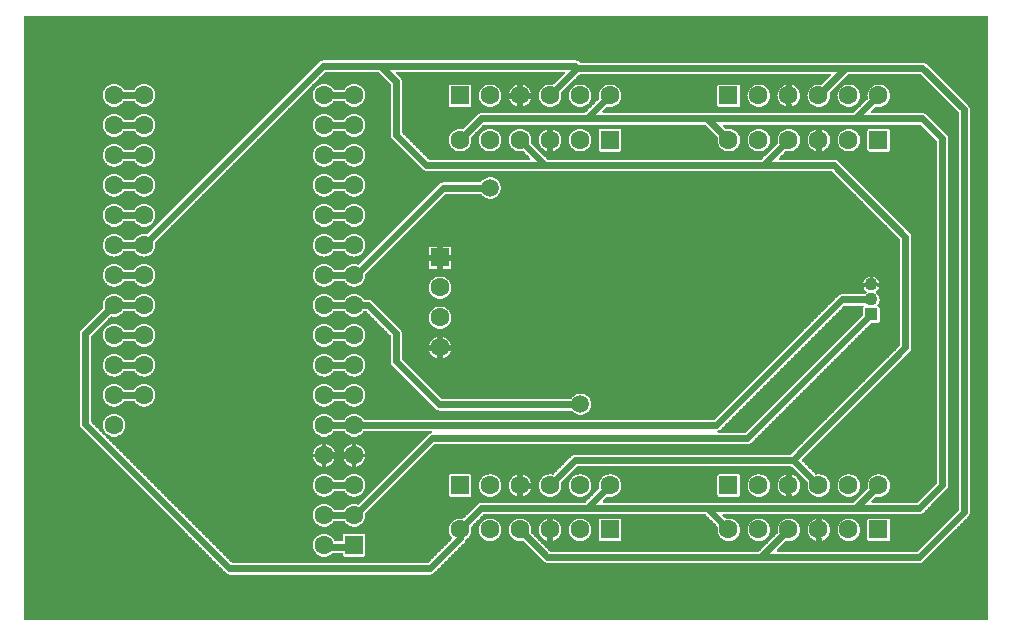
<source format=gbl>
%FSLAX33Y33*%
%MOMM*%
%AMRect-W1600000-H1600000-RO1.500*
21,1,1.6,1.6,0.,0.,90*%
%AMRect-W1600000-H1600000-RO1.500*
21,1,1.6,1.6,0.,0.,90*%
%AMRect-W1600000-H1600000-RO0.500*
21,1,1.6,1.6,0.,0.,270*%
%AMRect-W1600000-H1600000-RO0.500*
21,1,1.6,1.6,0.,0.,270*%
%AMRect-W1600000-H1600000-RO1.000*
21,1,1.6,1.6,0.,0.,180*%
%ADD10C,0.0508*%
%ADD11C,0.625*%
%ADD12C,1.5*%
%ADD13C,1.6*%
%ADD14Rect-W1600000-H1600000-RO1.500*%
%ADD15Rect-W1600000-H1600000-RO1.500*%
%ADD16C,1.6*%
%ADD17Rect-W1600000-H1600000-RO0.500*%
%ADD18R,1.6X1.6*%
%ADD19C,1.6*%
%ADD20Rect-W1600000-H1600000-RO0.500*%
%ADD21C,1.6*%
%ADD22Rect-W1600000-H1600000-RO1.000*%
%ADD23C,1.1*%
%ADD24R,1.1X1.1*%
D10*
%LNpour fill*%
G01*
X38442Y7750D02*
X38442Y7750D01*
X-43050Y7750*
X-43050Y-43300*
X38442Y-43300*
X38442Y7750*
X32700Y-38592D02*
X1205Y-38592D01*
X1104Y-38582*
X1007Y-38552*
X0918Y-38505*
X0840Y-38440*
X-0883Y-36718*
X-0999Y-36747*
X-1241Y-36747*
X-1476Y-36689*
X-1690Y-36576*
X-1872Y-36416*
X-2009Y-36217*
X-2095Y-35990*
X-2124Y-35750*
X-2095Y-35510*
X-2009Y-35283*
X-1872Y-35084*
X-1690Y-34924*
X-1476Y-34811*
X-1241Y-34753*
X-0999Y-34753*
X-0764Y-34811*
X-0550Y-34924*
X-0368Y-35084*
X-0231Y-35283*
X-0145Y-35510*
X-0116Y-35750*
X-0145Y-35994*
X1419Y-37558*
X19091Y-37558*
X20655Y-35994*
X20626Y-35750*
X20655Y-35510*
X20741Y-35283*
X20878Y-35084*
X21060Y-34924*
X21274Y-34811*
X21509Y-34753*
X21751Y-34753*
X21986Y-34811*
X22200Y-34924*
X22382Y-35084*
X22519Y-35283*
X22605Y-35510*
X22634Y-35750*
X22605Y-35990*
X22519Y-36217*
X22382Y-36416*
X22200Y-36576*
X21986Y-36689*
X21751Y-36747*
X21509Y-36747*
X21393Y-36718*
X20631Y-37480*
X20663Y-37558*
X32486Y-37558*
X35958Y-34086*
X35958Y-0389*
X32736Y2833*
X26734Y2833*
X25145Y1244*
X25174Y1000*
X25145Y0760*
X25059Y0533*
X24922Y0334*
X24740Y0174*
X24526Y0061*
X24291Y0003*
X24049Y0003*
X23814Y0061*
X23600Y0174*
X23418Y0334*
X23281Y0533*
X23195Y0760*
X23166Y1000*
X23195Y1240*
X23281Y1467*
X23418Y1666*
X23600Y1826*
X23814Y1939*
X24049Y1997*
X24291Y1997*
X24407Y1968*
X25194Y2755*
X25162Y2833*
X3984Y2833*
X2395Y1244*
X2424Y1000*
X2395Y0760*
X2309Y0533*
X2172Y0334*
X1990Y0174*
X1776Y0061*
X1541Y0003*
X1299Y0003*
X1064Y0061*
X0850Y0174*
X0668Y0334*
X0531Y0533*
X0445Y0760*
X0416Y1000*
X0445Y1240*
X0531Y1467*
X0668Y1666*
X0850Y1826*
X1064Y1939*
X1299Y1997*
X1541Y1997*
X1657Y1968*
X2619Y2930*
X2587Y3008*
X-11592Y3008*
X-11624Y2930*
X-11235Y2540*
X-11170Y2462*
X-11123Y2373*
X-11093Y2276*
X-11083Y2175*
X-11083Y-2111*
X-8811Y-4383*
X-0328Y-4383*
X-0296Y-4305*
X-0883Y-3718*
X-0999Y-3747*
X-1241Y-3747*
X-1476Y-3689*
X-1690Y-3576*
X-1872Y-3416*
X-2009Y-3217*
X-2095Y-2990*
X-2124Y-2750*
X-2095Y-2510*
X-2009Y-2283*
X-1872Y-2084*
X-1690Y-1924*
X-1476Y-1811*
X-1241Y-1753*
X-0999Y-1753*
X-0764Y-1811*
X-0550Y-1924*
X-0368Y-2084*
X-0231Y-2283*
X-0145Y-2510*
X-0116Y-2750*
X-0145Y-2994*
X1244Y-4383*
X19266Y-4383*
X20655Y-2994*
X20626Y-2750*
X20655Y-2510*
X20741Y-2283*
X20878Y-2084*
X21060Y-1924*
X21274Y-1811*
X21509Y-1753*
X21751Y-1753*
X21986Y-1811*
X22200Y-1924*
X22382Y-2084*
X22519Y-2283*
X22605Y-2510*
X22634Y-2750*
X22605Y-2990*
X22519Y-3217*
X22382Y-3416*
X22200Y-3576*
X21986Y-3689*
X21751Y-3747*
X21509Y-3747*
X21393Y-3718*
X20806Y-4305*
X20838Y-4383*
X25475Y-4383*
X25576Y-4393*
X25673Y-4423*
X25762Y-4470*
X25840Y-4535*
X31890Y-10585*
X31955Y-10663*
X32002Y-10752*
X32032Y-10849*
X32042Y-10950*
X32042Y-20345*
X32032Y-20446*
X32002Y-20543*
X31955Y-20632*
X31890Y-20710*
X22751Y-29850*
X23933Y-31032*
X24049Y-31003*
X24291Y-31003*
X24526Y-31061*
X24740Y-31174*
X24922Y-31334*
X25059Y-31533*
X25145Y-31760*
X25174Y-32000*
X25145Y-32240*
X25059Y-32467*
X24922Y-32666*
X24740Y-32826*
X24526Y-32939*
X24291Y-32997*
X24049Y-32997*
X23814Y-32939*
X23600Y-32826*
X23418Y-32666*
X23281Y-32467*
X23195Y-32240*
X23166Y-32000*
X23195Y-31756*
X21806Y-30367*
X3784Y-30367*
X2395Y-31756*
X2424Y-32000*
X2395Y-32240*
X2309Y-32467*
X2172Y-32666*
X1990Y-32826*
X1776Y-32939*
X1541Y-32997*
X1299Y-32997*
X1064Y-32939*
X0850Y-32826*
X0668Y-32666*
X0531Y-32467*
X0445Y-32240*
X0416Y-32000*
X0445Y-31760*
X0531Y-31533*
X0668Y-31334*
X0850Y-31174*
X1064Y-31061*
X1299Y-31003*
X1541Y-31003*
X1657Y-31032*
X3205Y-29485*
X3283Y-29420*
X3372Y-29373*
X3469Y-29343*
X3570Y-29333*
X21806Y-29333*
X31008Y-20131*
X31008Y-11164*
X25261Y-5417*
X-9025Y-5417*
X-9126Y-5407*
X-9223Y-5377*
X-9312Y-5330*
X-9390Y-5265*
X-11965Y-2690*
X-12030Y-2612*
X-12077Y-2523*
X-12107Y-2426*
X-12117Y-2325*
X-12117Y1961*
X-13164Y3008*
X-17571Y3008*
X-31985Y-11406*
X-31956Y-11650*
X-31985Y-11890*
X-32071Y-12117*
X-32208Y-12316*
X-32390Y-12476*
X-32604Y-12589*
X-32839Y-12647*
X-33081Y-12647*
X-33316Y-12589*
X-33530Y-12476*
X-33712Y-12316*
X-33815Y-12167*
X-34645Y-12167*
X-34748Y-12316*
X-34930Y-12476*
X-35144Y-12589*
X-35379Y-12647*
X-35621Y-12647*
X-35856Y-12589*
X-36070Y-12476*
X-36252Y-12316*
X-36389Y-12117*
X-36475Y-11890*
X-36504Y-11650*
X-36475Y-11410*
X-36389Y-11183*
X-36252Y-10984*
X-36070Y-10824*
X-35856Y-10711*
X-35621Y-10653*
X-35379Y-10653*
X-35144Y-10711*
X-34930Y-10824*
X-34748Y-10984*
X-34645Y-11133*
X-33815Y-11133*
X-33712Y-10984*
X-33530Y-10824*
X-33316Y-10711*
X-33081Y-10653*
X-32839Y-10653*
X-32723Y-10682*
X-18150Y3890*
X-18072Y3955*
X-17983Y4002*
X-17886Y4032*
X-17785Y4042*
X3595Y4042*
X3696Y4032*
X3793Y4002*
X3882Y3955*
X3960Y3890*
X3980Y3867*
X32950Y3867*
X33051Y3857*
X33148Y3827*
X33237Y3780*
X33315Y3715*
X36840Y0190*
X36905Y0112*
X36952Y0023*
X36982Y-0074*
X36992Y-0175*
X36992Y-34300*
X36982Y-34401*
X36952Y-34498*
X36905Y-34587*
X36840Y-34665*
X33065Y-38440*
X32987Y-38505*
X32898Y-38552*
X32801Y-38582*
X32700Y-38592*
X-17599Y0053D02*
X-17841Y0053D01*
X-18076Y0111*
X-18290Y0224*
X-18472Y0384*
X-18609Y0583*
X-18695Y0810*
X-18724Y1050*
X-18695Y1290*
X-18609Y1517*
X-18472Y1716*
X-18290Y1876*
X-18076Y1989*
X-17841Y2047*
X-17599Y2047*
X-17364Y1989*
X-17150Y1876*
X-16968Y1716*
X-16865Y1567*
X-16035Y1567*
X-15932Y1716*
X-15750Y1876*
X-15536Y1989*
X-15301Y2047*
X-15059Y2047*
X-14824Y1989*
X-14610Y1876*
X-14428Y1716*
X-14291Y1517*
X-14205Y1290*
X-14176Y1050*
X-14205Y0810*
X-14291Y0583*
X-14428Y0384*
X-14610Y0224*
X-14824Y0111*
X-15059Y0053*
X-15301Y0053*
X-15536Y0111*
X-15750Y0224*
X-15932Y0384*
X-16035Y0533*
X-16865Y0533*
X-16968Y0384*
X-17150Y0224*
X-17364Y0111*
X-17599Y0053*
X-35379Y0053D02*
X-35621Y0053D01*
X-35856Y0111*
X-36070Y0224*
X-36252Y0384*
X-36389Y0583*
X-36475Y0810*
X-36504Y1050*
X-36475Y1290*
X-36389Y1517*
X-36252Y1716*
X-36070Y1876*
X-35856Y1989*
X-35621Y2047*
X-35379Y2047*
X-35144Y1989*
X-34930Y1876*
X-34748Y1716*
X-34645Y1567*
X-33815Y1567*
X-33712Y1716*
X-33530Y1876*
X-33316Y1989*
X-33081Y2047*
X-32839Y2047*
X-32604Y1989*
X-32390Y1876*
X-32208Y1716*
X-32071Y1517*
X-31985Y1290*
X-31956Y1050*
X-31985Y0810*
X-32071Y0583*
X-32208Y0384*
X-32390Y0224*
X-32604Y0111*
X-32839Y0053*
X-33081Y0053*
X-33316Y0111*
X-33530Y0224*
X-33712Y0384*
X-33815Y0533*
X-34645Y0533*
X-34748Y0384*
X-34930Y0224*
X-35144Y0111*
X-35379Y0053*
X-5400Y-0004D02*
X-7000Y-0004D01*
X-7032Y-0002*
X-7063Y0006*
X-7093Y0018*
X-7120Y0035*
X-7144Y0056*
X-7165Y0080*
X-7182Y0107*
X-7194Y0137*
X-7202Y0168*
X-7204Y0200*
X-7204Y1800*
X-7202Y1832*
X-7194Y1863*
X-7182Y1893*
X-7165Y1920*
X-7144Y1944*
X-7120Y1965*
X-7093Y1982*
X-7063Y1994*
X-7032Y2002*
X-7000Y2004*
X-5400Y2004*
X-5368Y2002*
X-5337Y1994*
X-5307Y1982*
X-5280Y1965*
X-5256Y1944*
X-5235Y1920*
X-5218Y1893*
X-5206Y1863*
X-5198Y1832*
X-5196Y1800*
X-5196Y0200*
X-5198Y0168*
X-5206Y0137*
X-5218Y0107*
X-5235Y0080*
X-5256Y0056*
X-5280Y0035*
X-5307Y0018*
X-5337Y0006*
X-5368Y-0002*
X-5400Y-0004*
X17350Y-0004D02*
X15750Y-0004D01*
X15718Y-0002*
X15687Y0006*
X15657Y0018*
X15630Y0035*
X15606Y0056*
X15585Y0080*
X15568Y0107*
X15556Y0137*
X15548Y0168*
X15546Y0200*
X15546Y1800*
X15548Y1832*
X15556Y1863*
X15568Y1893*
X15585Y1920*
X15606Y1944*
X15630Y1965*
X15657Y1982*
X15687Y1994*
X15718Y2002*
X15750Y2004*
X17350Y2004*
X17382Y2002*
X17413Y1994*
X17443Y1982*
X17470Y1965*
X17494Y1944*
X17515Y1920*
X17532Y1893*
X17544Y1863*
X17552Y1832*
X17554Y1800*
X17554Y0200*
X17552Y0168*
X17544Y0137*
X17532Y0107*
X17515Y0080*
X17494Y0056*
X17470Y0035*
X17443Y0018*
X17413Y0006*
X17382Y-0002*
X17350Y-0004*
X-3539Y0003D02*
X-3781Y0003D01*
X-4016Y0061*
X-4230Y0174*
X-4412Y0334*
X-4549Y0533*
X-4635Y0760*
X-4664Y1000*
X-4635Y1240*
X-4549Y1467*
X-4412Y1666*
X-4230Y1826*
X-4016Y1939*
X-3781Y1997*
X-3539Y1997*
X-3304Y1939*
X-3090Y1826*
X-2908Y1666*
X-2771Y1467*
X-2685Y1240*
X-2656Y1000*
X-2685Y0760*
X-2771Y0533*
X-2908Y0334*
X-3090Y0174*
X-3304Y0061*
X-3539Y0003*
X4081Y0003D02*
X3839Y0003D01*
X3604Y0061*
X3390Y0174*
X3208Y0334*
X3071Y0533*
X2985Y0760*
X2956Y1000*
X2985Y1240*
X3071Y1467*
X3208Y1666*
X3390Y1826*
X3604Y1939*
X3839Y1997*
X4081Y1997*
X4316Y1939*
X4530Y1826*
X4712Y1666*
X4849Y1467*
X4935Y1240*
X4964Y1000*
X4935Y0760*
X4849Y0533*
X4712Y0334*
X4530Y0174*
X4316Y0061*
X4081Y0003*
X19211Y0003D02*
X18969Y0003D01*
X18734Y0061*
X18520Y0174*
X18338Y0334*
X18201Y0533*
X18115Y0760*
X18086Y1000*
X18115Y1240*
X18201Y1467*
X18338Y1666*
X18520Y1826*
X18734Y1939*
X18969Y1997*
X19211Y1997*
X19446Y1939*
X19660Y1826*
X19842Y1666*
X19979Y1467*
X20065Y1240*
X20094Y1000*
X20065Y0760*
X19979Y0533*
X19842Y0334*
X19660Y0174*
X19446Y0061*
X19211Y0003*
X26831Y0003D02*
X26589Y0003D01*
X26354Y0061*
X26140Y0174*
X25958Y0334*
X25821Y0533*
X25735Y0760*
X25706Y1000*
X25735Y1240*
X25821Y1467*
X25958Y1666*
X26140Y1826*
X26354Y1939*
X26589Y1997*
X26831Y1997*
X27066Y1939*
X27280Y1826*
X27462Y1666*
X27599Y1467*
X27685Y1240*
X27714Y1000*
X27685Y0760*
X27599Y0533*
X27462Y0334*
X27280Y0174*
X27066Y0061*
X26831Y0003*
X-8740Y-39567D02*
X-25690Y-39567D01*
X-25791Y-39557*
X-25888Y-39527*
X-25977Y-39480*
X-26055Y-39415*
X-38290Y-27180*
X-38355Y-27102*
X-38402Y-27013*
X-38432Y-26916*
X-38442Y-26815*
X-38442Y-19155*
X-38432Y-19054*
X-38402Y-18957*
X-38355Y-18868*
X-38290Y-18790*
X-36475Y-16974*
X-36504Y-16730*
X-36475Y-16490*
X-36389Y-16263*
X-36252Y-16064*
X-36070Y-15904*
X-35856Y-15791*
X-35621Y-15733*
X-35379Y-15733*
X-35144Y-15791*
X-34930Y-15904*
X-34748Y-16064*
X-34645Y-16213*
X-33815Y-16213*
X-33712Y-16064*
X-33530Y-15904*
X-33316Y-15791*
X-33081Y-15733*
X-32839Y-15733*
X-32604Y-15791*
X-32390Y-15904*
X-32208Y-16064*
X-32071Y-16263*
X-31985Y-16490*
X-31956Y-16730*
X-31985Y-16970*
X-32071Y-17197*
X-32208Y-17396*
X-32390Y-17556*
X-32604Y-17669*
X-32839Y-17727*
X-33081Y-17727*
X-33316Y-17669*
X-33530Y-17556*
X-33712Y-17396*
X-33815Y-17247*
X-34645Y-17247*
X-34748Y-17396*
X-34930Y-17556*
X-35144Y-17669*
X-35379Y-17727*
X-35621Y-17727*
X-35737Y-17698*
X-37408Y-19369*
X-37408Y-26601*
X-25476Y-38533*
X-8954Y-38533*
X-6891Y-36470*
X-6952Y-36416*
X-7089Y-36217*
X-7175Y-35990*
X-7204Y-35750*
X-7175Y-35510*
X-7089Y-35283*
X-6952Y-35084*
X-6770Y-34924*
X-6556Y-34811*
X-6321Y-34753*
X-6079Y-34753*
X-5963Y-34782*
X-4740Y-33560*
X-4662Y-33495*
X-4573Y-33448*
X-4476Y-33418*
X-4375Y-33408*
X4361Y-33408*
X5525Y-32244*
X5496Y-32000*
X5525Y-31760*
X5611Y-31533*
X5748Y-31334*
X5930Y-31174*
X6144Y-31061*
X6379Y-31003*
X6621Y-31003*
X6856Y-31061*
X7070Y-31174*
X7252Y-31334*
X7389Y-31533*
X7475Y-31760*
X7504Y-32000*
X7475Y-32240*
X7389Y-32467*
X7252Y-32666*
X7070Y-32826*
X6856Y-32939*
X6621Y-32997*
X6379Y-32997*
X6263Y-32968*
X5901Y-33330*
X5933Y-33408*
X27111Y-33408*
X28275Y-32244*
X28246Y-32000*
X28275Y-31760*
X28361Y-31533*
X28498Y-31334*
X28680Y-31174*
X28894Y-31061*
X29129Y-31003*
X29371Y-31003*
X29606Y-31061*
X29820Y-31174*
X30002Y-31334*
X30139Y-31533*
X30225Y-31760*
X30254Y-32000*
X30225Y-32240*
X30139Y-32467*
X30002Y-32666*
X29820Y-32826*
X29606Y-32939*
X29371Y-32997*
X29129Y-32997*
X29013Y-32968*
X28651Y-33330*
X28683Y-33408*
X32511Y-33408*
X34133Y-31786*
X34133Y-2864*
X32736Y-1467*
X16108Y-1467*
X16076Y-1545*
X16313Y-1782*
X16429Y-1753*
X16671Y-1753*
X16906Y-1811*
X17120Y-1924*
X17302Y-2084*
X17439Y-2283*
X17525Y-2510*
X17554Y-2750*
X17525Y-2990*
X17439Y-3217*
X17302Y-3416*
X17120Y-3576*
X16906Y-3689*
X16671Y-3747*
X16429Y-3747*
X16194Y-3689*
X15980Y-3576*
X15798Y-3416*
X15661Y-3217*
X15575Y-2990*
X15546Y-2750*
X15575Y-2506*
X14536Y-1467*
X-4186Y-1467*
X-5225Y-2506*
X-5196Y-2750*
X-5225Y-2990*
X-5311Y-3217*
X-5448Y-3416*
X-5630Y-3576*
X-5844Y-3689*
X-6079Y-3747*
X-6321Y-3747*
X-6556Y-3689*
X-6770Y-3576*
X-6952Y-3416*
X-7089Y-3217*
X-7175Y-2990*
X-7204Y-2750*
X-7175Y-2510*
X-7089Y-2283*
X-6952Y-2084*
X-6770Y-1924*
X-6556Y-1811*
X-6321Y-1753*
X-6079Y-1753*
X-5963Y-1782*
X-4765Y-0585*
X-4687Y-0520*
X-4598Y-0473*
X-4501Y-0443*
X-4400Y-0433*
X4336Y-0433*
X5525Y0756*
X5496Y1000*
X5525Y1240*
X5611Y1467*
X5748Y1666*
X5930Y1826*
X6144Y1939*
X6379Y1997*
X6621Y1997*
X6856Y1939*
X7070Y1826*
X7252Y1666*
X7389Y1467*
X7475Y1240*
X7504Y1000*
X7475Y0760*
X7389Y0533*
X7252Y0334*
X7070Y0174*
X6856Y0061*
X6621Y0003*
X6379Y0003*
X6263Y0032*
X5876Y-0355*
X5908Y-0433*
X27086Y-0433*
X28275Y0756*
X28246Y1000*
X28275Y1240*
X28361Y1467*
X28498Y1666*
X28680Y1826*
X28894Y1939*
X29129Y1997*
X29371Y1997*
X29606Y1939*
X29820Y1826*
X30002Y1666*
X30139Y1467*
X30225Y1240*
X30254Y1000*
X30225Y0760*
X30139Y0533*
X30002Y0334*
X29820Y0174*
X29606Y0061*
X29371Y0003*
X29129Y0003*
X29013Y0032*
X28626Y-0355*
X28658Y-0433*
X32950Y-0433*
X33051Y-0443*
X33148Y-0473*
X33237Y-0520*
X33315Y-0585*
X35015Y-2285*
X35080Y-2363*
X35127Y-2452*
X35157Y-2549*
X35167Y-2650*
X35167Y-32000*
X35157Y-32101*
X35127Y-32198*
X35080Y-32287*
X35015Y-32365*
X33090Y-34290*
X33012Y-34355*
X32923Y-34402*
X32826Y-34432*
X32725Y-34442*
X16083Y-34442*
X16051Y-34520*
X16313Y-34782*
X16429Y-34753*
X16671Y-34753*
X16906Y-34811*
X17120Y-34924*
X17302Y-35084*
X17439Y-35283*
X17525Y-35510*
X17554Y-35750*
X17525Y-35990*
X17439Y-36217*
X17302Y-36416*
X17120Y-36576*
X16906Y-36689*
X16671Y-36747*
X16429Y-36747*
X16194Y-36689*
X15980Y-36576*
X15798Y-36416*
X15661Y-36217*
X15575Y-35990*
X15546Y-35750*
X15575Y-35506*
X14511Y-34442*
X-4161Y-34442*
X-5225Y-35506*
X-5196Y-35750*
X-5225Y-35990*
X-5311Y-36217*
X-5448Y-36416*
X-5630Y-36576*
X-5693Y-36610*
X-5723Y-36708*
X-5770Y-36797*
X-5835Y-36875*
X-8375Y-39415*
X-8453Y-39480*
X-8542Y-39527*
X-8639Y-39557*
X-8740Y-39567*
X-0920Y0023D02*
X-0920Y0257D01*
X-1320Y0257*
X-1320Y0023*
X-1476Y0061*
X-1690Y0174*
X-1872Y0334*
X-2009Y0533*
X-2095Y0760*
X-2100Y0800*
X-1869Y0800*
X-1869Y1200*
X-2100Y1200*
X-2095Y1240*
X-2009Y1467*
X-1872Y1666*
X-1690Y1826*
X-1476Y1939*
X-1320Y1977*
X-1320Y1743*
X-0920Y1743*
X-0920Y1977*
X-0764Y1939*
X-0550Y1826*
X-0368Y1666*
X-0231Y1467*
X-0145Y1240*
X-0140Y1200*
X-0371Y1200*
X-0371Y0800*
X-0140Y0800*
X-0145Y0760*
X-0231Y0533*
X-0368Y0334*
X-0550Y0174*
X-0764Y0061*
X-0920Y0023*
X21830Y0023D02*
X21830Y0257D01*
X21430Y0257*
X21430Y0023*
X21274Y0061*
X21060Y0174*
X20878Y0334*
X20741Y0533*
X20655Y0760*
X20626Y1000*
X20655Y1240*
X20741Y1467*
X20878Y1666*
X21060Y1826*
X21274Y1939*
X21430Y1977*
X21430Y1743*
X21830Y1743*
X21830Y1977*
X21986Y1939*
X22200Y1826*
X22382Y1666*
X22519Y1467*
X22605Y1240*
X22634Y1000*
X22605Y0760*
X22519Y0533*
X22382Y0334*
X22200Y0174*
X21986Y0061*
X21830Y0023*
X-35379Y-2487D02*
X-35621Y-2487D01*
X-35856Y-2429*
X-36070Y-2316*
X-36252Y-2156*
X-36389Y-1957*
X-36475Y-1730*
X-36504Y-1490*
X-36475Y-1250*
X-36389Y-1023*
X-36252Y-0824*
X-36070Y-0664*
X-35856Y-0551*
X-35621Y-0493*
X-35379Y-0493*
X-35144Y-0551*
X-34930Y-0664*
X-34748Y-0824*
X-34645Y-0973*
X-33815Y-0973*
X-33712Y-0824*
X-33530Y-0664*
X-33316Y-0551*
X-33081Y-0493*
X-32839Y-0493*
X-32604Y-0551*
X-32390Y-0664*
X-32208Y-0824*
X-32071Y-1023*
X-31985Y-1250*
X-31956Y-1490*
X-31985Y-1730*
X-32071Y-1957*
X-32208Y-2156*
X-32390Y-2316*
X-32604Y-2429*
X-32839Y-2487*
X-33081Y-2487*
X-33316Y-2429*
X-33530Y-2316*
X-33712Y-2156*
X-33815Y-2007*
X-34645Y-2007*
X-34748Y-2156*
X-34930Y-2316*
X-35144Y-2429*
X-35379Y-2487*
X-17599Y-2487D02*
X-17841Y-2487D01*
X-18076Y-2429*
X-18290Y-2316*
X-18472Y-2156*
X-18609Y-1957*
X-18695Y-1730*
X-18724Y-1490*
X-18695Y-1250*
X-18609Y-1023*
X-18472Y-0824*
X-18290Y-0664*
X-18076Y-0551*
X-17841Y-0493*
X-17599Y-0493*
X-17364Y-0551*
X-17150Y-0664*
X-16968Y-0824*
X-16865Y-0973*
X-16035Y-0973*
X-15932Y-0824*
X-15750Y-0664*
X-15536Y-0551*
X-15301Y-0493*
X-15059Y-0493*
X-14824Y-0551*
X-14610Y-0664*
X-14428Y-0824*
X-14291Y-1023*
X-14205Y-1250*
X-14176Y-1490*
X-14205Y-1730*
X-14291Y-1957*
X-14428Y-2156*
X-14610Y-2316*
X-14824Y-2429*
X-15059Y-2487*
X-15301Y-2487*
X-15536Y-2429*
X-15750Y-2316*
X-15932Y-2156*
X-16035Y-2007*
X-16865Y-2007*
X-16968Y-2156*
X-17150Y-2316*
X-17364Y-2429*
X-17599Y-2487*
X7300Y-3754D02*
X5700Y-3754D01*
X5668Y-3752*
X5637Y-3744*
X5607Y-3732*
X5580Y-3715*
X5556Y-3694*
X5535Y-3670*
X5518Y-3643*
X5506Y-3613*
X5498Y-3582*
X5496Y-3550*
X5496Y-1950*
X5498Y-1918*
X5506Y-1887*
X5518Y-1857*
X5535Y-1830*
X5556Y-1806*
X5580Y-1785*
X5607Y-1768*
X5637Y-1756*
X5668Y-1748*
X5700Y-1746*
X7300Y-1746*
X7332Y-1748*
X7363Y-1756*
X7393Y-1768*
X7420Y-1785*
X7444Y-1806*
X7465Y-1830*
X7482Y-1857*
X7494Y-1887*
X7502Y-1918*
X7504Y-1950*
X7504Y-3550*
X7502Y-3582*
X7494Y-3613*
X7482Y-3643*
X7465Y-3670*
X7444Y-3694*
X7420Y-3715*
X7393Y-3732*
X7363Y-3744*
X7332Y-3752*
X7300Y-3754*
X30050Y-3754D02*
X28450Y-3754D01*
X28418Y-3752*
X28387Y-3744*
X28357Y-3732*
X28330Y-3715*
X28306Y-3694*
X28285Y-3670*
X28268Y-3643*
X28256Y-3613*
X28248Y-3582*
X28246Y-3550*
X28246Y-1950*
X28248Y-1918*
X28256Y-1887*
X28268Y-1857*
X28285Y-1830*
X28306Y-1806*
X28330Y-1785*
X28357Y-1768*
X28387Y-1756*
X28418Y-1748*
X28450Y-1746*
X30050Y-1746*
X30082Y-1748*
X30113Y-1756*
X30143Y-1768*
X30170Y-1785*
X30194Y-1806*
X30215Y-1830*
X30232Y-1857*
X30244Y-1887*
X30252Y-1918*
X30254Y-1950*
X30254Y-3550*
X30252Y-3582*
X30244Y-3613*
X30232Y-3643*
X30215Y-3670*
X30194Y-3694*
X30170Y-3715*
X30143Y-3732*
X30113Y-3744*
X30082Y-3752*
X30050Y-3754*
X-3539Y-3747D02*
X-3781Y-3747D01*
X-4016Y-3689*
X-4230Y-3576*
X-4412Y-3416*
X-4549Y-3217*
X-4635Y-2990*
X-4664Y-2750*
X-4635Y-2510*
X-4549Y-2283*
X-4412Y-2084*
X-4230Y-1924*
X-4016Y-1811*
X-3781Y-1753*
X-3539Y-1753*
X-3304Y-1811*
X-3090Y-1924*
X-2908Y-2084*
X-2771Y-2283*
X-2685Y-2510*
X-2656Y-2750*
X-2685Y-2990*
X-2771Y-3217*
X-2908Y-3416*
X-3090Y-3576*
X-3304Y-3689*
X-3539Y-3747*
X4081Y-3747D02*
X3839Y-3747D01*
X3604Y-3689*
X3390Y-3576*
X3208Y-3416*
X3071Y-3217*
X2985Y-2990*
X2956Y-2750*
X2985Y-2510*
X3071Y-2283*
X3208Y-2084*
X3390Y-1924*
X3604Y-1811*
X3839Y-1753*
X4081Y-1753*
X4316Y-1811*
X4530Y-1924*
X4712Y-2084*
X4849Y-2283*
X4935Y-2510*
X4964Y-2750*
X4935Y-2990*
X4849Y-3217*
X4712Y-3416*
X4530Y-3576*
X4316Y-3689*
X4081Y-3747*
X19211Y-3747D02*
X18969Y-3747D01*
X18734Y-3689*
X18520Y-3576*
X18338Y-3416*
X18201Y-3217*
X18115Y-2990*
X18086Y-2750*
X18115Y-2510*
X18201Y-2283*
X18338Y-2084*
X18520Y-1924*
X18734Y-1811*
X18969Y-1753*
X19211Y-1753*
X19446Y-1811*
X19660Y-1924*
X19842Y-2084*
X19979Y-2283*
X20065Y-2510*
X20094Y-2750*
X20065Y-2990*
X19979Y-3217*
X19842Y-3416*
X19660Y-3576*
X19446Y-3689*
X19211Y-3747*
X26831Y-3747D02*
X26589Y-3747D01*
X26354Y-3689*
X26140Y-3576*
X25958Y-3416*
X25821Y-3217*
X25735Y-2990*
X25706Y-2750*
X25735Y-2510*
X25821Y-2283*
X25958Y-2084*
X26140Y-1924*
X26354Y-1811*
X26589Y-1753*
X26831Y-1753*
X27066Y-1811*
X27280Y-1924*
X27462Y-2084*
X27599Y-2283*
X27685Y-2510*
X27714Y-2750*
X27685Y-2990*
X27599Y-3217*
X27462Y-3416*
X27280Y-3576*
X27066Y-3689*
X26831Y-3747*
X1620Y-3727D02*
X1620Y-3493D01*
X1220Y-3493*
X1220Y-3727*
X1064Y-3689*
X0850Y-3576*
X0668Y-3416*
X0531Y-3217*
X0445Y-2990*
X0416Y-2750*
X0445Y-2510*
X0531Y-2283*
X0668Y-2084*
X0850Y-1924*
X1064Y-1811*
X1220Y-1773*
X1220Y-2007*
X1620Y-2007*
X1620Y-1773*
X1776Y-1811*
X1990Y-1924*
X2172Y-2084*
X2309Y-2283*
X2395Y-2510*
X2424Y-2750*
X2395Y-2990*
X2309Y-3217*
X2172Y-3416*
X1990Y-3576*
X1776Y-3689*
X1620Y-3727*
X24370Y-3727D02*
X24370Y-3493D01*
X23970Y-3493*
X23970Y-3727*
X23814Y-3689*
X23600Y-3576*
X23418Y-3416*
X23281Y-3217*
X23195Y-2990*
X23166Y-2750*
X23195Y-2510*
X23281Y-2283*
X23418Y-2084*
X23600Y-1924*
X23814Y-1811*
X23970Y-1773*
X23970Y-2007*
X24370Y-2007*
X24370Y-1773*
X24526Y-1811*
X24740Y-1924*
X24922Y-2084*
X25059Y-2283*
X25145Y-2510*
X25174Y-2750*
X25145Y-2990*
X25059Y-3217*
X24922Y-3416*
X24740Y-3576*
X24526Y-3689*
X24370Y-3727*
X-35379Y-5027D02*
X-35621Y-5027D01*
X-35856Y-4969*
X-36070Y-4856*
X-36252Y-4696*
X-36389Y-4497*
X-36475Y-4270*
X-36504Y-4030*
X-36475Y-3790*
X-36389Y-3563*
X-36252Y-3364*
X-36070Y-3204*
X-35856Y-3091*
X-35621Y-3033*
X-35379Y-3033*
X-35144Y-3091*
X-34930Y-3204*
X-34748Y-3364*
X-34645Y-3513*
X-33815Y-3513*
X-33712Y-3364*
X-33530Y-3204*
X-33316Y-3091*
X-33081Y-3033*
X-32839Y-3033*
X-32604Y-3091*
X-32390Y-3204*
X-32208Y-3364*
X-32071Y-3563*
X-31985Y-3790*
X-31956Y-4030*
X-31985Y-4270*
X-32071Y-4497*
X-32208Y-4696*
X-32390Y-4856*
X-32604Y-4969*
X-32839Y-5027*
X-33081Y-5027*
X-33316Y-4969*
X-33530Y-4856*
X-33712Y-4696*
X-33815Y-4547*
X-34645Y-4547*
X-34748Y-4696*
X-34930Y-4856*
X-35144Y-4969*
X-35379Y-5027*
X-17599Y-5027D02*
X-17841Y-5027D01*
X-18076Y-4969*
X-18290Y-4856*
X-18472Y-4696*
X-18609Y-4497*
X-18695Y-4270*
X-18724Y-4030*
X-18695Y-3790*
X-18609Y-3563*
X-18472Y-3364*
X-18290Y-3204*
X-18076Y-3091*
X-17841Y-3033*
X-17599Y-3033*
X-17364Y-3091*
X-17150Y-3204*
X-16968Y-3364*
X-16865Y-3513*
X-16035Y-3513*
X-15932Y-3364*
X-15750Y-3204*
X-15536Y-3091*
X-15301Y-3033*
X-15059Y-3033*
X-14824Y-3091*
X-14610Y-3204*
X-14428Y-3364*
X-14291Y-3563*
X-14205Y-3790*
X-14176Y-4030*
X-14205Y-4270*
X-14291Y-4497*
X-14428Y-4696*
X-14610Y-4856*
X-14824Y-4969*
X-15059Y-5027*
X-15301Y-5027*
X-15536Y-4969*
X-15750Y-4856*
X-15932Y-4696*
X-16035Y-4547*
X-16865Y-4547*
X-16968Y-4696*
X-17150Y-4856*
X-17364Y-4969*
X-17599Y-5027*
X-35379Y-7567D02*
X-35621Y-7567D01*
X-35856Y-7509*
X-36070Y-7396*
X-36252Y-7236*
X-36389Y-7037*
X-36475Y-6810*
X-36504Y-6570*
X-36475Y-6330*
X-36389Y-6103*
X-36252Y-5904*
X-36070Y-5744*
X-35856Y-5631*
X-35621Y-5573*
X-35379Y-5573*
X-35144Y-5631*
X-34930Y-5744*
X-34748Y-5904*
X-34645Y-6053*
X-33815Y-6053*
X-33712Y-5904*
X-33530Y-5744*
X-33316Y-5631*
X-33081Y-5573*
X-32839Y-5573*
X-32604Y-5631*
X-32390Y-5744*
X-32208Y-5904*
X-32071Y-6103*
X-31985Y-6330*
X-31956Y-6570*
X-31985Y-6810*
X-32071Y-7037*
X-32208Y-7236*
X-32390Y-7396*
X-32604Y-7509*
X-32839Y-7567*
X-33081Y-7567*
X-33316Y-7509*
X-33530Y-7396*
X-33712Y-7236*
X-33815Y-7087*
X-34645Y-7087*
X-34748Y-7236*
X-34930Y-7396*
X-35144Y-7509*
X-35379Y-7567*
X-17599Y-7567D02*
X-17841Y-7567D01*
X-18076Y-7509*
X-18290Y-7396*
X-18472Y-7236*
X-18609Y-7037*
X-18695Y-6810*
X-18724Y-6570*
X-18695Y-6330*
X-18609Y-6103*
X-18472Y-5904*
X-18290Y-5744*
X-18076Y-5631*
X-17841Y-5573*
X-17599Y-5573*
X-17364Y-5631*
X-17150Y-5744*
X-16968Y-5904*
X-16865Y-6053*
X-16035Y-6053*
X-15932Y-5904*
X-15750Y-5744*
X-15536Y-5631*
X-15301Y-5573*
X-15059Y-5573*
X-14824Y-5631*
X-14610Y-5744*
X-14428Y-5904*
X-14291Y-6103*
X-14205Y-6330*
X-14176Y-6570*
X-14205Y-6810*
X-14291Y-7037*
X-14428Y-7236*
X-14610Y-7396*
X-14824Y-7509*
X-15059Y-7567*
X-15301Y-7567*
X-15536Y-7509*
X-15750Y-7396*
X-15932Y-7236*
X-16035Y-7087*
X-16865Y-7087*
X-16968Y-7236*
X-17150Y-7396*
X-17364Y-7509*
X-17599Y-7567*
X-17599Y-15187D02*
X-17841Y-15187D01*
X-18076Y-15129*
X-18290Y-15016*
X-18472Y-14856*
X-18609Y-14657*
X-18695Y-14430*
X-18724Y-14190*
X-18695Y-13950*
X-18609Y-13723*
X-18472Y-13524*
X-18290Y-13364*
X-18076Y-13251*
X-17841Y-13193*
X-17599Y-13193*
X-17364Y-13251*
X-17150Y-13364*
X-16968Y-13524*
X-16865Y-13673*
X-16035Y-13673*
X-15932Y-13524*
X-15750Y-13364*
X-15536Y-13251*
X-15301Y-13193*
X-15059Y-13193*
X-14790Y-13259*
X-7965Y-6435*
X-7887Y-6370*
X-7798Y-6323*
X-7701Y-6293*
X-7600Y-6283*
X-4454Y-6283*
X-4374Y-6167*
X-4202Y-6015*
X-3998Y-5908*
X-3775Y-5853*
X-3545Y-5853*
X-3322Y-5908*
X-3118Y-6015*
X-2946Y-6167*
X-2815Y-6357*
X-2734Y-6572*
X-2706Y-6800*
X-2734Y-7028*
X-2815Y-7243*
X-2946Y-7433*
X-3118Y-7585*
X-3322Y-7692*
X-3545Y-7747*
X-3775Y-7747*
X-3998Y-7692*
X-4202Y-7585*
X-4374Y-7433*
X-4454Y-7317*
X-7386Y-7317*
X-14185Y-14116*
X-14176Y-14190*
X-14205Y-14430*
X-14291Y-14657*
X-14428Y-14856*
X-14610Y-15016*
X-14824Y-15129*
X-15059Y-15187*
X-15301Y-15187*
X-15536Y-15129*
X-15750Y-15016*
X-15932Y-14856*
X-16035Y-14707*
X-16865Y-14707*
X-16968Y-14856*
X-17150Y-15016*
X-17364Y-15129*
X-17599Y-15187*
X-35379Y-10107D02*
X-35621Y-10107D01*
X-35856Y-10049*
X-36070Y-9936*
X-36252Y-9776*
X-36389Y-9577*
X-36475Y-9350*
X-36504Y-9110*
X-36475Y-8870*
X-36389Y-8643*
X-36252Y-8444*
X-36070Y-8284*
X-35856Y-8171*
X-35621Y-8113*
X-35379Y-8113*
X-35144Y-8171*
X-34930Y-8284*
X-34748Y-8444*
X-34645Y-8593*
X-33815Y-8593*
X-33712Y-8444*
X-33530Y-8284*
X-33316Y-8171*
X-33081Y-8113*
X-32839Y-8113*
X-32604Y-8171*
X-32390Y-8284*
X-32208Y-8444*
X-32071Y-8643*
X-31985Y-8870*
X-31956Y-9110*
X-31985Y-9350*
X-32071Y-9577*
X-32208Y-9776*
X-32390Y-9936*
X-32604Y-10049*
X-32839Y-10107*
X-33081Y-10107*
X-33316Y-10049*
X-33530Y-9936*
X-33712Y-9776*
X-33815Y-9627*
X-34645Y-9627*
X-34748Y-9776*
X-34930Y-9936*
X-35144Y-10049*
X-35379Y-10107*
X-17599Y-10107D02*
X-17841Y-10107D01*
X-18076Y-10049*
X-18290Y-9936*
X-18472Y-9776*
X-18609Y-9577*
X-18695Y-9350*
X-18724Y-9110*
X-18695Y-8870*
X-18609Y-8643*
X-18472Y-8444*
X-18290Y-8284*
X-18076Y-8171*
X-17841Y-8113*
X-17599Y-8113*
X-17364Y-8171*
X-17150Y-8284*
X-16968Y-8444*
X-16865Y-8593*
X-16035Y-8593*
X-15932Y-8444*
X-15750Y-8284*
X-15536Y-8171*
X-15301Y-8113*
X-15059Y-8113*
X-14824Y-8171*
X-14610Y-8284*
X-14428Y-8444*
X-14291Y-8643*
X-14205Y-8870*
X-14176Y-9110*
X-14205Y-9350*
X-14291Y-9577*
X-14428Y-9776*
X-14610Y-9936*
X-14824Y-10049*
X-15059Y-10107*
X-15301Y-10107*
X-15536Y-10049*
X-15750Y-9936*
X-15932Y-9776*
X-16035Y-9627*
X-16865Y-9627*
X-16968Y-9776*
X-17150Y-9936*
X-17364Y-10049*
X-17599Y-10107*
X-17599Y-12647D02*
X-17841Y-12647D01*
X-18076Y-12589*
X-18290Y-12476*
X-18472Y-12316*
X-18609Y-12117*
X-18695Y-11890*
X-18724Y-11650*
X-18695Y-11410*
X-18609Y-11183*
X-18472Y-10984*
X-18290Y-10824*
X-18076Y-10711*
X-17841Y-10653*
X-17599Y-10653*
X-17364Y-10711*
X-17150Y-10824*
X-16968Y-10984*
X-16865Y-11133*
X-16035Y-11133*
X-15932Y-10984*
X-15750Y-10824*
X-15536Y-10711*
X-15301Y-10653*
X-15059Y-10653*
X-14824Y-10711*
X-14610Y-10824*
X-14428Y-10984*
X-14291Y-11183*
X-14205Y-11410*
X-14176Y-11650*
X-14205Y-11890*
X-14291Y-12117*
X-14428Y-12316*
X-14610Y-12476*
X-14824Y-12589*
X-15059Y-12647*
X-15301Y-12647*
X-15536Y-12589*
X-15750Y-12476*
X-15932Y-12316*
X-16035Y-12167*
X-16865Y-12167*
X-16968Y-12316*
X-17150Y-12476*
X-17364Y-12589*
X-17599Y-12647*
X-7100Y-13719D02*
X-7700Y-13719D01*
X-7700Y-13464*
X-8100Y-13464*
X-8100Y-13719*
X-8700Y-13719*
X-8732Y-13717*
X-8763Y-13709*
X-8793Y-13697*
X-8820Y-13680*
X-8844Y-13659*
X-8865Y-13635*
X-8882Y-13608*
X-8894Y-13578*
X-8902Y-13547*
X-8904Y-13515*
X-8904Y-12915*
X-8649Y-12915*
X-8649Y-12515*
X-8904Y-12515*
X-8904Y-11915*
X-8902Y-11883*
X-8894Y-11852*
X-8882Y-11822*
X-8865Y-11795*
X-8844Y-11771*
X-8820Y-11750*
X-8793Y-11733*
X-8763Y-11721*
X-8732Y-11713*
X-8700Y-11711*
X-8100Y-11711*
X-8100Y-11966*
X-7700Y-11966*
X-7700Y-11711*
X-7100Y-11711*
X-7068Y-11713*
X-7037Y-11721*
X-7007Y-11733*
X-6980Y-11750*
X-6956Y-11771*
X-6935Y-11795*
X-6918Y-11822*
X-6906Y-11852*
X-6898Y-11883*
X-6896Y-11915*
X-6896Y-12515*
X-7151Y-12515*
X-7151Y-12915*
X-6896Y-12915*
X-6896Y-13515*
X-6898Y-13547*
X-6906Y-13578*
X-6918Y-13608*
X-6935Y-13635*
X-6956Y-13659*
X-6980Y-13680*
X-7007Y-13697*
X-7037Y-13709*
X-7068Y-13717*
X-7100Y-13719*
X-35379Y-15187D02*
X-35621Y-15187D01*
X-35856Y-15129*
X-36070Y-15016*
X-36252Y-14856*
X-36389Y-14657*
X-36475Y-14430*
X-36504Y-14190*
X-36475Y-13950*
X-36389Y-13723*
X-36252Y-13524*
X-36070Y-13364*
X-35856Y-13251*
X-35621Y-13193*
X-35379Y-13193*
X-35144Y-13251*
X-34930Y-13364*
X-34748Y-13524*
X-34645Y-13673*
X-33815Y-13673*
X-33712Y-13524*
X-33530Y-13364*
X-33316Y-13251*
X-33081Y-13193*
X-32839Y-13193*
X-32604Y-13251*
X-32390Y-13364*
X-32208Y-13524*
X-32071Y-13723*
X-31985Y-13950*
X-31956Y-14190*
X-31985Y-14430*
X-32071Y-14657*
X-32208Y-14856*
X-32390Y-15016*
X-32604Y-15129*
X-32839Y-15187*
X-33081Y-15187*
X-33316Y-15129*
X-33530Y-15016*
X-33712Y-14856*
X-33815Y-14707*
X-34645Y-14707*
X-34748Y-14856*
X-34930Y-15016*
X-35144Y-15129*
X-35379Y-15187*
X-7779Y-16252D02*
X-8021Y-16252D01*
X-8256Y-16194*
X-8470Y-16081*
X-8652Y-15921*
X-8789Y-15722*
X-8875Y-15495*
X-8904Y-15255*
X-8875Y-15015*
X-8789Y-14788*
X-8652Y-14589*
X-8470Y-14429*
X-8256Y-14316*
X-8021Y-14258*
X-7779Y-14258*
X-7544Y-14316*
X-7330Y-14429*
X-7148Y-14589*
X-7011Y-14788*
X-6925Y-15015*
X-6896Y-15255*
X-6925Y-15495*
X-7011Y-15722*
X-7148Y-15921*
X-7330Y-16081*
X-7544Y-16194*
X-7779Y-16252*
X-17599Y-35507D02*
X-17841Y-35507D01*
X-18076Y-35449*
X-18290Y-35336*
X-18472Y-35176*
X-18609Y-34977*
X-18695Y-34750*
X-18724Y-34510*
X-18695Y-34270*
X-18609Y-34043*
X-18472Y-33844*
X-18290Y-33684*
X-18076Y-33571*
X-17841Y-33513*
X-17599Y-33513*
X-17364Y-33571*
X-17150Y-33684*
X-16968Y-33844*
X-16865Y-33993*
X-16035Y-33993*
X-15932Y-33844*
X-15750Y-33684*
X-15536Y-33571*
X-15301Y-33513*
X-15059Y-33513*
X-14826Y-33570*
X-8915Y-27660*
X-8837Y-27595*
X-8748Y-27548*
X-8640Y-27515*
X-8656Y-27407*
X-14325Y-27407*
X-14428Y-27556*
X-14610Y-27716*
X-14824Y-27829*
X-15059Y-27887*
X-15301Y-27887*
X-15536Y-27829*
X-15750Y-27716*
X-15932Y-27556*
X-16035Y-27407*
X-16865Y-27407*
X-16968Y-27556*
X-17150Y-27716*
X-17364Y-27829*
X-17599Y-27887*
X-17841Y-27887*
X-18076Y-27829*
X-18290Y-27716*
X-18472Y-27556*
X-18609Y-27357*
X-18695Y-27130*
X-18724Y-26890*
X-18695Y-26650*
X-18609Y-26423*
X-18472Y-26224*
X-18290Y-26064*
X-18076Y-25951*
X-17841Y-25893*
X-17599Y-25893*
X-17364Y-25951*
X-17150Y-26064*
X-16968Y-26224*
X-16865Y-26373*
X-16035Y-26373*
X-15932Y-26224*
X-15750Y-26064*
X-15536Y-25951*
X-15301Y-25893*
X-15059Y-25893*
X-14824Y-25951*
X-14610Y-26064*
X-14428Y-26224*
X-14325Y-26373*
X15321Y-26373*
X25785Y-15910*
X25863Y-15845*
X25952Y-15798*
X26049Y-15768*
X26150Y-15758*
X28069Y-15758*
X28203Y-15640*
X28050Y-15505*
X27947Y-15355*
X27883Y-15185*
X27873Y-15107*
X28116Y-15107*
X28116Y-14903*
X27873Y-14903*
X27883Y-14825*
X27947Y-14655*
X28050Y-14505*
X28187Y-14384*
X28348Y-14300*
X28513Y-14259*
X28513Y-14510*
X28717Y-14510*
X28717Y-14259*
X28882Y-14300*
X29043Y-14384*
X29180Y-14505*
X29283Y-14655*
X29347Y-14825*
X29357Y-14903*
X29114Y-14903*
X29114Y-15107*
X29357Y-15107*
X29347Y-15185*
X29283Y-15355*
X29180Y-15505*
X29027Y-15640*
X29180Y-15775*
X29283Y-15925*
X29347Y-16095*
X29369Y-16275*
X29347Y-16455*
X29283Y-16625*
X29177Y-16779*
X29258Y-16813*
X29285Y-16830*
X29309Y-16851*
X29330Y-16875*
X29347Y-16902*
X29359Y-16932*
X29367Y-16963*
X29369Y-16995*
X29369Y-18095*
X29367Y-18127*
X29359Y-18158*
X29347Y-18188*
X29330Y-18215*
X29309Y-18239*
X29285Y-18260*
X29258Y-18277*
X29228Y-18289*
X29197Y-18297*
X29165Y-18299*
X28592Y-18299*
X18500Y-28390*
X18422Y-28455*
X18333Y-28502*
X18236Y-28532*
X18135Y-28542*
X-8336Y-28542*
X-14190Y-34395*
X-14176Y-34510*
X-14205Y-34750*
X-14291Y-34977*
X-14428Y-35176*
X-14610Y-35336*
X-14824Y-35449*
X-15059Y-35507*
X-15301Y-35507*
X-15536Y-35449*
X-15750Y-35336*
X-15932Y-35176*
X-16035Y-35027*
X-16865Y-35027*
X-16968Y-35176*
X-17150Y-35336*
X-17364Y-35449*
X-17599Y-35507*
X4115Y-26072D02*
X3885Y-26072D01*
X3662Y-26017*
X3458Y-25910*
X3286Y-25758*
X3233Y-25682*
X-7960Y-25682*
X-8061Y-25672*
X-8158Y-25642*
X-8247Y-25595*
X-8325Y-25530*
X-11965Y-21890*
X-12030Y-21812*
X-12077Y-21723*
X-12107Y-21626*
X-12117Y-21525*
X-12117Y-19339*
X-14209Y-17247*
X-14325Y-17247*
X-14428Y-17396*
X-14610Y-17556*
X-14824Y-17669*
X-15059Y-17727*
X-15301Y-17727*
X-15536Y-17669*
X-15750Y-17556*
X-15932Y-17396*
X-16035Y-17247*
X-16865Y-17247*
X-16968Y-17396*
X-17150Y-17556*
X-17364Y-17669*
X-17599Y-17727*
X-17841Y-17727*
X-18076Y-17669*
X-18290Y-17556*
X-18472Y-17396*
X-18609Y-17197*
X-18695Y-16970*
X-18724Y-16730*
X-18695Y-16490*
X-18609Y-16263*
X-18472Y-16064*
X-18290Y-15904*
X-18076Y-15791*
X-17841Y-15733*
X-17599Y-15733*
X-17364Y-15791*
X-17150Y-15904*
X-16968Y-16064*
X-16865Y-16213*
X-16035Y-16213*
X-15932Y-16064*
X-15750Y-15904*
X-15536Y-15791*
X-15301Y-15733*
X-15059Y-15733*
X-14824Y-15791*
X-14610Y-15904*
X-14428Y-16064*
X-14325Y-16213*
X-13995Y-16213*
X-13894Y-16223*
X-13797Y-16253*
X-13708Y-16300*
X-13630Y-16365*
X-11235Y-18760*
X-11170Y-18838*
X-11123Y-18927*
X-11093Y-19024*
X-11083Y-19125*
X-11083Y-21311*
X-7746Y-24648*
X3178Y-24648*
X3286Y-24492*
X3458Y-24340*
X3662Y-24233*
X3885Y-24178*
X4115Y-24178*
X4338Y-24233*
X4542Y-24340*
X4714Y-24492*
X4845Y-24682*
X4926Y-24897*
X4954Y-25125*
X4926Y-25353*
X4845Y-25568*
X4714Y-25758*
X4542Y-25910*
X4338Y-26017*
X4115Y-26072*
X-7779Y-18792D02*
X-8021Y-18792D01*
X-8256Y-18734*
X-8470Y-18621*
X-8652Y-18461*
X-8789Y-18262*
X-8875Y-18035*
X-8904Y-17795*
X-8875Y-17555*
X-8789Y-17328*
X-8652Y-17129*
X-8470Y-16969*
X-8256Y-16856*
X-8021Y-16798*
X-7779Y-16798*
X-7544Y-16856*
X-7330Y-16969*
X-7148Y-17129*
X-7011Y-17328*
X-6925Y-17555*
X-6896Y-17795*
X-6925Y-18035*
X-7011Y-18262*
X-7148Y-18461*
X-7330Y-18621*
X-7544Y-18734*
X-7779Y-18792*
X-35379Y-20267D02*
X-35621Y-20267D01*
X-35856Y-20209*
X-36070Y-20096*
X-36252Y-19936*
X-36389Y-19737*
X-36475Y-19510*
X-36504Y-19270*
X-36475Y-19030*
X-36389Y-18803*
X-36252Y-18604*
X-36070Y-18444*
X-35856Y-18331*
X-35621Y-18273*
X-35379Y-18273*
X-35144Y-18331*
X-34930Y-18444*
X-34748Y-18604*
X-34645Y-18753*
X-33815Y-18753*
X-33712Y-18604*
X-33530Y-18444*
X-33316Y-18331*
X-33081Y-18273*
X-32839Y-18273*
X-32604Y-18331*
X-32390Y-18444*
X-32208Y-18604*
X-32071Y-18803*
X-31985Y-19030*
X-31956Y-19270*
X-31985Y-19510*
X-32071Y-19737*
X-32208Y-19936*
X-32390Y-20096*
X-32604Y-20209*
X-32839Y-20267*
X-33081Y-20267*
X-33316Y-20209*
X-33530Y-20096*
X-33712Y-19936*
X-33815Y-19787*
X-34645Y-19787*
X-34748Y-19936*
X-34930Y-20096*
X-35144Y-20209*
X-35379Y-20267*
X-17599Y-20267D02*
X-17841Y-20267D01*
X-18076Y-20209*
X-18290Y-20096*
X-18472Y-19936*
X-18609Y-19737*
X-18695Y-19510*
X-18724Y-19270*
X-18695Y-19030*
X-18609Y-18803*
X-18472Y-18604*
X-18290Y-18444*
X-18076Y-18331*
X-17841Y-18273*
X-17599Y-18273*
X-17364Y-18331*
X-17150Y-18444*
X-16968Y-18604*
X-16865Y-18753*
X-16035Y-18753*
X-15932Y-18604*
X-15750Y-18444*
X-15536Y-18331*
X-15301Y-18273*
X-15059Y-18273*
X-14824Y-18331*
X-14610Y-18444*
X-14428Y-18604*
X-14291Y-18803*
X-14205Y-19030*
X-14176Y-19270*
X-14205Y-19510*
X-14291Y-19737*
X-14428Y-19936*
X-14610Y-20096*
X-14824Y-20209*
X-15059Y-20267*
X-15301Y-20267*
X-15536Y-20209*
X-15750Y-20096*
X-15932Y-19936*
X-16035Y-19787*
X-16865Y-19787*
X-16968Y-19936*
X-17150Y-20096*
X-17364Y-20209*
X-17599Y-20267*
X-7700Y-21312D02*
X-7700Y-21078D01*
X-8100Y-21078*
X-8100Y-21312*
X-8256Y-21274*
X-8470Y-21161*
X-8652Y-21001*
X-8789Y-20802*
X-8875Y-20575*
X-8880Y-20535*
X-8649Y-20535*
X-8649Y-20135*
X-8880Y-20135*
X-8875Y-20095*
X-8789Y-19868*
X-8652Y-19669*
X-8470Y-19509*
X-8256Y-19396*
X-8100Y-19358*
X-8100Y-19592*
X-7700Y-19592*
X-7700Y-19358*
X-7544Y-19396*
X-7330Y-19509*
X-7148Y-19669*
X-7011Y-19868*
X-6925Y-20095*
X-6920Y-20135*
X-7151Y-20135*
X-7151Y-20535*
X-6920Y-20535*
X-6925Y-20575*
X-7011Y-20802*
X-7148Y-21001*
X-7330Y-21161*
X-7544Y-21274*
X-7700Y-21312*
X-35379Y-22807D02*
X-35621Y-22807D01*
X-35856Y-22749*
X-36070Y-22636*
X-36252Y-22476*
X-36389Y-22277*
X-36475Y-22050*
X-36504Y-21810*
X-36475Y-21570*
X-36389Y-21343*
X-36252Y-21144*
X-36070Y-20984*
X-35856Y-20871*
X-35621Y-20813*
X-35379Y-20813*
X-35144Y-20871*
X-34930Y-20984*
X-34748Y-21144*
X-34645Y-21293*
X-33815Y-21293*
X-33712Y-21144*
X-33530Y-20984*
X-33316Y-20871*
X-33081Y-20813*
X-32839Y-20813*
X-32604Y-20871*
X-32390Y-20984*
X-32208Y-21144*
X-32071Y-21343*
X-31985Y-21570*
X-31956Y-21810*
X-31985Y-22050*
X-32071Y-22277*
X-32208Y-22476*
X-32390Y-22636*
X-32604Y-22749*
X-32839Y-22807*
X-33081Y-22807*
X-33316Y-22749*
X-33530Y-22636*
X-33712Y-22476*
X-33815Y-22327*
X-34645Y-22327*
X-34748Y-22476*
X-34930Y-22636*
X-35144Y-22749*
X-35379Y-22807*
X-17599Y-22807D02*
X-17841Y-22807D01*
X-18076Y-22749*
X-18290Y-22636*
X-18472Y-22476*
X-18609Y-22277*
X-18695Y-22050*
X-18724Y-21810*
X-18695Y-21570*
X-18609Y-21343*
X-18472Y-21144*
X-18290Y-20984*
X-18076Y-20871*
X-17841Y-20813*
X-17599Y-20813*
X-17364Y-20871*
X-17150Y-20984*
X-16968Y-21144*
X-16865Y-21293*
X-16035Y-21293*
X-15932Y-21144*
X-15750Y-20984*
X-15536Y-20871*
X-15301Y-20813*
X-15059Y-20813*
X-14824Y-20871*
X-14610Y-20984*
X-14428Y-21144*
X-14291Y-21343*
X-14205Y-21570*
X-14176Y-21810*
X-14205Y-22050*
X-14291Y-22277*
X-14428Y-22476*
X-14610Y-22636*
X-14824Y-22749*
X-15059Y-22807*
X-15301Y-22807*
X-15536Y-22749*
X-15750Y-22636*
X-15932Y-22476*
X-16035Y-22327*
X-16865Y-22327*
X-16968Y-22476*
X-17150Y-22636*
X-17364Y-22749*
X-17599Y-22807*
X-35379Y-25347D02*
X-35621Y-25347D01*
X-35856Y-25289*
X-36070Y-25176*
X-36252Y-25016*
X-36389Y-24817*
X-36475Y-24590*
X-36504Y-24350*
X-36475Y-24110*
X-36389Y-23883*
X-36252Y-23684*
X-36070Y-23524*
X-35856Y-23411*
X-35621Y-23353*
X-35379Y-23353*
X-35144Y-23411*
X-34930Y-23524*
X-34748Y-23684*
X-34645Y-23833*
X-33815Y-23833*
X-33712Y-23684*
X-33530Y-23524*
X-33316Y-23411*
X-33081Y-23353*
X-32839Y-23353*
X-32604Y-23411*
X-32390Y-23524*
X-32208Y-23684*
X-32071Y-23883*
X-31985Y-24110*
X-31956Y-24350*
X-31985Y-24590*
X-32071Y-24817*
X-32208Y-25016*
X-32390Y-25176*
X-32604Y-25289*
X-32839Y-25347*
X-33081Y-25347*
X-33316Y-25289*
X-33530Y-25176*
X-33712Y-25016*
X-33815Y-24867*
X-34645Y-24867*
X-34748Y-25016*
X-34930Y-25176*
X-35144Y-25289*
X-35379Y-25347*
X-17599Y-25347D02*
X-17841Y-25347D01*
X-18076Y-25289*
X-18290Y-25176*
X-18472Y-25016*
X-18609Y-24817*
X-18695Y-24590*
X-18724Y-24350*
X-18695Y-24110*
X-18609Y-23883*
X-18472Y-23684*
X-18290Y-23524*
X-18076Y-23411*
X-17841Y-23353*
X-17599Y-23353*
X-17364Y-23411*
X-17150Y-23524*
X-16968Y-23684*
X-16865Y-23833*
X-16035Y-23833*
X-15932Y-23684*
X-15750Y-23524*
X-15536Y-23411*
X-15301Y-23353*
X-15059Y-23353*
X-14824Y-23411*
X-14610Y-23524*
X-14428Y-23684*
X-14291Y-23883*
X-14205Y-24110*
X-14176Y-24350*
X-14205Y-24590*
X-14291Y-24817*
X-14428Y-25016*
X-14610Y-25176*
X-14824Y-25289*
X-15059Y-25347*
X-15301Y-25347*
X-15536Y-25289*
X-15750Y-25176*
X-15932Y-25016*
X-16035Y-24867*
X-16865Y-24867*
X-16968Y-25016*
X-17150Y-25176*
X-17364Y-25289*
X-17599Y-25347*
X-35379Y-27887D02*
X-35621Y-27887D01*
X-35856Y-27829*
X-36070Y-27716*
X-36252Y-27556*
X-36389Y-27357*
X-36475Y-27130*
X-36504Y-26890*
X-36475Y-26650*
X-36389Y-26423*
X-36252Y-26224*
X-36070Y-26064*
X-35856Y-25951*
X-35621Y-25893*
X-35379Y-25893*
X-35144Y-25951*
X-34930Y-26064*
X-34748Y-26224*
X-34611Y-26423*
X-34525Y-26650*
X-34496Y-26890*
X-34525Y-27130*
X-34611Y-27357*
X-34748Y-27556*
X-34930Y-27716*
X-35144Y-27829*
X-35379Y-27887*
X-17599Y-30427D02*
X-17618Y-30427D01*
X-17618Y-30173*
X-17822Y-30173*
X-17822Y-30427*
X-17841Y-30427*
X-18076Y-30369*
X-18290Y-30256*
X-18472Y-30096*
X-18609Y-29897*
X-18695Y-29670*
X-18712Y-29532*
X-18469Y-29532*
X-18469Y-29328*
X-18712Y-29328*
X-18695Y-29190*
X-18609Y-28963*
X-18472Y-28764*
X-18290Y-28604*
X-18076Y-28491*
X-17841Y-28433*
X-17822Y-28433*
X-17822Y-28687*
X-17618Y-28687*
X-17618Y-28433*
X-17599Y-28433*
X-17364Y-28491*
X-17150Y-28604*
X-16968Y-28764*
X-16831Y-28963*
X-16745Y-29190*
X-16716Y-29430*
X-16745Y-29670*
X-16831Y-29897*
X-16968Y-30096*
X-17150Y-30256*
X-17364Y-30369*
X-17599Y-30427*
X-15059Y-30427D02*
X-15078Y-30427D01*
X-15078Y-30173*
X-15282Y-30173*
X-15282Y-30427*
X-15301Y-30427*
X-15536Y-30369*
X-15750Y-30256*
X-15932Y-30096*
X-16069Y-29897*
X-16155Y-29670*
X-16184Y-29430*
X-16155Y-29190*
X-16069Y-28963*
X-15932Y-28764*
X-15750Y-28604*
X-15536Y-28491*
X-15301Y-28433*
X-15282Y-28433*
X-15282Y-28687*
X-15078Y-28687*
X-15078Y-28433*
X-15059Y-28433*
X-14824Y-28491*
X-14610Y-28604*
X-14428Y-28764*
X-14291Y-28963*
X-14205Y-29190*
X-14188Y-29328*
X-14431Y-29328*
X-14431Y-29532*
X-14188Y-29532*
X-14205Y-29670*
X-14291Y-29897*
X-14428Y-30096*
X-14610Y-30256*
X-14824Y-30369*
X-15059Y-30427*
X-17599Y-32967D02*
X-17841Y-32967D01*
X-18076Y-32909*
X-18290Y-32796*
X-18472Y-32636*
X-18609Y-32437*
X-18695Y-32210*
X-18724Y-31970*
X-18695Y-31730*
X-18609Y-31503*
X-18472Y-31304*
X-18290Y-31144*
X-18076Y-31031*
X-17841Y-30973*
X-17599Y-30973*
X-17364Y-31031*
X-17150Y-31144*
X-16968Y-31304*
X-16865Y-31453*
X-16035Y-31453*
X-15932Y-31304*
X-15750Y-31144*
X-15536Y-31031*
X-15301Y-30973*
X-15059Y-30973*
X-14824Y-31031*
X-14610Y-31144*
X-14428Y-31304*
X-14291Y-31503*
X-14205Y-31730*
X-14176Y-31970*
X-14205Y-32210*
X-14291Y-32437*
X-14428Y-32636*
X-14610Y-32796*
X-14824Y-32909*
X-15059Y-32967*
X-15301Y-32967*
X-15536Y-32909*
X-15750Y-32796*
X-15932Y-32636*
X-16035Y-32487*
X-16865Y-32487*
X-16968Y-32636*
X-17150Y-32796*
X-17364Y-32909*
X-17599Y-32967*
X-5400Y-33004D02*
X-7000Y-33004D01*
X-7032Y-33002*
X-7063Y-32994*
X-7093Y-32982*
X-7120Y-32965*
X-7144Y-32944*
X-7165Y-32920*
X-7182Y-32893*
X-7194Y-32863*
X-7202Y-32832*
X-7204Y-32800*
X-7204Y-31200*
X-7202Y-31168*
X-7194Y-31137*
X-7182Y-31107*
X-7165Y-31080*
X-7144Y-31056*
X-7120Y-31035*
X-7093Y-31018*
X-7063Y-31006*
X-7032Y-30998*
X-7000Y-30996*
X-5400Y-30996*
X-5368Y-30998*
X-5337Y-31006*
X-5307Y-31018*
X-5280Y-31035*
X-5256Y-31056*
X-5235Y-31080*
X-5218Y-31107*
X-5206Y-31137*
X-5198Y-31168*
X-5196Y-31200*
X-5196Y-32800*
X-5198Y-32832*
X-5206Y-32863*
X-5218Y-32893*
X-5235Y-32920*
X-5256Y-32944*
X-5280Y-32965*
X-5307Y-32982*
X-5337Y-32994*
X-5368Y-33002*
X-5400Y-33004*
X17350Y-33004D02*
X15750Y-33004D01*
X15718Y-33002*
X15687Y-32994*
X15657Y-32982*
X15630Y-32965*
X15606Y-32944*
X15585Y-32920*
X15568Y-32893*
X15556Y-32863*
X15548Y-32832*
X15546Y-32800*
X15546Y-31200*
X15548Y-31168*
X15556Y-31137*
X15568Y-31107*
X15585Y-31080*
X15606Y-31056*
X15630Y-31035*
X15657Y-31018*
X15687Y-31006*
X15718Y-30998*
X15750Y-30996*
X17350Y-30996*
X17382Y-30998*
X17413Y-31006*
X17443Y-31018*
X17470Y-31035*
X17494Y-31056*
X17515Y-31080*
X17532Y-31107*
X17544Y-31137*
X17552Y-31168*
X17554Y-31200*
X17554Y-32800*
X17552Y-32832*
X17544Y-32863*
X17532Y-32893*
X17515Y-32920*
X17494Y-32944*
X17470Y-32965*
X17443Y-32982*
X17413Y-32994*
X17382Y-33002*
X17350Y-33004*
X-3539Y-32997D02*
X-3781Y-32997D01*
X-4016Y-32939*
X-4230Y-32826*
X-4412Y-32666*
X-4549Y-32467*
X-4635Y-32240*
X-4664Y-32000*
X-4635Y-31760*
X-4549Y-31533*
X-4412Y-31334*
X-4230Y-31174*
X-4016Y-31061*
X-3781Y-31003*
X-3539Y-31003*
X-3304Y-31061*
X-3090Y-31174*
X-2908Y-31334*
X-2771Y-31533*
X-2685Y-31760*
X-2656Y-32000*
X-2685Y-32240*
X-2771Y-32467*
X-2908Y-32666*
X-3090Y-32826*
X-3304Y-32939*
X-3539Y-32997*
X4081Y-32997D02*
X3839Y-32997D01*
X3604Y-32939*
X3390Y-32826*
X3208Y-32666*
X3071Y-32467*
X2985Y-32240*
X2956Y-32000*
X2985Y-31760*
X3071Y-31533*
X3208Y-31334*
X3390Y-31174*
X3604Y-31061*
X3839Y-31003*
X4081Y-31003*
X4316Y-31061*
X4530Y-31174*
X4712Y-31334*
X4849Y-31533*
X4935Y-31760*
X4964Y-32000*
X4935Y-32240*
X4849Y-32467*
X4712Y-32666*
X4530Y-32826*
X4316Y-32939*
X4081Y-32997*
X19211Y-32997D02*
X18969Y-32997D01*
X18734Y-32939*
X18520Y-32826*
X18338Y-32666*
X18201Y-32467*
X18115Y-32240*
X18086Y-32000*
X18115Y-31760*
X18201Y-31533*
X18338Y-31334*
X18520Y-31174*
X18734Y-31061*
X18969Y-31003*
X19211Y-31003*
X19446Y-31061*
X19660Y-31174*
X19842Y-31334*
X19979Y-31533*
X20065Y-31760*
X20094Y-32000*
X20065Y-32240*
X19979Y-32467*
X19842Y-32666*
X19660Y-32826*
X19446Y-32939*
X19211Y-32997*
X26831Y-32997D02*
X26589Y-32997D01*
X26354Y-32939*
X26140Y-32826*
X25958Y-32666*
X25821Y-32467*
X25735Y-32240*
X25706Y-32000*
X25735Y-31760*
X25821Y-31533*
X25958Y-31334*
X26140Y-31174*
X26354Y-31061*
X26589Y-31003*
X26831Y-31003*
X27066Y-31061*
X27280Y-31174*
X27462Y-31334*
X27599Y-31533*
X27685Y-31760*
X27714Y-32000*
X27685Y-32240*
X27599Y-32467*
X27462Y-32666*
X27280Y-32826*
X27066Y-32939*
X26831Y-32997*
X-0920Y-32977D02*
X-0920Y-32743D01*
X-1320Y-32743*
X-1320Y-32977*
X-1476Y-32939*
X-1690Y-32826*
X-1872Y-32666*
X-2009Y-32467*
X-2095Y-32240*
X-2124Y-32000*
X-2095Y-31760*
X-2009Y-31533*
X-1872Y-31334*
X-1690Y-31174*
X-1476Y-31061*
X-1320Y-31023*
X-1320Y-31257*
X-0920Y-31257*
X-0920Y-31023*
X-0764Y-31061*
X-0550Y-31174*
X-0368Y-31334*
X-0231Y-31533*
X-0145Y-31760*
X-0140Y-31800*
X-0371Y-31800*
X-0371Y-32200*
X-0140Y-32200*
X-0145Y-32240*
X-0231Y-32467*
X-0368Y-32666*
X-0550Y-32826*
X-0764Y-32939*
X-0920Y-32977*
X21830Y-32977D02*
X21830Y-32743D01*
X21430Y-32743*
X21430Y-32977*
X21274Y-32939*
X21060Y-32826*
X20878Y-32666*
X20741Y-32467*
X20655Y-32240*
X20626Y-32000*
X20655Y-31760*
X20741Y-31533*
X20878Y-31334*
X21060Y-31174*
X21274Y-31061*
X21430Y-31023*
X21430Y-31257*
X21830Y-31257*
X21830Y-31023*
X21986Y-31061*
X22200Y-31174*
X22382Y-31334*
X22519Y-31533*
X22605Y-31760*
X22634Y-32000*
X22605Y-32240*
X22519Y-32467*
X22382Y-32666*
X22200Y-32826*
X21986Y-32939*
X21830Y-32977*
X7300Y-36754D02*
X5700Y-36754D01*
X5668Y-36752*
X5637Y-36744*
X5607Y-36732*
X5580Y-36715*
X5556Y-36694*
X5535Y-36670*
X5518Y-36643*
X5506Y-36613*
X5498Y-36582*
X5496Y-36550*
X5496Y-34950*
X5498Y-34918*
X5506Y-34887*
X5518Y-34857*
X5535Y-34830*
X5556Y-34806*
X5580Y-34785*
X5607Y-34768*
X5637Y-34756*
X5668Y-34748*
X5700Y-34746*
X7300Y-34746*
X7332Y-34748*
X7363Y-34756*
X7393Y-34768*
X7420Y-34785*
X7444Y-34806*
X7465Y-34830*
X7482Y-34857*
X7494Y-34887*
X7502Y-34918*
X7504Y-34950*
X7504Y-36550*
X7502Y-36582*
X7494Y-36613*
X7482Y-36643*
X7465Y-36670*
X7444Y-36694*
X7420Y-36715*
X7393Y-36732*
X7363Y-36744*
X7332Y-36752*
X7300Y-36754*
X30050Y-36754D02*
X28450Y-36754D01*
X28418Y-36752*
X28387Y-36744*
X28357Y-36732*
X28330Y-36715*
X28306Y-36694*
X28285Y-36670*
X28268Y-36643*
X28256Y-36613*
X28248Y-36582*
X28246Y-36550*
X28246Y-34950*
X28248Y-34918*
X28256Y-34887*
X28268Y-34857*
X28285Y-34830*
X28306Y-34806*
X28330Y-34785*
X28357Y-34768*
X28387Y-34756*
X28418Y-34748*
X28450Y-34746*
X30050Y-34746*
X30082Y-34748*
X30113Y-34756*
X30143Y-34768*
X30170Y-34785*
X30194Y-34806*
X30215Y-34830*
X30232Y-34857*
X30244Y-34887*
X30252Y-34918*
X30254Y-34950*
X30254Y-36550*
X30252Y-36582*
X30244Y-36613*
X30232Y-36643*
X30215Y-36670*
X30194Y-36694*
X30170Y-36715*
X30143Y-36732*
X30113Y-36744*
X30082Y-36752*
X30050Y-36754*
X-3539Y-36747D02*
X-3781Y-36747D01*
X-4016Y-36689*
X-4230Y-36576*
X-4412Y-36416*
X-4549Y-36217*
X-4635Y-35990*
X-4664Y-35750*
X-4635Y-35510*
X-4549Y-35283*
X-4412Y-35084*
X-4230Y-34924*
X-4016Y-34811*
X-3781Y-34753*
X-3539Y-34753*
X-3304Y-34811*
X-3090Y-34924*
X-2908Y-35084*
X-2771Y-35283*
X-2685Y-35510*
X-2656Y-35750*
X-2685Y-35990*
X-2771Y-36217*
X-2908Y-36416*
X-3090Y-36576*
X-3304Y-36689*
X-3539Y-36747*
X4081Y-36747D02*
X3839Y-36747D01*
X3604Y-36689*
X3390Y-36576*
X3208Y-36416*
X3071Y-36217*
X2985Y-35990*
X2956Y-35750*
X2985Y-35510*
X3071Y-35283*
X3208Y-35084*
X3390Y-34924*
X3604Y-34811*
X3839Y-34753*
X4081Y-34753*
X4316Y-34811*
X4530Y-34924*
X4712Y-35084*
X4849Y-35283*
X4935Y-35510*
X4964Y-35750*
X4935Y-35990*
X4849Y-36217*
X4712Y-36416*
X4530Y-36576*
X4316Y-36689*
X4081Y-36747*
X19211Y-36747D02*
X18969Y-36747D01*
X18734Y-36689*
X18520Y-36576*
X18338Y-36416*
X18201Y-36217*
X18115Y-35990*
X18086Y-35750*
X18115Y-35510*
X18201Y-35283*
X18338Y-35084*
X18520Y-34924*
X18734Y-34811*
X18969Y-34753*
X19211Y-34753*
X19446Y-34811*
X19660Y-34924*
X19842Y-35084*
X19979Y-35283*
X20065Y-35510*
X20094Y-35750*
X20065Y-35990*
X19979Y-36217*
X19842Y-36416*
X19660Y-36576*
X19446Y-36689*
X19211Y-36747*
X26831Y-36747D02*
X26589Y-36747D01*
X26354Y-36689*
X26140Y-36576*
X25958Y-36416*
X25821Y-36217*
X25735Y-35990*
X25706Y-35750*
X25735Y-35510*
X25821Y-35283*
X25958Y-35084*
X26140Y-34924*
X26354Y-34811*
X26589Y-34753*
X26831Y-34753*
X27066Y-34811*
X27280Y-34924*
X27462Y-35084*
X27599Y-35283*
X27685Y-35510*
X27714Y-35750*
X27685Y-35990*
X27599Y-36217*
X27462Y-36416*
X27280Y-36576*
X27066Y-36689*
X26831Y-36747*
X1620Y-36727D02*
X1620Y-36493D01*
X1220Y-36493*
X1220Y-36727*
X1064Y-36689*
X0850Y-36576*
X0668Y-36416*
X0531Y-36217*
X0445Y-35990*
X0416Y-35750*
X0445Y-35510*
X0531Y-35283*
X0668Y-35084*
X0850Y-34924*
X1064Y-34811*
X1220Y-34773*
X1220Y-35007*
X1620Y-35007*
X1620Y-34773*
X1776Y-34811*
X1990Y-34924*
X2172Y-35084*
X2309Y-35283*
X2395Y-35510*
X2424Y-35750*
X2395Y-35990*
X2309Y-36217*
X2172Y-36416*
X1990Y-36576*
X1776Y-36689*
X1620Y-36727*
X24370Y-36727D02*
X24370Y-36493D01*
X23970Y-36493*
X23970Y-36727*
X23814Y-36689*
X23600Y-36576*
X23418Y-36416*
X23281Y-36217*
X23195Y-35990*
X23166Y-35750*
X23195Y-35510*
X23281Y-35283*
X23418Y-35084*
X23600Y-34924*
X23814Y-34811*
X23970Y-34773*
X23970Y-35007*
X24370Y-35007*
X24370Y-34773*
X24526Y-34811*
X24740Y-34924*
X24922Y-35084*
X25059Y-35283*
X25145Y-35510*
X25174Y-35750*
X25145Y-35990*
X25059Y-36217*
X24922Y-36416*
X24740Y-36576*
X24526Y-36689*
X24370Y-36727*
X-14380Y-38054D02*
X-15980Y-38054D01*
X-16012Y-38052*
X-16043Y-38044*
X-16073Y-38032*
X-16100Y-38015*
X-16124Y-37994*
X-16145Y-37970*
X-16162Y-37943*
X-16174Y-37913*
X-16182Y-37882*
X-16184Y-37850*
X-16184Y-37717*
X-16969Y-37717*
X-17150Y-37876*
X-17364Y-37989*
X-17599Y-38047*
X-17841Y-38047*
X-18076Y-37989*
X-18290Y-37876*
X-18472Y-37716*
X-18609Y-37517*
X-18695Y-37290*
X-18724Y-37050*
X-18695Y-36810*
X-18609Y-36583*
X-18472Y-36384*
X-18290Y-36224*
X-18076Y-36111*
X-17841Y-36053*
X-17599Y-36053*
X-17364Y-36111*
X-17150Y-36224*
X-16968Y-36384*
X-16831Y-36583*
X-16793Y-36683*
X-16184Y-36683*
X-16184Y-36250*
X-16182Y-36218*
X-16174Y-36187*
X-16162Y-36157*
X-16145Y-36130*
X-16124Y-36106*
X-16100Y-36085*
X-16073Y-36068*
X-16043Y-36056*
X-16012Y-36048*
X-15980Y-36046*
X-14380Y-36046*
X-14348Y-36048*
X-14317Y-36056*
X-14287Y-36068*
X-14260Y-36085*
X-14236Y-36106*
X-14215Y-36130*
X-14198Y-36157*
X-14186Y-36187*
X-14178Y-36218*
X-14176Y-36250*
X-14176Y-37850*
X-14178Y-37882*
X-14186Y-37913*
X-14198Y-37943*
X-14215Y-37970*
X-14236Y-37994*
X-14260Y-38015*
X-14287Y-38032*
X-14317Y-38044*
X-14348Y-38052*
X-14380Y-38054*
X-43050Y-43250D02*
X38442Y-43250D01*
X-43050Y-43201D02*
X38442Y-43201D01*
X-43050Y-43151D02*
X38442Y-43151D01*
X-43050Y-43102D02*
X38442Y-43102D01*
X-43050Y-43052D02*
X38442Y-43052D01*
X-43050Y-43003D02*
X38442Y-43003D01*
X-43050Y-42953D02*
X38442Y-42953D01*
X-43050Y-42904D02*
X38442Y-42904D01*
X-43050Y-42854D02*
X38442Y-42854D01*
X-43050Y-42805D02*
X38442Y-42805D01*
X-43050Y-42755D02*
X38442Y-42755D01*
X-43050Y-42706D02*
X38442Y-42706D01*
X-43050Y-42656D02*
X38442Y-42656D01*
X-43050Y-42607D02*
X38442Y-42607D01*
X-43050Y-42557D02*
X38442Y-42557D01*
X-43050Y-42508D02*
X38442Y-42508D01*
X-43050Y-42458D02*
X38442Y-42458D01*
X-43050Y-42408D02*
X38442Y-42408D01*
X-43050Y-42359D02*
X38442Y-42359D01*
X-43050Y-42309D02*
X38442Y-42309D01*
X-43050Y-42260D02*
X38442Y-42260D01*
X-43050Y-42210D02*
X38442Y-42210D01*
X-43050Y-42161D02*
X38442Y-42161D01*
X-43050Y-42111D02*
X38442Y-42111D01*
X-43050Y-42062D02*
X38442Y-42062D01*
X-43050Y-42012D02*
X38442Y-42012D01*
X-43050Y-41963D02*
X38442Y-41963D01*
X-43050Y-41913D02*
X38442Y-41913D01*
X-43050Y-41864D02*
X38442Y-41864D01*
X-43050Y-41814D02*
X38442Y-41814D01*
X-43050Y-41765D02*
X38442Y-41765D01*
X-43050Y-41715D02*
X38442Y-41715D01*
X-43050Y-41666D02*
X38442Y-41666D01*
X-43050Y-41616D02*
X38442Y-41616D01*
X-43050Y-41566D02*
X38442Y-41566D01*
X-43050Y-41517D02*
X38442Y-41517D01*
X-43050Y-41467D02*
X38442Y-41467D01*
X-43050Y-41418D02*
X38442Y-41418D01*
X-43050Y-41368D02*
X38442Y-41368D01*
X-43050Y-41319D02*
X38442Y-41319D01*
X-43050Y-41269D02*
X38442Y-41269D01*
X-43050Y-41220D02*
X38442Y-41220D01*
X-43050Y-41170D02*
X38442Y-41170D01*
X-43050Y-41121D02*
X38442Y-41121D01*
X-43050Y-41071D02*
X38442Y-41071D01*
X-43050Y-41022D02*
X38442Y-41022D01*
X-43050Y-40972D02*
X38442Y-40972D01*
X-43050Y-40923D02*
X38442Y-40923D01*
X-43050Y-40873D02*
X38442Y-40873D01*
X-43050Y-40824D02*
X38442Y-40824D01*
X-43050Y-40774D02*
X38442Y-40774D01*
X-43050Y-40724D02*
X38442Y-40724D01*
X-43050Y-40675D02*
X38442Y-40675D01*
X-43050Y-40625D02*
X38442Y-40625D01*
X-43050Y-40576D02*
X38442Y-40576D01*
X-43050Y-40526D02*
X38442Y-40526D01*
X-43050Y-40477D02*
X38442Y-40477D01*
X-43050Y-40427D02*
X38442Y-40427D01*
X-43050Y-40378D02*
X38442Y-40378D01*
X-43050Y-40328D02*
X38442Y-40328D01*
X-43050Y-40279D02*
X38442Y-40279D01*
X-43050Y-40229D02*
X38442Y-40229D01*
X-43050Y-40180D02*
X38442Y-40180D01*
X-43050Y-40130D02*
X38442Y-40130D01*
X-43050Y-40081D02*
X38442Y-40081D01*
X-43050Y-40031D02*
X38442Y-40031D01*
X-43050Y-39981D02*
X38442Y-39981D01*
X-43050Y-39932D02*
X38442Y-39932D01*
X-43050Y-39882D02*
X38442Y-39882D01*
X-43050Y-39833D02*
X38442Y-39833D01*
X-43050Y-39783D02*
X38442Y-39783D01*
X-43050Y-39734D02*
X38442Y-39734D01*
X-43050Y-39684D02*
X38442Y-39684D01*
X-43050Y-39635D02*
X38442Y-39635D01*
X-43050Y-39585D02*
X38442Y-39585D01*
X-43050Y-39536D02*
X-25861Y-39536D01*
X-8569Y-39536D02*
X38442Y-39536D01*
X-43050Y-39486D02*
X-25965Y-39486D01*
X-8465Y-39486D02*
X38442Y-39486D01*
X-43050Y-39437D02*
X-26030Y-39437D01*
X-8400Y-39437D02*
X38442Y-39437D01*
X-43050Y-39387D02*
X-26084Y-39387D01*
X-8346Y-39387D02*
X38442Y-39387D01*
X-43050Y-39338D02*
X-26133Y-39338D01*
X-8297Y-39338D02*
X38442Y-39338D01*
X-43050Y-39288D02*
X-26183Y-39288D01*
X-8247Y-39288D02*
X38442Y-39288D01*
X-43050Y-39239D02*
X-26233Y-39239D01*
X-8197Y-39239D02*
X38442Y-39239D01*
X-43050Y-39189D02*
X-26282Y-39189D01*
X-8148Y-39189D02*
X38442Y-39189D01*
X-43050Y-39139D02*
X-26332Y-39139D01*
X-8098Y-39139D02*
X38442Y-39139D01*
X-43050Y-39090D02*
X-26381Y-39090D01*
X-8049Y-39090D02*
X38442Y-39090D01*
X-43050Y-39040D02*
X-26431Y-39040D01*
X-7999Y-39040D02*
X38442Y-39040D01*
X-43050Y-38991D02*
X-26480Y-38991D01*
X-7950Y-38991D02*
X38442Y-38991D01*
X-43050Y-38941D02*
X-26530Y-38941D01*
X-7900Y-38941D02*
X38442Y-38941D01*
X-43050Y-38892D02*
X-26579Y-38892D01*
X-7851Y-38892D02*
X38442Y-38892D01*
X-43050Y-38842D02*
X-26629Y-38842D01*
X-7801Y-38842D02*
X38442Y-38842D01*
X-43050Y-38793D02*
X-26678Y-38793D01*
X-7752Y-38793D02*
X38442Y-38793D01*
X-43050Y-38743D02*
X-26728Y-38743D01*
X-7702Y-38743D02*
X38442Y-38743D01*
X-43050Y-38694D02*
X-26777Y-38694D01*
X-7653Y-38694D02*
X38442Y-38694D01*
X-43050Y-38644D02*
X-26827Y-38644D01*
X-7603Y-38644D02*
X38442Y-38644D01*
X-43050Y-38595D02*
X-26876Y-38595D01*
X-7554Y-38595D02*
X38442Y-38595D01*
X-43050Y-38545D02*
X-26926Y-38545D01*
X-7504Y-38545D02*
X0993Y-38545D01*
X32912Y-38545D02*
X38442Y-38545D01*
X-43050Y-38496D02*
X-26975Y-38496D01*
X-25513Y-38496D02*
X-8917Y-38496D01*
X-7455Y-38496D02*
X0907Y-38496D01*
X32998Y-38496D02*
X38442Y-38496D01*
X-43050Y-38446D02*
X-27025Y-38446D01*
X-25563Y-38446D02*
X-8867Y-38446D01*
X-7405Y-38446D02*
X0846Y-38446D01*
X33059Y-38446D02*
X38442Y-38446D01*
X-43050Y-38397D02*
X-27075Y-38397D01*
X-25612Y-38397D02*
X-8818Y-38397D01*
X-7355Y-38397D02*
X0795Y-38397D01*
X33110Y-38397D02*
X38442Y-38397D01*
X-43050Y-38347D02*
X-27124Y-38347D01*
X-25662Y-38347D02*
X-8768Y-38347D01*
X-7306Y-38347D02*
X0746Y-38347D01*
X33159Y-38347D02*
X38442Y-38347D01*
X-43050Y-38297D02*
X-27174Y-38297D01*
X-25711Y-38297D02*
X-8719Y-38297D01*
X-7256Y-38297D02*
X0696Y-38297D01*
X33209Y-38297D02*
X38442Y-38297D01*
X-43050Y-38248D02*
X-27223Y-38248D01*
X-25761Y-38248D02*
X-8669Y-38248D01*
X-7207Y-38248D02*
X0647Y-38248D01*
X33258Y-38248D02*
X38442Y-38248D01*
X-43050Y-38198D02*
X-27273Y-38198D01*
X-25811Y-38198D02*
X-8619Y-38198D01*
X-7157Y-38198D02*
X0597Y-38198D01*
X33308Y-38198D02*
X38442Y-38198D01*
X-43050Y-38149D02*
X-27322Y-38149D01*
X-25860Y-38149D02*
X-8570Y-38149D01*
X-7108Y-38149D02*
X0548Y-38149D01*
X33357Y-38149D02*
X38442Y-38149D01*
X-43050Y-38099D02*
X-27372Y-38099D01*
X-25910Y-38099D02*
X-8520Y-38099D01*
X-7058Y-38099D02*
X0498Y-38099D01*
X33407Y-38099D02*
X38442Y-38099D01*
X-43050Y-38050D02*
X-27421Y-38050D01*
X-25959Y-38050D02*
X-16021Y-38050D01*
X-14339Y-38050D02*
X-8471Y-38050D01*
X-7009Y-38050D02*
X0449Y-38050D01*
X33456Y-38050D02*
X38442Y-38050D01*
X-43050Y-38000D02*
X-27471Y-38000D01*
X-26009Y-38000D02*
X-18031Y-38000D01*
X-17409Y-38000D02*
X-16118Y-38000D01*
X-14242Y-38000D02*
X-8421Y-38000D01*
X-6959Y-38000D02*
X0399Y-38000D01*
X33506Y-38000D02*
X38442Y-38000D01*
X-43050Y-37951D02*
X-27520Y-37951D01*
X-26058Y-37951D02*
X-18149Y-37951D01*
X-17291Y-37951D02*
X-16157Y-37951D01*
X-14203Y-37951D02*
X-8372Y-37951D01*
X-6910Y-37951D02*
X0350Y-37951D01*
X33555Y-37951D02*
X38442Y-37951D01*
X-43050Y-37901D02*
X-27570Y-37901D01*
X-26108Y-37901D02*
X-18244Y-37901D01*
X-17196Y-37901D02*
X-16177Y-37901D01*
X-14183Y-37901D02*
X-8322Y-37901D01*
X-6860Y-37901D02*
X0300Y-37901D01*
X33605Y-37901D02*
X38442Y-37901D01*
X-43050Y-37852D02*
X-27619Y-37852D01*
X-26157Y-37852D02*
X-18319Y-37852D01*
X-17121Y-37852D02*
X-16184Y-37852D01*
X-14176Y-37852D02*
X-8273Y-37852D01*
X-6811Y-37852D02*
X0251Y-37852D01*
X33654Y-37852D02*
X38442Y-37852D01*
X-43050Y-37802D02*
X-27669Y-37802D01*
X-26207Y-37802D02*
X-18375Y-37802D01*
X-17065Y-37802D02*
X-16184Y-37802D01*
X-14176Y-37802D02*
X-8223Y-37802D01*
X-6761Y-37802D02*
X0201Y-37802D01*
X33704Y-37802D02*
X38442Y-37802D01*
X-43050Y-37753D02*
X-27718Y-37753D01*
X-26256Y-37753D02*
X-18431Y-37753D01*
X-17009Y-37753D02*
X-16184Y-37753D01*
X-14176Y-37753D02*
X-8174Y-37753D01*
X-6712Y-37753D02*
X0152Y-37753D01*
X33753Y-37753D02*
X38442Y-37753D01*
X-43050Y-37703D02*
X-27768Y-37703D01*
X-26306Y-37703D02*
X-18481Y-37703D01*
X-14176Y-37703D02*
X-8124Y-37703D01*
X-6662Y-37703D02*
X0102Y-37703D01*
X33803Y-37703D02*
X38442Y-37703D01*
X-43050Y-37654D02*
X-27818Y-37654D01*
X-26355Y-37654D02*
X-18515Y-37654D01*
X-14176Y-37654D02*
X-8075Y-37654D01*
X-6612Y-37654D02*
X0052Y-37654D01*
X33853Y-37654D02*
X38442Y-37654D01*
X-43050Y-37604D02*
X-27867Y-37604D01*
X-26405Y-37604D02*
X-18549Y-37604D01*
X-14176Y-37604D02*
X-8025Y-37604D01*
X-6563Y-37604D02*
X0003Y-37604D01*
X33902Y-37604D02*
X38442Y-37604D01*
X-43050Y-37555D02*
X-27917Y-37555D01*
X-26454Y-37555D02*
X-18583Y-37555D01*
X-14176Y-37555D02*
X-7976Y-37555D01*
X-6513Y-37555D02*
X-0047Y-37555D01*
X1416Y-37555D02*
X19094Y-37555D01*
X20662Y-37555D02*
X32489Y-37555D01*
X33952Y-37555D02*
X38442Y-37555D01*
X-43050Y-37505D02*
X-27966Y-37505D01*
X-26504Y-37505D02*
X-18614Y-37505D01*
X-14176Y-37505D02*
X-7926Y-37505D01*
X-6464Y-37505D02*
X-0096Y-37505D01*
X1366Y-37505D02*
X19144Y-37505D01*
X20641Y-37505D02*
X32539Y-37505D01*
X34001Y-37505D02*
X38442Y-37505D01*
X-43050Y-37455D02*
X-28016Y-37455D01*
X-26553Y-37455D02*
X-18633Y-37455D01*
X-14176Y-37455D02*
X-7877Y-37455D01*
X-6414Y-37455D02*
X-0146Y-37455D01*
X1317Y-37455D02*
X19193Y-37455D01*
X20656Y-37455D02*
X32588Y-37455D01*
X34051Y-37455D02*
X38442Y-37455D01*
X-43050Y-37406D02*
X-28065Y-37406D01*
X-26603Y-37406D02*
X-18651Y-37406D01*
X-14176Y-37406D02*
X-7827Y-37406D01*
X-6365Y-37406D02*
X-0195Y-37406D01*
X1267Y-37406D02*
X19243Y-37406D01*
X20705Y-37406D02*
X32638Y-37406D01*
X34100Y-37406D02*
X38442Y-37406D01*
X-43050Y-37356D02*
X-28115Y-37356D01*
X-26653Y-37356D02*
X-18670Y-37356D01*
X-14176Y-37356D02*
X-7777Y-37356D01*
X-6315Y-37356D02*
X-0245Y-37356D01*
X1217Y-37356D02*
X19293Y-37356D01*
X20755Y-37356D02*
X32688Y-37356D01*
X34150Y-37356D02*
X38442Y-37356D01*
X-43050Y-37307D02*
X-28164Y-37307D01*
X-26702Y-37307D02*
X-18689Y-37307D01*
X-14176Y-37307D02*
X-7728Y-37307D01*
X-6266Y-37307D02*
X-0294Y-37307D01*
X1168Y-37307D02*
X19342Y-37307D01*
X20804Y-37307D02*
X32737Y-37307D01*
X34199Y-37307D02*
X38442Y-37307D01*
X-43050Y-37257D02*
X-28214Y-37257D01*
X-26752Y-37257D02*
X-18699Y-37257D01*
X-14176Y-37257D02*
X-7678Y-37257D01*
X-6216Y-37257D02*
X-0344Y-37257D01*
X1118Y-37257D02*
X19392Y-37257D01*
X20854Y-37257D02*
X32787Y-37257D01*
X34249Y-37257D02*
X38442Y-37257D01*
X-43050Y-37208D02*
X-28263Y-37208D01*
X-26801Y-37208D02*
X-18705Y-37208D01*
X-14176Y-37208D02*
X-7629Y-37208D01*
X-6167Y-37208D02*
X-0393Y-37208D01*
X1069Y-37208D02*
X19441Y-37208D01*
X20903Y-37208D02*
X32836Y-37208D01*
X34298Y-37208D02*
X38442Y-37208D01*
X-43050Y-37158D02*
X-28313Y-37158D01*
X-26851Y-37158D02*
X-18711Y-37158D01*
X-14176Y-37158D02*
X-7579Y-37158D01*
X-6117Y-37158D02*
X-0443Y-37158D01*
X1019Y-37158D02*
X19491Y-37158D01*
X20953Y-37158D02*
X32886Y-37158D01*
X34348Y-37158D02*
X38442Y-37158D01*
X-43050Y-37109D02*
X-28362Y-37109D01*
X-26900Y-37109D02*
X-18717Y-37109D01*
X-14176Y-37109D02*
X-7530Y-37109D01*
X-6068Y-37109D02*
X-0492Y-37109D01*
X0970Y-37109D02*
X19540Y-37109D01*
X21002Y-37109D02*
X32935Y-37109D01*
X34397Y-37109D02*
X38442Y-37109D01*
X-43050Y-37059D02*
X-28412Y-37059D01*
X-26950Y-37059D02*
X-18723Y-37059D01*
X-14176Y-37059D02*
X-7480Y-37059D01*
X-6018Y-37059D02*
X-0542Y-37059D01*
X0920Y-37059D02*
X19590Y-37059D01*
X21052Y-37059D02*
X32985Y-37059D01*
X34447Y-37059D02*
X38442Y-37059D01*
X-43050Y-37010D02*
X-28461Y-37010D01*
X-26999Y-37010D02*
X-18720Y-37010D01*
X-14176Y-37010D02*
X-7431Y-37010D01*
X-5969Y-37010D02*
X-0591Y-37010D01*
X0871Y-37010D02*
X19639Y-37010D01*
X21101Y-37010D02*
X33034Y-37010D01*
X34496Y-37010D02*
X38442Y-37010D01*
X-43050Y-36960D02*
X-28511Y-36960D01*
X-27049Y-36960D02*
X-18714Y-36960D01*
X-14176Y-36960D02*
X-7381Y-36960D01*
X-5919Y-36960D02*
X-0641Y-36960D01*
X0821Y-36960D02*
X19689Y-36960D01*
X21151Y-36960D02*
X33084Y-36960D01*
X34546Y-36960D02*
X38442Y-36960D01*
X-43050Y-36911D02*
X-28560Y-36911D01*
X-27098Y-36911D02*
X-18708Y-36911D01*
X-14176Y-36911D02*
X-7332Y-36911D01*
X-5870Y-36911D02*
X-0690Y-36911D01*
X0772Y-36911D02*
X19738Y-36911D01*
X21200Y-36911D02*
X33133Y-36911D01*
X34595Y-36911D02*
X38442Y-36911D01*
X-43050Y-36861D02*
X-28610Y-36861D01*
X-27148Y-36861D02*
X-18702Y-36861D01*
X-14176Y-36861D02*
X-7282Y-36861D01*
X-5823Y-36861D02*
X-0740Y-36861D01*
X0722Y-36861D02*
X19788Y-36861D01*
X21250Y-36861D02*
X33183Y-36861D01*
X34645Y-36861D02*
X38442Y-36861D01*
X-43050Y-36812D02*
X-28660Y-36812D01*
X-27197Y-36812D02*
X-18696Y-36812D01*
X-14176Y-36812D02*
X-7233Y-36812D01*
X-5782Y-36812D02*
X-0790Y-36812D01*
X0673Y-36812D02*
X19837Y-36812D01*
X21300Y-36812D02*
X33232Y-36812D01*
X34695Y-36812D02*
X38442Y-36812D01*
X-43050Y-36762D02*
X-28709Y-36762D01*
X-27247Y-36762D02*
X-18677Y-36762D01*
X-14176Y-36762D02*
X-7183Y-36762D01*
X-5751Y-36762D02*
X-0839Y-36762D01*
X0623Y-36762D02*
X19887Y-36762D01*
X21349Y-36762D02*
X33282Y-36762D01*
X34744Y-36762D02*
X38442Y-36762D01*
X-43050Y-36713D02*
X-28759Y-36713D01*
X-27296Y-36713D02*
X-18658Y-36713D01*
X-14176Y-36713D02*
X-7134Y-36713D01*
X-5725Y-36713D02*
X-3922Y-36713D01*
X-3398Y-36713D02*
X-1382Y-36713D01*
X0574Y-36713D02*
X1158Y-36713D01*
X1220Y-36713D02*
X1620Y-36713D01*
X1682Y-36713D02*
X3698Y-36713D01*
X4222Y-36713D02*
X5576Y-36713D01*
X7424Y-36713D02*
X16288Y-36713D01*
X16812Y-36713D02*
X18828Y-36713D01*
X19352Y-36713D02*
X19936Y-36713D01*
X21892Y-36713D02*
X23908Y-36713D01*
X23970Y-36713D02*
X24370Y-36713D01*
X24432Y-36713D02*
X26448Y-36713D01*
X26972Y-36713D02*
X28326Y-36713D01*
X30174Y-36713D02*
X33331Y-36713D01*
X34794Y-36713D02*
X38442Y-36713D01*
X-43050Y-36663D02*
X-28808Y-36663D01*
X-27346Y-36663D02*
X-18640Y-36663D01*
X-16800Y-36663D02*
X-16184Y-36663D01*
X-14176Y-36663D02*
X-7084Y-36663D01*
X-5709Y-36663D02*
X-4066Y-36663D01*
X-3254Y-36663D02*
X-1526Y-36663D01*
X0524Y-36663D02*
X1014Y-36663D01*
X1220Y-36663D02*
X1620Y-36663D01*
X1826Y-36663D02*
X3554Y-36663D01*
X4366Y-36663D02*
X5530Y-36663D01*
X7470Y-36663D02*
X16144Y-36663D01*
X16956Y-36663D02*
X18684Y-36663D01*
X19496Y-36663D02*
X19986Y-36663D01*
X22036Y-36663D02*
X23764Y-36663D01*
X23970Y-36663D02*
X24370Y-36663D01*
X24576Y-36663D02*
X26304Y-36663D01*
X27116Y-36663D02*
X28280Y-36663D01*
X30220Y-36663D02*
X33381Y-36663D01*
X34843Y-36663D02*
X38442Y-36663D01*
X-43050Y-36613D02*
X-28858Y-36613D01*
X-27395Y-36613D02*
X-18621Y-36613D01*
X-16819Y-36613D02*
X-16184Y-36613D01*
X-14176Y-36613D02*
X-7035Y-36613D01*
X-5694Y-36613D02*
X-4160Y-36613D01*
X-3160Y-36613D02*
X-1620Y-36613D01*
X0475Y-36613D02*
X0920Y-36613D01*
X1220Y-36613D02*
X1620Y-36613D01*
X1920Y-36613D02*
X3460Y-36613D01*
X4460Y-36613D02*
X5506Y-36613D01*
X7494Y-36613D02*
X16050Y-36613D01*
X17050Y-36613D02*
X18590Y-36613D01*
X19590Y-36613D02*
X20035Y-36613D01*
X22130Y-36613D02*
X23670Y-36613D01*
X23970Y-36613D02*
X24370Y-36613D01*
X24670Y-36613D02*
X26210Y-36613D01*
X27210Y-36613D02*
X28256Y-36613D01*
X30244Y-36613D02*
X33430Y-36613D01*
X34893Y-36613D02*
X38442Y-36613D01*
X-43050Y-36564D02*
X-28907Y-36564D01*
X-27445Y-36564D02*
X-18596Y-36564D01*
X-16844Y-36564D02*
X-16184Y-36564D01*
X-14176Y-36564D02*
X-6985Y-36564D01*
X-5615Y-36564D02*
X-4245Y-36564D01*
X-3075Y-36564D02*
X-1705Y-36564D01*
X0425Y-36564D02*
X0835Y-36564D01*
X1220Y-36564D02*
X1620Y-36564D01*
X2005Y-36564D02*
X3375Y-36564D01*
X4545Y-36564D02*
X5497Y-36564D01*
X7503Y-36564D02*
X15965Y-36564D01*
X17135Y-36564D02*
X18505Y-36564D01*
X19675Y-36564D02*
X20085Y-36564D01*
X22215Y-36564D02*
X23585Y-36564D01*
X23970Y-36564D02*
X24370Y-36564D01*
X24755Y-36564D02*
X26125Y-36564D01*
X27295Y-36564D02*
X28247Y-36564D01*
X30253Y-36564D02*
X33480Y-36564D01*
X34942Y-36564D02*
X38442Y-36564D01*
X-43050Y-36514D02*
X-28957Y-36514D01*
X-27495Y-36514D02*
X-18562Y-36514D01*
X-16878Y-36514D02*
X-16184Y-36514D01*
X-14176Y-36514D02*
X-6935Y-36514D01*
X-5559Y-36514D02*
X-4301Y-36514D01*
X-3019Y-36514D02*
X-1761Y-36514D01*
X0375Y-36514D02*
X0779Y-36514D01*
X1220Y-36514D02*
X1620Y-36514D01*
X2061Y-36514D02*
X3319Y-36514D01*
X4601Y-36514D02*
X5496Y-36514D01*
X7504Y-36514D02*
X15909Y-36514D01*
X17191Y-36514D02*
X18449Y-36514D01*
X19731Y-36514D02*
X20135Y-36514D01*
X22271Y-36514D02*
X23529Y-36514D01*
X23970Y-36514D02*
X24370Y-36514D01*
X24811Y-36514D02*
X26069Y-36514D01*
X27351Y-36514D02*
X28246Y-36514D01*
X30254Y-36514D02*
X33530Y-36514D01*
X34992Y-36514D02*
X38442Y-36514D01*
X-43050Y-36465D02*
X-29006Y-36465D01*
X-27544Y-36465D02*
X-18528Y-36465D01*
X-16912Y-36465D02*
X-16184Y-36465D01*
X-14176Y-36465D02*
X-6897Y-36465D01*
X-5503Y-36465D02*
X-4357Y-36465D01*
X-2963Y-36465D02*
X-1817Y-36465D01*
X0326Y-36465D02*
X0723Y-36465D01*
X2117Y-36465D02*
X3263Y-36465D01*
X4657Y-36465D02*
X5496Y-36465D01*
X7504Y-36465D02*
X15853Y-36465D01*
X17247Y-36465D02*
X18393Y-36465D01*
X19787Y-36465D02*
X20184Y-36465D01*
X22327Y-36465D02*
X23473Y-36465D01*
X24867Y-36465D02*
X26013Y-36465D01*
X27407Y-36465D02*
X28246Y-36465D01*
X30254Y-36465D02*
X33579Y-36465D01*
X35041Y-36465D02*
X38442Y-36465D01*
X-43050Y-36415D02*
X-29056Y-36415D01*
X-27594Y-36415D02*
X-18494Y-36415D01*
X-16946Y-36415D02*
X-16184Y-36415D01*
X-14176Y-36415D02*
X-6952Y-36415D01*
X-5448Y-36415D02*
X-4412Y-36415D01*
X-2908Y-36415D02*
X-1872Y-36415D01*
X0276Y-36415D02*
X0668Y-36415D01*
X2172Y-36415D02*
X3208Y-36415D01*
X4712Y-36415D02*
X5496Y-36415D01*
X7504Y-36415D02*
X15798Y-36415D01*
X17302Y-36415D02*
X18338Y-36415D01*
X19842Y-36415D02*
X20234Y-36415D01*
X22382Y-36415D02*
X23418Y-36415D01*
X24922Y-36415D02*
X25958Y-36415D01*
X27462Y-36415D02*
X28246Y-36415D01*
X30254Y-36415D02*
X33629Y-36415D01*
X35091Y-36415D02*
X38442Y-36415D01*
X-43050Y-36366D02*
X-29105Y-36366D01*
X-27643Y-36366D02*
X-18451Y-36366D01*
X-16989Y-36366D02*
X-16184Y-36366D01*
X-14176Y-36366D02*
X-6987Y-36366D01*
X-5413Y-36366D02*
X-4447Y-36366D01*
X-2873Y-36366D02*
X-1907Y-36366D01*
X0227Y-36366D02*
X0633Y-36366D01*
X2207Y-36366D02*
X3173Y-36366D01*
X4747Y-36366D02*
X5496Y-36366D01*
X7504Y-36366D02*
X15763Y-36366D01*
X17337Y-36366D02*
X18303Y-36366D01*
X19877Y-36366D02*
X20283Y-36366D01*
X22417Y-36366D02*
X23383Y-36366D01*
X24957Y-36366D02*
X25923Y-36366D01*
X27497Y-36366D02*
X28246Y-36366D01*
X30254Y-36366D02*
X33678Y-36366D01*
X35140Y-36366D02*
X38442Y-36366D01*
X-43050Y-36316D02*
X-29155Y-36316D01*
X-27693Y-36316D02*
X-18395Y-36316D01*
X-17045Y-36316D02*
X-16184Y-36316D01*
X-14176Y-36316D02*
X-7021Y-36316D01*
X-5379Y-36316D02*
X-4481Y-36316D01*
X-2839Y-36316D02*
X-1941Y-36316D01*
X0177Y-36316D02*
X0599Y-36316D01*
X2241Y-36316D02*
X3139Y-36316D01*
X4781Y-36316D02*
X5496Y-36316D01*
X7504Y-36316D02*
X15729Y-36316D01*
X17371Y-36316D02*
X18269Y-36316D01*
X19911Y-36316D02*
X20333Y-36316D01*
X22451Y-36316D02*
X23349Y-36316D01*
X24991Y-36316D02*
X25889Y-36316D01*
X27531Y-36316D02*
X28246Y-36316D01*
X30254Y-36316D02*
X33728Y-36316D01*
X35190Y-36316D02*
X38442Y-36316D01*
X-43050Y-36267D02*
X-29204Y-36267D01*
X-27742Y-36267D02*
X-18340Y-36267D01*
X-17100Y-36267D02*
X-16184Y-36267D01*
X-14176Y-36267D02*
X-7055Y-36267D01*
X-5345Y-36267D02*
X-4515Y-36267D01*
X-2805Y-36267D02*
X-1975Y-36267D01*
X0128Y-36267D02*
X0565Y-36267D01*
X2275Y-36267D02*
X3105Y-36267D01*
X4815Y-36267D02*
X5496Y-36267D01*
X7504Y-36267D02*
X15695Y-36267D01*
X17405Y-36267D02*
X18235Y-36267D01*
X19945Y-36267D02*
X20382Y-36267D01*
X22485Y-36267D02*
X23315Y-36267D01*
X25025Y-36267D02*
X25855Y-36267D01*
X27565Y-36267D02*
X28246Y-36267D01*
X30254Y-36267D02*
X33777Y-36267D01*
X35239Y-36267D02*
X38442Y-36267D01*
X-43050Y-36217D02*
X-29254Y-36217D01*
X-27792Y-36217D02*
X-18279Y-36217D01*
X-17161Y-36217D02*
X-16182Y-36217D01*
X-14178Y-36217D02*
X-7089Y-36217D01*
X-5311Y-36217D02*
X-4549Y-36217D01*
X-2771Y-36217D02*
X-2009Y-36217D01*
X0078Y-36217D02*
X0531Y-36217D01*
X2309Y-36217D02*
X3071Y-36217D01*
X4849Y-36217D02*
X5496Y-36217D01*
X7504Y-36217D02*
X15661Y-36217D01*
X17439Y-36217D02*
X18201Y-36217D01*
X19979Y-36217D02*
X20432Y-36217D01*
X22519Y-36217D02*
X23281Y-36217D01*
X25059Y-36217D02*
X25821Y-36217D01*
X27599Y-36217D02*
X28246Y-36217D01*
X30254Y-36217D02*
X33827Y-36217D01*
X35289Y-36217D02*
X38442Y-36217D01*
X-43050Y-36168D02*
X-29303Y-36168D01*
X-27841Y-36168D02*
X-18185Y-36168D01*
X-17255Y-36168D02*
X-16167Y-36168D01*
X-14193Y-36168D02*
X-7108Y-36168D01*
X-5292Y-36168D02*
X-4568Y-36168D01*
X-2752Y-36168D02*
X-2028Y-36168D01*
X0029Y-36168D02*
X0512Y-36168D01*
X2328Y-36168D02*
X3052Y-36168D01*
X4868Y-36168D02*
X5496Y-36168D01*
X7504Y-36168D02*
X15642Y-36168D01*
X17458Y-36168D02*
X18182Y-36168D01*
X19998Y-36168D02*
X20481Y-36168D01*
X22538Y-36168D02*
X23262Y-36168D01*
X25078Y-36168D02*
X25802Y-36168D01*
X27618Y-36168D02*
X28246Y-36168D01*
X30254Y-36168D02*
X33876Y-36168D01*
X35338Y-36168D02*
X38442Y-36168D01*
X-43050Y-36118D02*
X-29353Y-36118D01*
X-27891Y-36118D02*
X-18090Y-36118D01*
X-17350Y-36118D02*
X-16135Y-36118D01*
X-14225Y-36118D02*
X-7127Y-36118D01*
X-5273Y-36118D02*
X-4587Y-36118D01*
X-2733Y-36118D02*
X-2047Y-36118D01*
X-0021Y-36118D02*
X0493Y-36118D01*
X2347Y-36118D02*
X3033Y-36118D01*
X4887Y-36118D02*
X5496Y-36118D01*
X7504Y-36118D02*
X15623Y-36118D01*
X17477Y-36118D02*
X18163Y-36118D01*
X20017Y-36118D02*
X20531Y-36118D01*
X22557Y-36118D02*
X23243Y-36118D01*
X25097Y-36118D02*
X25783Y-36118D01*
X27637Y-36118D02*
X28246Y-36118D01*
X30254Y-36118D02*
X33926Y-36118D01*
X35388Y-36118D02*
X38442Y-36118D01*
X-43050Y-36069D02*
X-29402Y-36069D01*
X-27940Y-36069D02*
X-17905Y-36069D01*
X-17535Y-36069D02*
X-16074Y-36069D01*
X-14286Y-36069D02*
X-7146Y-36069D01*
X-5254Y-36069D02*
X-4606Y-36069D01*
X-2714Y-36069D02*
X-2066Y-36069D01*
X-0070Y-36069D02*
X0474Y-36069D01*
X2366Y-36069D02*
X3014Y-36069D01*
X4906Y-36069D02*
X5496Y-36069D01*
X7504Y-36069D02*
X15604Y-36069D01*
X17496Y-36069D02*
X18144Y-36069D01*
X20036Y-36069D02*
X20580Y-36069D01*
X22576Y-36069D02*
X23224Y-36069D01*
X25116Y-36069D02*
X25764Y-36069D01*
X27656Y-36069D02*
X28246Y-36069D01*
X30254Y-36069D02*
X33975Y-36069D01*
X35437Y-36069D02*
X38442Y-36069D01*
X-43050Y-36019D02*
X-29452Y-36019D01*
X-27990Y-36019D02*
X-7164Y-36019D01*
X-5236Y-36019D02*
X-4624Y-36019D01*
X-2696Y-36019D02*
X-2084Y-36019D01*
X-0120Y-36019D02*
X0456Y-36019D01*
X2384Y-36019D02*
X2996Y-36019D01*
X4924Y-36019D02*
X5496Y-36019D01*
X7504Y-36019D02*
X15586Y-36019D01*
X17514Y-36019D02*
X18126Y-36019D01*
X20054Y-36019D02*
X20630Y-36019D01*
X22594Y-36019D02*
X23206Y-36019D01*
X25134Y-36019D02*
X25746Y-36019D01*
X27674Y-36019D02*
X28246Y-36019D01*
X30254Y-36019D02*
X34025Y-36019D01*
X35487Y-36019D02*
X38442Y-36019D01*
X-43050Y-35970D02*
X-29502Y-35970D01*
X-28039Y-35970D02*
X-7178Y-35970D01*
X-5222Y-35970D02*
X-4638Y-35970D01*
X-2682Y-35970D02*
X-2098Y-35970D01*
X-0142Y-35970D02*
X0442Y-35970D01*
X2398Y-35970D02*
X2982Y-35970D01*
X4938Y-35970D02*
X5496Y-35970D01*
X7504Y-35970D02*
X15572Y-35970D01*
X17528Y-35970D02*
X18112Y-35970D01*
X20068Y-35970D02*
X20652Y-35970D01*
X22608Y-35970D02*
X23192Y-35970D01*
X25148Y-35970D02*
X25732Y-35970D01*
X27688Y-35970D02*
X28246Y-35970D01*
X30254Y-35970D02*
X34074Y-35970D01*
X35537Y-35970D02*
X38442Y-35970D01*
X-43050Y-35920D02*
X-29551Y-35920D01*
X-28089Y-35920D02*
X-7184Y-35920D01*
X-5216Y-35920D02*
X-4644Y-35920D01*
X-2676Y-35920D02*
X-2104Y-35920D01*
X-0136Y-35920D02*
X0436Y-35920D01*
X2404Y-35920D02*
X2976Y-35920D01*
X4944Y-35920D02*
X5496Y-35920D01*
X7504Y-35920D02*
X15566Y-35920D01*
X17534Y-35920D02*
X18106Y-35920D01*
X20074Y-35920D02*
X20646Y-35920D01*
X22614Y-35920D02*
X23186Y-35920D01*
X25154Y-35920D02*
X25726Y-35920D01*
X27694Y-35920D02*
X28246Y-35920D01*
X30254Y-35920D02*
X34124Y-35920D01*
X35586Y-35920D02*
X38442Y-35920D01*
X-43050Y-35871D02*
X-29601Y-35871D01*
X-28138Y-35871D02*
X-7190Y-35871D01*
X-5210Y-35871D02*
X-4650Y-35871D01*
X-2670Y-35871D02*
X-2110Y-35871D01*
X-0130Y-35871D02*
X0430Y-35871D01*
X2410Y-35871D02*
X2970Y-35871D01*
X4950Y-35871D02*
X5496Y-35871D01*
X7504Y-35871D02*
X15560Y-35871D01*
X17540Y-35871D02*
X18100Y-35871D01*
X20080Y-35871D02*
X20640Y-35871D01*
X22620Y-35871D02*
X23180Y-35871D01*
X25160Y-35871D02*
X25720Y-35871D01*
X27700Y-35871D02*
X28246Y-35871D01*
X30254Y-35871D02*
X34173Y-35871D01*
X35636Y-35871D02*
X38442Y-35871D01*
X-43050Y-35821D02*
X-29650Y-35821D01*
X-28188Y-35821D02*
X-7196Y-35821D01*
X-5204Y-35821D02*
X-4656Y-35821D01*
X-2664Y-35821D02*
X-2116Y-35821D01*
X-0124Y-35821D02*
X0424Y-35821D01*
X2416Y-35821D02*
X2964Y-35821D01*
X4956Y-35821D02*
X5496Y-35821D01*
X7504Y-35821D02*
X15554Y-35821D01*
X17546Y-35821D02*
X18094Y-35821D01*
X20086Y-35821D02*
X20634Y-35821D01*
X22626Y-35821D02*
X23174Y-35821D01*
X25166Y-35821D02*
X25714Y-35821D01*
X27706Y-35821D02*
X28246Y-35821D01*
X30254Y-35821D02*
X34223Y-35821D01*
X35685Y-35821D02*
X38442Y-35821D01*
X-43050Y-35771D02*
X-29700Y-35771D01*
X-28237Y-35771D02*
X-7202Y-35771D01*
X-5198Y-35771D02*
X-4662Y-35771D01*
X-2658Y-35771D02*
X-2122Y-35771D01*
X-0118Y-35771D02*
X0418Y-35771D01*
X2422Y-35771D02*
X2958Y-35771D01*
X4962Y-35771D02*
X5496Y-35771D01*
X7504Y-35771D02*
X15548Y-35771D01*
X17552Y-35771D02*
X18088Y-35771D01*
X20092Y-35771D02*
X20628Y-35771D01*
X22632Y-35771D02*
X23168Y-35771D01*
X25172Y-35771D02*
X25708Y-35771D01*
X27712Y-35771D02*
X28246Y-35771D01*
X30254Y-35771D02*
X34272Y-35771D01*
X35735Y-35771D02*
X38442Y-35771D01*
X-43050Y-35722D02*
X-29749Y-35722D01*
X-28287Y-35722D02*
X-7201Y-35722D01*
X-5199Y-35722D02*
X-4661Y-35722D01*
X-2659Y-35722D02*
X-2121Y-35722D01*
X-0119Y-35722D02*
X0419Y-35722D01*
X2421Y-35722D02*
X2959Y-35722D01*
X4961Y-35722D02*
X5496Y-35722D01*
X7504Y-35722D02*
X15549Y-35722D01*
X17551Y-35722D02*
X18089Y-35722D01*
X20091Y-35722D02*
X20629Y-35722D01*
X22631Y-35722D02*
X23169Y-35722D01*
X25171Y-35722D02*
X25709Y-35722D01*
X27711Y-35722D02*
X28246Y-35722D01*
X30254Y-35722D02*
X34322Y-35722D01*
X35784Y-35722D02*
X38442Y-35722D01*
X-43050Y-35672D02*
X-29799Y-35672D01*
X-28337Y-35672D02*
X-7195Y-35672D01*
X-5205Y-35672D02*
X-4655Y-35672D01*
X-2665Y-35672D02*
X-2115Y-35672D01*
X-0125Y-35672D02*
X0425Y-35672D01*
X2415Y-35672D02*
X2965Y-35672D01*
X4955Y-35672D02*
X5496Y-35672D01*
X7504Y-35672D02*
X15555Y-35672D01*
X17545Y-35672D02*
X18095Y-35672D01*
X20085Y-35672D02*
X20635Y-35672D01*
X22625Y-35672D02*
X23175Y-35672D01*
X25165Y-35672D02*
X25715Y-35672D01*
X27705Y-35672D02*
X28246Y-35672D01*
X30254Y-35672D02*
X34372Y-35672D01*
X35834Y-35672D02*
X38442Y-35672D01*
X-43050Y-35623D02*
X-29848Y-35623D01*
X-28386Y-35623D02*
X-7189Y-35623D01*
X-5211Y-35623D02*
X-4649Y-35623D01*
X-2671Y-35623D02*
X-2109Y-35623D01*
X-0131Y-35623D02*
X0431Y-35623D01*
X2409Y-35623D02*
X2971Y-35623D01*
X4949Y-35623D02*
X5496Y-35623D01*
X7504Y-35623D02*
X15561Y-35623D01*
X17539Y-35623D02*
X18101Y-35623D01*
X20079Y-35623D02*
X20641Y-35623D01*
X22619Y-35623D02*
X23181Y-35623D01*
X25159Y-35623D02*
X25721Y-35623D01*
X27699Y-35623D02*
X28246Y-35623D01*
X30254Y-35623D02*
X34421Y-35623D01*
X35883Y-35623D02*
X38442Y-35623D01*
X-43050Y-35573D02*
X-29898Y-35573D01*
X-28436Y-35573D02*
X-7183Y-35573D01*
X-5217Y-35573D02*
X-4643Y-35573D01*
X-2677Y-35573D02*
X-2103Y-35573D01*
X-0137Y-35573D02*
X0437Y-35573D01*
X2403Y-35573D02*
X2977Y-35573D01*
X4943Y-35573D02*
X5496Y-35573D01*
X7504Y-35573D02*
X15567Y-35573D01*
X17533Y-35573D02*
X18107Y-35573D01*
X20073Y-35573D02*
X20647Y-35573D01*
X22613Y-35573D02*
X23187Y-35573D01*
X25153Y-35573D02*
X25727Y-35573D01*
X27693Y-35573D02*
X28246Y-35573D01*
X30254Y-35573D02*
X34471Y-35573D01*
X35933Y-35573D02*
X38442Y-35573D01*
X-43050Y-35524D02*
X-29947Y-35524D01*
X-28485Y-35524D02*
X-7177Y-35524D01*
X-5223Y-35524D02*
X-4637Y-35524D01*
X-2683Y-35524D02*
X-2097Y-35524D01*
X-0143Y-35524D02*
X0443Y-35524D01*
X2397Y-35524D02*
X2983Y-35524D01*
X4937Y-35524D02*
X5496Y-35524D01*
X7504Y-35524D02*
X15573Y-35524D01*
X17527Y-35524D02*
X18113Y-35524D01*
X20067Y-35524D02*
X20653Y-35524D01*
X22607Y-35524D02*
X23193Y-35524D01*
X25147Y-35524D02*
X25733Y-35524D01*
X27687Y-35524D02*
X28246Y-35524D01*
X30254Y-35524D02*
X34520Y-35524D01*
X35982Y-35524D02*
X38442Y-35524D01*
X-43050Y-35474D02*
X-29997Y-35474D01*
X-28535Y-35474D02*
X-17974Y-35474D01*
X-17466Y-35474D02*
X-15434Y-35474D01*
X-14926Y-35474D02*
X-7162Y-35474D01*
X-5193Y-35474D02*
X-4622Y-35474D01*
X-2698Y-35474D02*
X-2082Y-35474D01*
X-0158Y-35474D02*
X0458Y-35474D01*
X2382Y-35474D02*
X2998Y-35474D01*
X4922Y-35474D02*
X5496Y-35474D01*
X7504Y-35474D02*
X15543Y-35474D01*
X17512Y-35474D02*
X18128Y-35474D01*
X20052Y-35474D02*
X20668Y-35474D01*
X22592Y-35474D02*
X23208Y-35474D01*
X25132Y-35474D02*
X25748Y-35474D01*
X27672Y-35474D02*
X28246Y-35474D01*
X30254Y-35474D02*
X34570Y-35474D01*
X36032Y-35474D02*
X38442Y-35474D01*
X-43050Y-35425D02*
X-30046Y-35425D01*
X-28584Y-35425D02*
X-18123Y-35425D01*
X-17317Y-35425D02*
X-15583Y-35425D01*
X-14777Y-35425D02*
X-7143Y-35425D01*
X-5144Y-35425D02*
X-4603Y-35425D01*
X-2717Y-35425D02*
X-2063Y-35425D01*
X-0177Y-35425D02*
X0477Y-35425D01*
X2363Y-35425D02*
X3017Y-35425D01*
X4903Y-35425D02*
X5496Y-35425D01*
X7504Y-35425D02*
X15494Y-35425D01*
X17493Y-35425D02*
X18147Y-35425D01*
X20033Y-35425D02*
X20687Y-35425D01*
X22573Y-35425D02*
X23227Y-35425D01*
X25113Y-35425D02*
X25767Y-35425D01*
X27653Y-35425D02*
X28246Y-35425D01*
X30254Y-35425D02*
X34619Y-35425D01*
X36081Y-35425D02*
X38442Y-35425D01*
X-43050Y-35375D02*
X-30096Y-35375D01*
X-28634Y-35375D02*
X-18217Y-35375D01*
X-17223Y-35375D02*
X-15677Y-35375D01*
X-14683Y-35375D02*
X-7124Y-35375D01*
X-5094Y-35375D02*
X-4584Y-35375D01*
X-2736Y-35375D02*
X-2044Y-35375D01*
X-0196Y-35375D02*
X0496Y-35375D01*
X2344Y-35375D02*
X3036Y-35375D01*
X4884Y-35375D02*
X5496Y-35375D01*
X7504Y-35375D02*
X15444Y-35375D01*
X17474Y-35375D02*
X18166Y-35375D01*
X20014Y-35375D02*
X20706Y-35375D01*
X22554Y-35375D02*
X23246Y-35375D01*
X25094Y-35375D02*
X25786Y-35375D01*
X27634Y-35375D02*
X28246Y-35375D01*
X30254Y-35375D02*
X34669Y-35375D01*
X36131Y-35375D02*
X38442Y-35375D01*
X-43050Y-35326D02*
X-30145Y-35326D01*
X-28683Y-35326D02*
X-18303Y-35326D01*
X-17137Y-35326D02*
X-15763Y-35326D01*
X-14597Y-35326D02*
X-7106Y-35326D01*
X-5045Y-35326D02*
X-4566Y-35326D01*
X-2754Y-35326D02*
X-2026Y-35326D01*
X-0214Y-35326D02*
X0514Y-35326D01*
X2326Y-35326D02*
X3054Y-35326D01*
X4866Y-35326D02*
X5496Y-35326D01*
X7504Y-35326D02*
X15395Y-35326D01*
X17456Y-35326D02*
X18184Y-35326D01*
X19996Y-35326D02*
X20724Y-35326D01*
X22536Y-35326D02*
X23264Y-35326D01*
X25076Y-35326D02*
X25804Y-35326D01*
X27616Y-35326D02*
X28246Y-35326D01*
X30254Y-35326D02*
X34718Y-35326D01*
X36180Y-35326D02*
X38442Y-35326D01*
X-43050Y-35276D02*
X-30195Y-35276D01*
X-28733Y-35276D02*
X-18359Y-35276D01*
X-17081Y-35276D02*
X-15819Y-35276D01*
X-14541Y-35276D02*
X-7085Y-35276D01*
X-4995Y-35276D02*
X-4545Y-35276D01*
X-2775Y-35276D02*
X-2005Y-35276D01*
X-0235Y-35276D02*
X0535Y-35276D01*
X2305Y-35276D02*
X3075Y-35276D01*
X4845Y-35276D02*
X5496Y-35276D01*
X7504Y-35276D02*
X15345Y-35276D01*
X17435Y-35276D02*
X18205Y-35276D01*
X19975Y-35276D02*
X20745Y-35276D01*
X22515Y-35276D02*
X23285Y-35276D01*
X25055Y-35276D02*
X25825Y-35276D01*
X27595Y-35276D02*
X28246Y-35276D01*
X30254Y-35276D02*
X34768Y-35276D01*
X36230Y-35276D02*
X38442Y-35276D01*
X-43050Y-35227D02*
X-30244Y-35227D01*
X-28782Y-35227D02*
X-18415Y-35227D01*
X-17025Y-35227D02*
X-15875Y-35227D01*
X-14485Y-35227D02*
X-7050Y-35227D01*
X-4946Y-35227D02*
X-4510Y-35227D01*
X-2810Y-35227D02*
X-1970Y-35227D01*
X-0270Y-35227D02*
X0570Y-35227D01*
X2270Y-35227D02*
X3110Y-35227D01*
X4810Y-35227D02*
X5496Y-35227D01*
X7504Y-35227D02*
X15296Y-35227D01*
X17400Y-35227D02*
X18240Y-35227D01*
X19940Y-35227D02*
X20780Y-35227D01*
X22480Y-35227D02*
X23320Y-35227D01*
X25020Y-35227D02*
X25860Y-35227D01*
X27560Y-35227D02*
X28246Y-35227D01*
X30254Y-35227D02*
X34817Y-35227D01*
X36279Y-35227D02*
X38442Y-35227D01*
X-43050Y-35177D02*
X-30294Y-35177D01*
X-28832Y-35177D02*
X-18471Y-35177D01*
X-16969Y-35177D02*
X-15931Y-35177D01*
X-14429Y-35177D02*
X-7016Y-35177D01*
X-4896Y-35177D02*
X-4476Y-35177D01*
X-2844Y-35177D02*
X-1936Y-35177D01*
X-0304Y-35177D02*
X0604Y-35177D01*
X2236Y-35177D02*
X3144Y-35177D01*
X4776Y-35177D02*
X5496Y-35177D01*
X7504Y-35177D02*
X15246Y-35177D01*
X17366Y-35177D02*
X18274Y-35177D01*
X19906Y-35177D02*
X20814Y-35177D01*
X22446Y-35177D02*
X23354Y-35177D01*
X24986Y-35177D02*
X25894Y-35177D01*
X27526Y-35177D02*
X28246Y-35177D01*
X30254Y-35177D02*
X34867Y-35177D01*
X36329Y-35177D02*
X38442Y-35177D01*
X-43050Y-35128D02*
X-30344Y-35128D01*
X-28881Y-35128D02*
X-18505Y-35128D01*
X-16935Y-35128D02*
X-15965Y-35128D01*
X-14395Y-35128D02*
X-6982Y-35128D01*
X-4846Y-35128D02*
X-4442Y-35128D01*
X-2878Y-35128D02*
X-1902Y-35128D01*
X-0338Y-35128D02*
X0638Y-35128D01*
X2202Y-35128D02*
X3178Y-35128D01*
X4742Y-35128D02*
X5496Y-35128D01*
X7504Y-35128D02*
X15196Y-35128D01*
X17332Y-35128D02*
X18308Y-35128D01*
X19872Y-35128D02*
X20848Y-35128D01*
X22412Y-35128D02*
X23388Y-35128D01*
X24952Y-35128D02*
X25928Y-35128D01*
X27492Y-35128D02*
X28246Y-35128D01*
X30254Y-35128D02*
X34916Y-35128D01*
X36379Y-35128D02*
X38442Y-35128D01*
X-43050Y-35078D02*
X-30393Y-35078D01*
X-28931Y-35078D02*
X-18540Y-35078D01*
X-16900Y-35078D02*
X-16000Y-35078D01*
X-14360Y-35078D02*
X-6945Y-35078D01*
X-4797Y-35078D02*
X-4405Y-35078D01*
X-2915Y-35078D02*
X-1865Y-35078D01*
X-0375Y-35078D02*
X0675Y-35078D01*
X2165Y-35078D02*
X3215Y-35078D01*
X4705Y-35078D02*
X5496Y-35078D01*
X7504Y-35078D02*
X15147Y-35078D01*
X17295Y-35078D02*
X18345Y-35078D01*
X19835Y-35078D02*
X20885Y-35078D01*
X22375Y-35078D02*
X23425Y-35078D01*
X24915Y-35078D02*
X25965Y-35078D01*
X27455Y-35078D02*
X28246Y-35078D01*
X30254Y-35078D02*
X34966Y-35078D01*
X36428Y-35078D02*
X38442Y-35078D01*
X-43050Y-35028D02*
X-30443Y-35028D01*
X-28980Y-35028D02*
X-18574Y-35028D01*
X-16866Y-35028D02*
X-16034Y-35028D01*
X-14326Y-35028D02*
X-6889Y-35028D01*
X-4747Y-35028D02*
X-4349Y-35028D01*
X-2971Y-35028D02*
X-1809Y-35028D01*
X-0431Y-35028D02*
X0731Y-35028D01*
X2109Y-35028D02*
X3271Y-35028D01*
X4649Y-35028D02*
X5496Y-35028D01*
X7504Y-35028D02*
X15097Y-35028D01*
X17239Y-35028D02*
X18401Y-35028D01*
X19779Y-35028D02*
X20941Y-35028D01*
X22319Y-35028D02*
X23481Y-35028D01*
X24859Y-35028D02*
X26021Y-35028D01*
X27399Y-35028D02*
X28246Y-35028D01*
X30254Y-35028D02*
X35015Y-35028D01*
X36478Y-35028D02*
X38442Y-35028D01*
X-43050Y-34979D02*
X-30492Y-34979D01*
X-29030Y-34979D02*
X-18608Y-34979D01*
X-14292Y-34979D02*
X-6833Y-34979D01*
X-4698Y-34979D02*
X-4293Y-34979D01*
X-3027Y-34979D02*
X-1753Y-34979D01*
X-0487Y-34979D02*
X0787Y-34979D01*
X1220Y-34979D02*
X1620Y-34979D01*
X2053Y-34979D02*
X3327Y-34979D01*
X4593Y-34979D02*
X5496Y-34979D01*
X7504Y-34979D02*
X15048Y-34979D01*
X17183Y-34979D02*
X18457Y-34979D01*
X19723Y-34979D02*
X20997Y-34979D01*
X22263Y-34979D02*
X23537Y-34979D01*
X23970Y-34979D02*
X24370Y-34979D01*
X24803Y-34979D02*
X26077Y-34979D01*
X27343Y-34979D02*
X28246Y-34979D01*
X30254Y-34979D02*
X35065Y-34979D01*
X36527Y-34979D02*
X38442Y-34979D01*
X-43050Y-34929D02*
X-30542Y-34929D01*
X-29079Y-34929D02*
X-18627Y-34929D01*
X-14273Y-34929D02*
X-6777Y-34929D01*
X-4648Y-34929D02*
X-4237Y-34929D01*
X-3083Y-34929D02*
X-1697Y-34929D01*
X-0543Y-34929D02*
X0843Y-34929D01*
X1220Y-34929D02*
X1620Y-34929D01*
X1997Y-34929D02*
X3383Y-34929D01*
X4537Y-34929D02*
X5497Y-34929D01*
X7503Y-34929D02*
X14998Y-34929D01*
X17127Y-34929D02*
X18513Y-34929D01*
X19667Y-34929D02*
X21053Y-34929D01*
X22207Y-34929D02*
X23593Y-34929D01*
X23970Y-34929D02*
X24370Y-34929D01*
X24747Y-34929D02*
X26133Y-34929D01*
X27287Y-34929D02*
X28247Y-34929D01*
X30253Y-34929D02*
X35114Y-34929D01*
X36577Y-34929D02*
X38442Y-34929D01*
X-43050Y-34880D02*
X-30591Y-34880D01*
X-29129Y-34880D02*
X-18646Y-34880D01*
X-14254Y-34880D02*
X-6688Y-34880D01*
X-4599Y-34880D02*
X-4148Y-34880D01*
X-3172Y-34880D02*
X-1608Y-34880D01*
X-0632Y-34880D02*
X0932Y-34880D01*
X1220Y-34880D02*
X1620Y-34880D01*
X1908Y-34880D02*
X3472Y-34880D01*
X4448Y-34880D02*
X5508Y-34880D01*
X7492Y-34880D02*
X14949Y-34880D01*
X17038Y-34880D02*
X18602Y-34880D01*
X19578Y-34880D02*
X21142Y-34880D01*
X22118Y-34880D02*
X23682Y-34880D01*
X23970Y-34880D02*
X24370Y-34880D01*
X24658Y-34880D02*
X26222Y-34880D01*
X27198Y-34880D02*
X28258Y-34880D01*
X30242Y-34880D02*
X35164Y-34880D01*
X36626Y-34880D02*
X38442Y-34880D01*
X-43050Y-34830D02*
X-30641Y-34830D01*
X-29179Y-34830D02*
X-18665Y-34830D01*
X-14235Y-34830D02*
X-6593Y-34830D01*
X-4549Y-34830D02*
X-4053Y-34830D01*
X-3267Y-34830D02*
X-1513Y-34830D01*
X-0727Y-34830D02*
X1027Y-34830D01*
X1220Y-34830D02*
X1620Y-34830D01*
X1813Y-34830D02*
X3567Y-34830D01*
X4353Y-34830D02*
X5534Y-34830D01*
X7466Y-34830D02*
X14899Y-34830D01*
X16943Y-34830D02*
X18697Y-34830D01*
X19483Y-34830D02*
X21237Y-34830D01*
X22023Y-34830D02*
X23777Y-34830D01*
X23970Y-34830D02*
X24370Y-34830D01*
X24563Y-34830D02*
X26317Y-34830D01*
X27103Y-34830D02*
X28284Y-34830D01*
X30216Y-34830D02*
X35214Y-34830D01*
X36676Y-34830D02*
X38442Y-34830D01*
X-43050Y-34781D02*
X-30690Y-34781D01*
X-29228Y-34781D02*
X-18684Y-34781D01*
X-14216Y-34781D02*
X-6435Y-34781D01*
X-5965Y-34781D02*
X-5962Y-34781D01*
X-4500Y-34781D02*
X-3895Y-34781D01*
X-3425Y-34781D02*
X-1355Y-34781D01*
X-0885Y-34781D02*
X1185Y-34781D01*
X1220Y-34781D02*
X1620Y-34781D01*
X1655Y-34781D02*
X3725Y-34781D01*
X4195Y-34781D02*
X5586Y-34781D01*
X7414Y-34781D02*
X14850Y-34781D01*
X16312Y-34781D02*
X16315Y-34781D01*
X16785Y-34781D02*
X18855Y-34781D01*
X19325Y-34781D02*
X21395Y-34781D01*
X21865Y-34781D02*
X23935Y-34781D01*
X23970Y-34781D02*
X24370Y-34781D01*
X24405Y-34781D02*
X26475Y-34781D01*
X26945Y-34781D02*
X28336Y-34781D01*
X30164Y-34781D02*
X35263Y-34781D01*
X36725Y-34781D02*
X38442Y-34781D01*
X-43050Y-34731D02*
X-30740Y-34731D01*
X-29278Y-34731D02*
X-18698Y-34731D01*
X-14202Y-34731D02*
X-5912Y-34731D01*
X-4450Y-34731D02*
X14800Y-34731D01*
X16262Y-34731D02*
X35313Y-34731D01*
X36775Y-34731D02*
X38442Y-34731D01*
X-43050Y-34682D02*
X-30789Y-34682D01*
X-29327Y-34682D02*
X-18704Y-34682D01*
X-14196Y-34682D02*
X-5863Y-34682D01*
X-4401Y-34682D02*
X14751Y-34682D01*
X16213Y-34682D02*
X35362Y-34682D01*
X36824Y-34682D02*
X38442Y-34682D01*
X-43050Y-34632D02*
X-30839Y-34632D01*
X-29377Y-34632D02*
X-18710Y-34632D01*
X-14190Y-34632D02*
X-5813Y-34632D01*
X-4351Y-34632D02*
X14701Y-34632D01*
X16163Y-34632D02*
X35412Y-34632D01*
X36868Y-34632D02*
X38442Y-34632D01*
X-43050Y-34583D02*
X-30888Y-34583D01*
X-29426Y-34583D02*
X-18716Y-34583D01*
X-14184Y-34583D02*
X-5764Y-34583D01*
X-4302Y-34583D02*
X14652Y-34583D01*
X16114Y-34583D02*
X35461Y-34583D01*
X36907Y-34583D02*
X38442Y-34583D01*
X-43050Y-34533D02*
X-30938Y-34533D01*
X-29476Y-34533D02*
X-18722Y-34533D01*
X-14178Y-34533D02*
X-5714Y-34533D01*
X-4252Y-34533D02*
X14602Y-34533D01*
X16064Y-34533D02*
X35511Y-34533D01*
X36934Y-34533D02*
X38442Y-34533D01*
X-43050Y-34484D02*
X-30987Y-34484D01*
X-29525Y-34484D02*
X-18721Y-34484D01*
X-14179Y-34484D02*
X-5665Y-34484D01*
X-4203Y-34484D02*
X14553Y-34484D01*
X16066Y-34484D02*
X35560Y-34484D01*
X36957Y-34484D02*
X38442Y-34484D01*
X-43050Y-34434D02*
X-31037Y-34434D01*
X-29575Y-34434D02*
X-18715Y-34434D01*
X-14185Y-34434D02*
X-5615Y-34434D01*
X32804Y-34434D02*
X35610Y-34434D01*
X36972Y-34434D02*
X38442Y-34434D01*
X-43050Y-34385D02*
X-31086Y-34385D01*
X-29624Y-34385D02*
X-18709Y-34385D01*
X-14179Y-34385D02*
X-5566Y-34385D01*
X32957Y-34385D02*
X35659Y-34385D01*
X36984Y-34385D02*
X38442Y-34385D01*
X-43050Y-34335D02*
X-31136Y-34335D01*
X-29674Y-34335D02*
X-18703Y-34335D01*
X-14129Y-34335D02*
X-5516Y-34335D01*
X33036Y-34335D02*
X35709Y-34335D01*
X36989Y-34335D02*
X38442Y-34335D01*
X-43050Y-34286D02*
X-31186Y-34286D01*
X-29723Y-34286D02*
X-18697Y-34286D01*
X-14079Y-34286D02*
X-5467Y-34286D01*
X33096Y-34286D02*
X35758Y-34286D01*
X36992Y-34286D02*
X38442Y-34286D01*
X-43050Y-34236D02*
X-31235Y-34236D01*
X-29773Y-34236D02*
X-18683Y-34236D01*
X-14030Y-34236D02*
X-5417Y-34236D01*
X33145Y-34236D02*
X35808Y-34236D01*
X36992Y-34236D02*
X38442Y-34236D01*
X-43050Y-34186D02*
X-31285Y-34186D01*
X-29822Y-34186D02*
X-18664Y-34186D01*
X-13980Y-34186D02*
X-5368Y-34186D01*
X33195Y-34186D02*
X35857Y-34186D01*
X36992Y-34186D02*
X38442Y-34186D01*
X-43050Y-34137D02*
X-31334Y-34137D01*
X-29872Y-34137D02*
X-18645Y-34137D01*
X-13931Y-34137D02*
X-5318Y-34137D01*
X33244Y-34137D02*
X35907Y-34137D01*
X36992Y-34137D02*
X38442Y-34137D01*
X-43050Y-34087D02*
X-31384Y-34087D01*
X-29921Y-34087D02*
X-18626Y-34087D01*
X-13881Y-34087D02*
X-5269Y-34087D01*
X33294Y-34087D02*
X35956Y-34087D01*
X36992Y-34087D02*
X38442Y-34087D01*
X-43050Y-34038D02*
X-31433Y-34038D01*
X-29971Y-34038D02*
X-18606Y-34038D01*
X-13832Y-34038D02*
X-5219Y-34038D01*
X33343Y-34038D02*
X35958Y-34038D01*
X36992Y-34038D02*
X38442Y-34038D01*
X-43050Y-33988D02*
X-31483Y-33988D01*
X-30021Y-33988D02*
X-18572Y-33988D01*
X-16868Y-33988D02*
X-16032Y-33988D01*
X-13782Y-33988D02*
X-5169Y-33988D01*
X33393Y-33988D02*
X35958Y-33988D01*
X36992Y-33988D02*
X38442Y-33988D01*
X-43050Y-33939D02*
X-31532Y-33939D01*
X-30070Y-33939D02*
X-18537Y-33939D01*
X-16903Y-33939D02*
X-15997Y-33939D01*
X-13733Y-33939D02*
X-5120Y-33939D01*
X33442Y-33939D02*
X35958Y-33939D01*
X36992Y-33939D02*
X38442Y-33939D01*
X-43050Y-33889D02*
X-31582Y-33889D01*
X-30120Y-33889D02*
X-18503Y-33889D01*
X-16937Y-33889D02*
X-15963Y-33889D01*
X-13683Y-33889D02*
X-5070Y-33889D01*
X33492Y-33889D02*
X35958Y-33889D01*
X36992Y-33889D02*
X38442Y-33889D01*
X-43050Y-33840D02*
X-31631Y-33840D01*
X-30169Y-33840D02*
X-18467Y-33840D01*
X-16973Y-33840D02*
X-15927Y-33840D01*
X-13634Y-33840D02*
X-5021Y-33840D01*
X33541Y-33840D02*
X35958Y-33840D01*
X36992Y-33840D02*
X38442Y-33840D01*
X-43050Y-33790D02*
X-31681Y-33790D01*
X-30219Y-33790D02*
X-18411Y-33790D01*
X-17029Y-33790D02*
X-15871Y-33790D01*
X-13584Y-33790D02*
X-4971Y-33790D01*
X33591Y-33790D02*
X35958Y-33790D01*
X36992Y-33790D02*
X38442Y-33790D01*
X-43050Y-33741D02*
X-31730Y-33741D01*
X-30268Y-33741D02*
X-18355Y-33741D01*
X-17085Y-33741D02*
X-15815Y-33741D01*
X-13535Y-33741D02*
X-4922Y-33741D01*
X33640Y-33741D02*
X35958Y-33741D01*
X36992Y-33741D02*
X38442Y-33741D01*
X-43050Y-33691D02*
X-31780Y-33691D01*
X-30318Y-33691D02*
X-18299Y-33691D01*
X-17141Y-33691D02*
X-15759Y-33691D01*
X-13485Y-33691D02*
X-4872Y-33691D01*
X33690Y-33691D02*
X35958Y-33691D01*
X36992Y-33691D02*
X38442Y-33691D01*
X-43050Y-33642D02*
X-31829Y-33642D01*
X-30367Y-33642D02*
X-18211Y-33642D01*
X-17229Y-33642D02*
X-15671Y-33642D01*
X-13436Y-33642D02*
X-4823Y-33642D01*
X33739Y-33642D02*
X35958Y-33642D01*
X36992Y-33642D02*
X38442Y-33642D01*
X-43050Y-33592D02*
X-31879Y-33592D01*
X-30417Y-33592D02*
X-18117Y-33592D01*
X-17323Y-33592D02*
X-15577Y-33592D01*
X-13386Y-33592D02*
X-4773Y-33592D01*
X33789Y-33592D02*
X35958Y-33592D01*
X36992Y-33592D02*
X38442Y-33592D01*
X-43050Y-33543D02*
X-31928Y-33543D01*
X-30466Y-33543D02*
X-17962Y-33543D01*
X-17478Y-33543D02*
X-15422Y-33543D01*
X-14938Y-33543D02*
X-14799Y-33543D01*
X-13337Y-33543D02*
X-4720Y-33543D01*
X33838Y-33543D02*
X35958Y-33543D01*
X36992Y-33543D02*
X38442Y-33543D01*
X-43050Y-33493D02*
X-31978Y-33493D01*
X-30516Y-33493D02*
X-14749Y-33493D01*
X-13287Y-33493D02*
X-4658Y-33493D01*
X33888Y-33493D02*
X35958Y-33493D01*
X36992Y-33493D02*
X38442Y-33493D01*
X-43050Y-33444D02*
X-32028Y-33444D01*
X-30565Y-33444D02*
X-14700Y-33444D01*
X-13237Y-33444D02*
X-4560Y-33444D01*
X33938Y-33444D02*
X35958Y-33444D01*
X36992Y-33444D02*
X38442Y-33444D01*
X-43050Y-33394D02*
X-32077Y-33394D01*
X-30615Y-33394D02*
X-14650Y-33394D01*
X-13188Y-33394D02*
X4375Y-33394D01*
X5928Y-33394D02*
X27125Y-33394D01*
X28678Y-33394D02*
X32525Y-33394D01*
X33987Y-33394D02*
X35958Y-33394D01*
X36992Y-33394D02*
X38442Y-33394D01*
X-43050Y-33344D02*
X-32127Y-33344D01*
X-30664Y-33344D02*
X-14601Y-33344D01*
X-13138Y-33344D02*
X4424Y-33344D01*
X5907Y-33344D02*
X27174Y-33344D01*
X28657Y-33344D02*
X32574Y-33344D01*
X34037Y-33344D02*
X35958Y-33344D01*
X36992Y-33344D02*
X38442Y-33344D01*
X-43050Y-33295D02*
X-32176Y-33295D01*
X-30714Y-33295D02*
X-14551Y-33295D01*
X-13089Y-33295D02*
X4474Y-33295D01*
X5936Y-33295D02*
X27224Y-33295D01*
X28686Y-33295D02*
X32624Y-33295D01*
X34086Y-33295D02*
X35958Y-33295D01*
X36992Y-33295D02*
X38442Y-33295D01*
X-43050Y-33245D02*
X-32226Y-33245D01*
X-30764Y-33245D02*
X-14501Y-33245D01*
X-13039Y-33245D02*
X4524Y-33245D01*
X5986Y-33245D02*
X27274Y-33245D01*
X28736Y-33245D02*
X32674Y-33245D01*
X34136Y-33245D02*
X35958Y-33245D01*
X36992Y-33245D02*
X38442Y-33245D01*
X-43050Y-33196D02*
X-32275Y-33196D01*
X-30813Y-33196D02*
X-14452Y-33196D01*
X-12990Y-33196D02*
X4573Y-33196D01*
X6035Y-33196D02*
X27323Y-33196D01*
X28785Y-33196D02*
X32723Y-33196D01*
X34185Y-33196D02*
X35958Y-33196D01*
X36992Y-33196D02*
X38442Y-33196D01*
X-43050Y-33146D02*
X-32325Y-33146D01*
X-30863Y-33146D02*
X-14402Y-33146D01*
X-12940Y-33146D02*
X4623Y-33146D01*
X6085Y-33146D02*
X27373Y-33146D01*
X28835Y-33146D02*
X32773Y-33146D01*
X34235Y-33146D02*
X35958Y-33146D01*
X36992Y-33146D02*
X38442Y-33146D01*
X-43050Y-33097D02*
X-32374Y-33097D01*
X-30912Y-33097D02*
X-14353Y-33097D01*
X-12891Y-33097D02*
X4672Y-33097D01*
X6134Y-33097D02*
X27422Y-33097D01*
X28884Y-33097D02*
X32822Y-33097D01*
X34284Y-33097D02*
X35958Y-33097D01*
X36992Y-33097D02*
X38442Y-33097D01*
X-43050Y-33047D02*
X-32424Y-33047D01*
X-30962Y-33047D02*
X-14303Y-33047D01*
X-12841Y-33047D02*
X4722Y-33047D01*
X6184Y-33047D02*
X27472Y-33047D01*
X28934Y-33047D02*
X32872Y-33047D01*
X34334Y-33047D02*
X35958Y-33047D01*
X36992Y-33047D02*
X38442Y-33047D01*
X-43050Y-32998D02*
X-32473Y-32998D01*
X-31011Y-32998D02*
X-14254Y-32998D01*
X-12792Y-32998D02*
X-7049Y-32998D01*
X-5351Y-32998D02*
X4771Y-32998D01*
X6233Y-32998D02*
X15701Y-32998D01*
X17399Y-32998D02*
X27521Y-32998D01*
X28983Y-32998D02*
X32921Y-32998D01*
X34383Y-32998D02*
X35958Y-32998D01*
X36992Y-32998D02*
X38442Y-32998D01*
X-43050Y-32948D02*
X-32523Y-32948D01*
X-31061Y-32948D02*
X-17918Y-32948D01*
X-17522Y-32948D02*
X-15378Y-32948D01*
X-14982Y-32948D02*
X-14204Y-32948D01*
X-12742Y-32948D02*
X-7140Y-32948D01*
X-5260Y-32948D02*
X-3979Y-32948D01*
X-3341Y-32948D02*
X-1439Y-32948D01*
X-1320Y-32948D02*
X-0920Y-32948D01*
X-0801Y-32948D02*
X1101Y-32948D01*
X1739Y-32948D02*
X3641Y-32948D01*
X4279Y-32948D02*
X4821Y-32948D01*
X6819Y-32948D02*
X15610Y-32948D01*
X17490Y-32948D02*
X18771Y-32948D01*
X19409Y-32948D02*
X21311Y-32948D01*
X21430Y-32948D02*
X21830Y-32948D01*
X21949Y-32948D02*
X23851Y-32948D01*
X24489Y-32948D02*
X26391Y-32948D01*
X27029Y-32948D02*
X27571Y-32948D01*
X29569Y-32948D02*
X32971Y-32948D01*
X34433Y-32948D02*
X35958Y-32948D01*
X36992Y-32948D02*
X38442Y-32948D01*
X-43050Y-32899D02*
X-32572Y-32899D01*
X-31110Y-32899D02*
X-18096Y-32899D01*
X-17344Y-32899D02*
X-15556Y-32899D01*
X-14804Y-32899D02*
X-14155Y-32899D01*
X-12693Y-32899D02*
X-7179Y-32899D01*
X-5221Y-32899D02*
X-4093Y-32899D01*
X-3227Y-32899D02*
X-1553Y-32899D01*
X-1320Y-32899D02*
X-0920Y-32899D01*
X-0687Y-32899D02*
X0987Y-32899D01*
X1853Y-32899D02*
X3527Y-32899D01*
X4393Y-32899D02*
X4870Y-32899D01*
X6933Y-32899D02*
X15571Y-32899D01*
X17529Y-32899D02*
X18657Y-32899D01*
X19523Y-32899D02*
X21197Y-32899D01*
X21430Y-32899D02*
X21830Y-32899D01*
X22063Y-32899D02*
X23737Y-32899D01*
X24603Y-32899D02*
X26277Y-32899D01*
X27143Y-32899D02*
X27620Y-32899D01*
X29683Y-32899D02*
X33020Y-32899D01*
X34482Y-32899D02*
X35958Y-32899D01*
X36992Y-32899D02*
X38442Y-32899D01*
X-43050Y-32849D02*
X-32622Y-32849D01*
X-31160Y-32849D02*
X-18191Y-32849D01*
X-17249Y-32849D02*
X-15651Y-32849D01*
X-14709Y-32849D02*
X-14105Y-32849D01*
X-12643Y-32849D02*
X-7198Y-32849D01*
X-5202Y-32849D02*
X-4188Y-32849D01*
X-3132Y-32849D02*
X-1648Y-32849D01*
X-1320Y-32849D02*
X-0920Y-32849D01*
X-0592Y-32849D02*
X0892Y-32849D01*
X1948Y-32849D02*
X3432Y-32849D01*
X4488Y-32849D02*
X4920Y-32849D01*
X7028Y-32849D02*
X15552Y-32849D01*
X17548Y-32849D02*
X18562Y-32849D01*
X19618Y-32849D02*
X21102Y-32849D01*
X21430Y-32849D02*
X21830Y-32849D01*
X22158Y-32849D02*
X23642Y-32849D01*
X24698Y-32849D02*
X26182Y-32849D01*
X27238Y-32849D02*
X27670Y-32849D01*
X29778Y-32849D02*
X33070Y-32849D01*
X34532Y-32849D02*
X35958Y-32849D01*
X36992Y-32849D02*
X38442Y-32849D01*
X-43050Y-32800D02*
X-32671Y-32800D01*
X-31209Y-32800D02*
X-18285Y-32800D01*
X-17155Y-32800D02*
X-15745Y-32800D01*
X-14615Y-32800D02*
X-14056Y-32800D01*
X-12594Y-32800D02*
X-7204Y-32800D01*
X-5196Y-32800D02*
X-4261Y-32800D01*
X-3059Y-32800D02*
X-1721Y-32800D01*
X-1320Y-32800D02*
X-0920Y-32800D01*
X-0519Y-32800D02*
X0819Y-32800D01*
X2021Y-32800D02*
X3359Y-32800D01*
X4561Y-32800D02*
X4969Y-32800D01*
X7101Y-32800D02*
X15546Y-32800D01*
X17554Y-32800D02*
X18489Y-32800D01*
X19691Y-32800D02*
X21029Y-32800D01*
X21430Y-32800D02*
X21830Y-32800D01*
X22231Y-32800D02*
X23569Y-32800D01*
X24771Y-32800D02*
X26109Y-32800D01*
X27311Y-32800D02*
X27719Y-32800D01*
X29851Y-32800D02*
X33119Y-32800D01*
X34581Y-32800D02*
X35958Y-32800D01*
X36992Y-32800D02*
X38442Y-32800D01*
X-43050Y-32750D02*
X-32721Y-32750D01*
X-31259Y-32750D02*
X-18343Y-32750D01*
X-17097Y-32750D02*
X-15803Y-32750D01*
X-14557Y-32750D02*
X-14006Y-32750D01*
X-12544Y-32750D02*
X-7204Y-32750D01*
X-5196Y-32750D02*
X-4317Y-32750D01*
X-3003Y-32750D02*
X-1777Y-32750D01*
X-1320Y-32750D02*
X-0920Y-32750D01*
X-0463Y-32750D02*
X0763Y-32750D01*
X2077Y-32750D02*
X3303Y-32750D01*
X4617Y-32750D02*
X5019Y-32750D01*
X7157Y-32750D02*
X15546Y-32750D01*
X17554Y-32750D02*
X18433Y-32750D01*
X19747Y-32750D02*
X20973Y-32750D01*
X21430Y-32750D02*
X21830Y-32750D01*
X22287Y-32750D02*
X23513Y-32750D01*
X24827Y-32750D02*
X26053Y-32750D01*
X27367Y-32750D02*
X27769Y-32750D01*
X29907Y-32750D02*
X33169Y-32750D01*
X34631Y-32750D02*
X35958Y-32750D01*
X36992Y-32750D02*
X38442Y-32750D01*
X-43050Y-32701D02*
X-32771Y-32701D01*
X-31308Y-32701D02*
X-18399Y-32701D01*
X-17041Y-32701D02*
X-15859Y-32701D01*
X-14501Y-32701D02*
X-13957Y-32701D01*
X-12494Y-32701D02*
X-7204Y-32701D01*
X-5196Y-32701D02*
X-4373Y-32701D01*
X-2947Y-32701D02*
X-1833Y-32701D01*
X-0407Y-32701D02*
X0707Y-32701D01*
X2133Y-32701D02*
X3247Y-32701D01*
X4673Y-32701D02*
X5068Y-32701D01*
X7213Y-32701D02*
X15546Y-32701D01*
X17554Y-32701D02*
X18377Y-32701D01*
X19803Y-32701D02*
X20917Y-32701D01*
X22343Y-32701D02*
X23457Y-32701D01*
X24883Y-32701D02*
X25997Y-32701D01*
X27423Y-32701D02*
X27818Y-32701D01*
X29963Y-32701D02*
X33218Y-32701D01*
X34681Y-32701D02*
X35958Y-32701D01*
X36992Y-32701D02*
X38442Y-32701D01*
X-43050Y-32651D02*
X-32820Y-32651D01*
X-31358Y-32651D02*
X-18455Y-32651D01*
X-16985Y-32651D02*
X-15915Y-32651D01*
X-14445Y-32651D02*
X-13907Y-32651D01*
X-12445Y-32651D02*
X-7204Y-32651D01*
X-5196Y-32651D02*
X-4422Y-32651D01*
X-2898Y-32651D02*
X-1882Y-32651D01*
X-0358Y-32651D02*
X0658Y-32651D01*
X2182Y-32651D02*
X3198Y-32651D01*
X4722Y-32651D02*
X5118Y-32651D01*
X7262Y-32651D02*
X15546Y-32651D01*
X17554Y-32651D02*
X18328Y-32651D01*
X19852Y-32651D02*
X20868Y-32651D01*
X22392Y-32651D02*
X23408Y-32651D01*
X24932Y-32651D02*
X25948Y-32651D01*
X27472Y-32651D02*
X27868Y-32651D01*
X30012Y-32651D02*
X33268Y-32651D01*
X34730Y-32651D02*
X35958Y-32651D01*
X36992Y-32651D02*
X38442Y-32651D01*
X-43050Y-32602D02*
X-32870Y-32602D01*
X-31407Y-32602D02*
X-18496Y-32602D01*
X-16944Y-32602D02*
X-15956Y-32602D01*
X-14404Y-32602D02*
X-13858Y-32602D01*
X-12395Y-32602D02*
X-7204Y-32602D01*
X-5196Y-32602D02*
X-4456Y-32602D01*
X-2864Y-32602D02*
X-1916Y-32602D01*
X-0324Y-32602D02*
X0624Y-32602D01*
X2216Y-32602D02*
X3164Y-32602D01*
X4756Y-32602D02*
X5167Y-32602D01*
X7296Y-32602D02*
X15546Y-32602D01*
X17554Y-32602D02*
X18294Y-32602D01*
X19886Y-32602D02*
X20834Y-32602D01*
X22426Y-32602D02*
X23374Y-32602D01*
X24966Y-32602D02*
X25914Y-32602D01*
X27506Y-32602D02*
X27917Y-32602D01*
X30046Y-32602D02*
X33317Y-32602D01*
X34780Y-32602D02*
X35958Y-32602D01*
X36992Y-32602D02*
X38442Y-32602D01*
X-43050Y-32552D02*
X-32919Y-32552D01*
X-31457Y-32552D02*
X-18530Y-32552D01*
X-16910Y-32552D02*
X-15990Y-32552D01*
X-14370Y-32552D02*
X-13808Y-32552D01*
X-12346Y-32552D02*
X-7204Y-32552D01*
X-5196Y-32552D02*
X-4491Y-32552D01*
X-2829Y-32552D02*
X-1951Y-32552D01*
X-0289Y-32552D02*
X0589Y-32552D01*
X2251Y-32552D02*
X3129Y-32552D01*
X4791Y-32552D02*
X5217Y-32552D01*
X7331Y-32552D02*
X15546Y-32552D01*
X17554Y-32552D02*
X18259Y-32552D01*
X19921Y-32552D02*
X20799Y-32552D01*
X22461Y-32552D02*
X23339Y-32552D01*
X25001Y-32552D02*
X25879Y-32552D01*
X27541Y-32552D02*
X27967Y-32552D01*
X30081Y-32552D02*
X33367Y-32552D01*
X34829Y-32552D02*
X35958Y-32552D01*
X36992Y-32552D02*
X38442Y-32552D01*
X-43050Y-32502D02*
X-32969Y-32502D01*
X-31506Y-32502D02*
X-18564Y-32502D01*
X-16876Y-32502D02*
X-16024Y-32502D01*
X-14336Y-32502D02*
X-13759Y-32502D01*
X-12296Y-32502D02*
X-7204Y-32502D01*
X-5196Y-32502D02*
X-4525Y-32502D01*
X-2795Y-32502D02*
X-1985Y-32502D01*
X-0255Y-32502D02*
X0555Y-32502D01*
X2285Y-32502D02*
X3095Y-32502D01*
X4825Y-32502D02*
X5266Y-32502D01*
X7365Y-32502D02*
X15546Y-32502D01*
X17554Y-32502D02*
X18225Y-32502D01*
X19955Y-32502D02*
X20765Y-32502D01*
X22495Y-32502D02*
X23305Y-32502D01*
X25035Y-32502D02*
X25845Y-32502D01*
X27575Y-32502D02*
X28016Y-32502D01*
X30115Y-32502D02*
X33416Y-32502D01*
X34879Y-32502D02*
X35958Y-32502D01*
X36992Y-32502D02*
X38442Y-32502D01*
X-43050Y-32453D02*
X-33018Y-32453D01*
X-31556Y-32453D02*
X-18598Y-32453D01*
X-14302Y-32453D02*
X-13709Y-32453D01*
X-12247Y-32453D02*
X-7204Y-32453D01*
X-5196Y-32453D02*
X-4555Y-32453D01*
X-2765Y-32453D02*
X-2015Y-32453D01*
X-0225Y-32453D02*
X0525Y-32453D01*
X2315Y-32453D02*
X3065Y-32453D01*
X4855Y-32453D02*
X5316Y-32453D01*
X7395Y-32453D02*
X15546Y-32453D01*
X17554Y-32453D02*
X18195Y-32453D01*
X19985Y-32453D02*
X20735Y-32453D01*
X22525Y-32453D02*
X23275Y-32453D01*
X25065Y-32453D02*
X25815Y-32453D01*
X27605Y-32453D02*
X28066Y-32453D01*
X30145Y-32453D02*
X33466Y-32453D01*
X34928Y-32453D02*
X35958Y-32453D01*
X36992Y-32453D02*
X38442Y-32453D01*
X-43050Y-32403D02*
X-33068Y-32403D01*
X-31606Y-32403D02*
X-18622Y-32403D01*
X-14278Y-32403D02*
X-13659Y-32403D01*
X-12197Y-32403D02*
X-7204Y-32403D01*
X-5196Y-32403D02*
X-4573Y-32403D01*
X-2747Y-32403D02*
X-2033Y-32403D01*
X-0207Y-32403D02*
X0507Y-32403D01*
X2333Y-32403D02*
X3047Y-32403D01*
X4873Y-32403D02*
X5366Y-32403D01*
X7413Y-32403D02*
X15546Y-32403D01*
X17554Y-32403D02*
X18177Y-32403D01*
X20003Y-32403D02*
X20717Y-32403D01*
X22543Y-32403D02*
X23257Y-32403D01*
X25083Y-32403D02*
X25797Y-32403D01*
X27623Y-32403D02*
X28116Y-32403D01*
X30163Y-32403D02*
X33516Y-32403D01*
X34978Y-32403D02*
X35958Y-32403D01*
X36992Y-32403D02*
X38442Y-32403D01*
X-43050Y-32354D02*
X-33117Y-32354D01*
X-31655Y-32354D02*
X-18641Y-32354D01*
X-14259Y-32354D02*
X-13610Y-32354D01*
X-12148Y-32354D02*
X-7204Y-32354D01*
X-5196Y-32354D02*
X-4592Y-32354D01*
X-2728Y-32354D02*
X-2052Y-32354D01*
X-0188Y-32354D02*
X0488Y-32354D01*
X2352Y-32354D02*
X3028Y-32354D01*
X4892Y-32354D02*
X5415Y-32354D01*
X7432Y-32354D02*
X15546Y-32354D01*
X17554Y-32354D02*
X18158Y-32354D01*
X20022Y-32354D02*
X20698Y-32354D01*
X22562Y-32354D02*
X23238Y-32354D01*
X25102Y-32354D02*
X25778Y-32354D01*
X27642Y-32354D02*
X28165Y-32354D01*
X30182Y-32354D02*
X33565Y-32354D01*
X35025Y-32354D02*
X35958Y-32354D01*
X36992Y-32354D02*
X38442Y-32354D01*
X-43050Y-32304D02*
X-33167Y-32304D01*
X-31705Y-32304D02*
X-18660Y-32304D01*
X-14240Y-32304D02*
X-13560Y-32304D01*
X-12098Y-32304D02*
X-7204Y-32304D01*
X-5196Y-32304D02*
X-4611Y-32304D01*
X-2709Y-32304D02*
X-2071Y-32304D01*
X-0169Y-32304D02*
X0469Y-32304D01*
X2371Y-32304D02*
X3009Y-32304D01*
X4911Y-32304D02*
X5465Y-32304D01*
X7451Y-32304D02*
X15546Y-32304D01*
X17554Y-32304D02*
X18139Y-32304D01*
X20041Y-32304D02*
X20679Y-32304D01*
X22581Y-32304D02*
X23219Y-32304D01*
X25121Y-32304D02*
X25759Y-32304D01*
X27661Y-32304D02*
X28215Y-32304D01*
X30201Y-32304D02*
X33615Y-32304D01*
X35066Y-32304D02*
X35958Y-32304D01*
X36992Y-32304D02*
X38442Y-32304D01*
X-43050Y-32255D02*
X-33216Y-32255D01*
X-31754Y-32255D02*
X-18678Y-32255D01*
X-14222Y-32255D02*
X-13511Y-32255D01*
X-12049Y-32255D02*
X-7204Y-32255D01*
X-5196Y-32255D02*
X-4630Y-32255D01*
X-2690Y-32255D02*
X-2090Y-32255D01*
X-0150Y-32255D02*
X0450Y-32255D01*
X2390Y-32255D02*
X2990Y-32255D01*
X4930Y-32255D02*
X5514Y-32255D01*
X7470Y-32255D02*
X15546Y-32255D01*
X17554Y-32255D02*
X18120Y-32255D01*
X20060Y-32255D02*
X20660Y-32255D01*
X22600Y-32255D02*
X23200Y-32255D01*
X25140Y-32255D02*
X25740Y-32255D01*
X27680Y-32255D02*
X28264Y-32255D01*
X30220Y-32255D02*
X33664Y-32255D01*
X35097Y-32255D02*
X35958Y-32255D01*
X36992Y-32255D02*
X38442Y-32255D01*
X-43050Y-32205D02*
X-33266Y-32205D01*
X-31804Y-32205D02*
X-18696Y-32205D01*
X-14204Y-32205D02*
X-13461Y-32205D01*
X-11999Y-32205D02*
X-7204Y-32205D01*
X-5196Y-32205D02*
X-4640Y-32205D01*
X-2680Y-32205D02*
X-2100Y-32205D01*
X-0140Y-32205D02*
X0440Y-32205D01*
X2400Y-32205D02*
X2980Y-32205D01*
X4940Y-32205D02*
X5520Y-32205D01*
X7480Y-32205D02*
X15546Y-32205D01*
X17554Y-32205D02*
X18110Y-32205D01*
X20070Y-32205D02*
X20650Y-32205D01*
X22610Y-32205D02*
X23190Y-32205D01*
X25150Y-32205D02*
X25730Y-32205D01*
X27690Y-32205D02*
X28270Y-32205D01*
X30230Y-32205D02*
X33714Y-32205D01*
X35124Y-32205D02*
X35958Y-32205D01*
X36992Y-32205D02*
X38442Y-32205D01*
X-43050Y-32156D02*
X-33315Y-32156D01*
X-31853Y-32156D02*
X-18702Y-32156D01*
X-14198Y-32156D02*
X-13412Y-32156D01*
X-11950Y-32156D02*
X-7204Y-32156D01*
X-5196Y-32156D02*
X-4646Y-32156D01*
X-2674Y-32156D02*
X-2106Y-32156D01*
X-0371Y-32156D02*
X0434Y-32156D01*
X2406Y-32156D02*
X2974Y-32156D01*
X4946Y-32156D02*
X5514Y-32156D01*
X7486Y-32156D02*
X15546Y-32156D01*
X17554Y-32156D02*
X18104Y-32156D01*
X20076Y-32156D02*
X20644Y-32156D01*
X22616Y-32156D02*
X23184Y-32156D01*
X25156Y-32156D02*
X25724Y-32156D01*
X27696Y-32156D02*
X28264Y-32156D01*
X30236Y-32156D02*
X33763Y-32156D01*
X35140Y-32156D02*
X35958Y-32156D01*
X36992Y-32156D02*
X38442Y-32156D01*
X-43050Y-32106D02*
X-33365Y-32106D01*
X-31903Y-32106D02*
X-18708Y-32106D01*
X-14192Y-32106D02*
X-13362Y-32106D01*
X-11900Y-32106D02*
X-7204Y-32106D01*
X-5196Y-32106D02*
X-4652Y-32106D01*
X-2668Y-32106D02*
X-2112Y-32106D01*
X-0371Y-32106D02*
X0428Y-32106D01*
X2412Y-32106D02*
X2968Y-32106D01*
X4952Y-32106D02*
X5508Y-32106D01*
X7492Y-32106D02*
X15546Y-32106D01*
X17554Y-32106D02*
X18098Y-32106D01*
X20082Y-32106D02*
X20638Y-32106D01*
X22622Y-32106D02*
X23178Y-32106D01*
X25162Y-32106D02*
X25718Y-32106D01*
X27702Y-32106D02*
X28258Y-32106D01*
X30242Y-32106D02*
X33813Y-32106D01*
X35155Y-32106D02*
X35958Y-32106D01*
X36992Y-32106D02*
X38442Y-32106D01*
X-43050Y-32057D02*
X-33414Y-32057D01*
X-31952Y-32057D02*
X-18714Y-32057D01*
X-14186Y-32057D02*
X-13313Y-32057D01*
X-11851Y-32057D02*
X-7204Y-32057D01*
X-5196Y-32057D02*
X-4658Y-32057D01*
X-2662Y-32057D02*
X-2118Y-32057D01*
X-0371Y-32057D02*
X0422Y-32057D01*
X2418Y-32057D02*
X2962Y-32057D01*
X4958Y-32057D02*
X5502Y-32057D01*
X7498Y-32057D02*
X15546Y-32057D01*
X17554Y-32057D02*
X18092Y-32057D01*
X20088Y-32057D02*
X20632Y-32057D01*
X22628Y-32057D02*
X23172Y-32057D01*
X25168Y-32057D02*
X25712Y-32057D01*
X27708Y-32057D02*
X28252Y-32057D01*
X30248Y-32057D02*
X33862Y-32057D01*
X35161Y-32057D02*
X35958Y-32057D01*
X36992Y-32057D02*
X38442Y-32057D01*
X-43050Y-32007D02*
X-33464Y-32007D01*
X-32002Y-32007D02*
X-18720Y-32007D01*
X-14180Y-32007D02*
X-13263Y-32007D01*
X-11801Y-32007D02*
X-7204Y-32007D01*
X-5196Y-32007D02*
X-4664Y-32007D01*
X-2656Y-32007D02*
X-2124Y-32007D01*
X-0371Y-32007D02*
X0416Y-32007D01*
X2424Y-32007D02*
X2956Y-32007D01*
X4964Y-32007D02*
X5496Y-32007D01*
X7504Y-32007D02*
X15546Y-32007D01*
X17554Y-32007D02*
X18086Y-32007D01*
X20094Y-32007D02*
X20626Y-32007D01*
X22634Y-32007D02*
X23166Y-32007D01*
X25174Y-32007D02*
X25706Y-32007D01*
X27714Y-32007D02*
X28246Y-32007D01*
X30254Y-32007D02*
X33912Y-32007D01*
X35166Y-32007D02*
X35958Y-32007D01*
X36992Y-32007D02*
X38442Y-32007D01*
X-43050Y-31958D02*
X-33513Y-31958D01*
X-32051Y-31958D02*
X-18723Y-31958D01*
X-14177Y-31958D02*
X-13214Y-31958D01*
X-11752Y-31958D02*
X-7204Y-31958D01*
X-5196Y-31958D02*
X-4659Y-31958D01*
X-2661Y-31958D02*
X-2119Y-31958D01*
X-0371Y-31958D02*
X0421Y-31958D01*
X2419Y-31958D02*
X2961Y-31958D01*
X4959Y-31958D02*
X5501Y-31958D01*
X7499Y-31958D02*
X15546Y-31958D01*
X17554Y-31958D02*
X18091Y-31958D01*
X20089Y-31958D02*
X20631Y-31958D01*
X22629Y-31958D02*
X23171Y-31958D01*
X25169Y-31958D02*
X25711Y-31958D01*
X27709Y-31958D02*
X28251Y-31958D01*
X30249Y-31958D02*
X33961Y-31958D01*
X35167Y-31958D02*
X35958Y-31958D01*
X36992Y-31958D02*
X38442Y-31958D01*
X-43050Y-31908D02*
X-33563Y-31908D01*
X-32101Y-31908D02*
X-18717Y-31908D01*
X-14183Y-31908D02*
X-13164Y-31908D01*
X-11702Y-31908D02*
X-7204Y-31908D01*
X-5196Y-31908D02*
X-4653Y-31908D01*
X-2667Y-31908D02*
X-2113Y-31908D01*
X-0371Y-31908D02*
X0427Y-31908D01*
X2413Y-31908D02*
X2967Y-31908D01*
X4953Y-31908D02*
X5507Y-31908D01*
X7493Y-31908D02*
X15546Y-31908D01*
X17554Y-31908D02*
X18097Y-31908D01*
X20083Y-31908D02*
X20637Y-31908D01*
X22623Y-31908D02*
X23177Y-31908D01*
X25163Y-31908D02*
X25717Y-31908D01*
X27703Y-31908D02*
X28257Y-31908D01*
X30243Y-31908D02*
X34011Y-31908D01*
X35167Y-31908D02*
X35958Y-31908D01*
X36992Y-31908D02*
X38442Y-31908D01*
X-43050Y-31859D02*
X-33613Y-31859D01*
X-32150Y-31859D02*
X-18711Y-31859D01*
X-14189Y-31859D02*
X-13115Y-31859D01*
X-11652Y-31859D02*
X-7204Y-31859D01*
X-5196Y-31859D02*
X-4647Y-31859D01*
X-2673Y-31859D02*
X-2107Y-31859D01*
X-0371Y-31859D02*
X0433Y-31859D01*
X2407Y-31859D02*
X2973Y-31859D01*
X4947Y-31859D02*
X5513Y-31859D01*
X7487Y-31859D02*
X15546Y-31859D01*
X17554Y-31859D02*
X18103Y-31859D01*
X20077Y-31859D02*
X20643Y-31859D01*
X22617Y-31859D02*
X23183Y-31859D01*
X25157Y-31859D02*
X25723Y-31859D01*
X27697Y-31859D02*
X28263Y-31859D01*
X30237Y-31859D02*
X34060Y-31859D01*
X35167Y-31859D02*
X35958Y-31859D01*
X36992Y-31859D02*
X38442Y-31859D01*
X-43050Y-31809D02*
X-33662Y-31809D01*
X-32200Y-31809D02*
X-18705Y-31809D01*
X-14195Y-31809D02*
X-13065Y-31809D01*
X-11603Y-31809D02*
X-7204Y-31809D01*
X-5196Y-31809D02*
X-4641Y-31809D01*
X-2679Y-31809D02*
X-2101Y-31809D01*
X-0371Y-31809D02*
X0439Y-31809D01*
X2401Y-31809D02*
X2979Y-31809D01*
X4941Y-31809D02*
X5519Y-31809D01*
X7481Y-31809D02*
X15546Y-31809D01*
X17554Y-31809D02*
X18109Y-31809D01*
X20071Y-31809D02*
X20649Y-31809D01*
X22611Y-31809D02*
X23189Y-31809D01*
X25151Y-31809D02*
X25729Y-31809D01*
X27691Y-31809D02*
X28269Y-31809D01*
X30231Y-31809D02*
X34110Y-31809D01*
X35167Y-31809D02*
X35958Y-31809D01*
X36992Y-31809D02*
X38442Y-31809D01*
X-43050Y-31760D02*
X-33712Y-31760D01*
X-32249Y-31760D02*
X-18699Y-31760D01*
X-14201Y-31760D02*
X-13016Y-31760D01*
X-11553Y-31760D02*
X-7204Y-31760D01*
X-5196Y-31760D02*
X-4635Y-31760D01*
X-2685Y-31760D02*
X-2095Y-31760D01*
X-0145Y-31760D02*
X0445Y-31760D01*
X2395Y-31760D02*
X2985Y-31760D01*
X4935Y-31760D02*
X5525Y-31760D01*
X7475Y-31760D02*
X15546Y-31760D01*
X17554Y-31760D02*
X18115Y-31760D01*
X20065Y-31760D02*
X20655Y-31760D01*
X22605Y-31760D02*
X23195Y-31760D01*
X25145Y-31760D02*
X25735Y-31760D01*
X27685Y-31760D02*
X28275Y-31760D01*
X30225Y-31760D02*
X34133Y-31760D01*
X35167Y-31760D02*
X35958Y-31760D01*
X36992Y-31760D02*
X38442Y-31760D01*
X-43050Y-31710D02*
X-33761Y-31710D01*
X-32299Y-31710D02*
X-18688Y-31710D01*
X-14212Y-31710D02*
X-12966Y-31710D01*
X-11504Y-31710D02*
X-7204Y-31710D01*
X-5196Y-31710D02*
X-4616Y-31710D01*
X-2704Y-31710D02*
X-2076Y-31710D01*
X-0164Y-31710D02*
X0464Y-31710D01*
X2441Y-31710D02*
X3004Y-31710D01*
X4916Y-31710D02*
X5544Y-31710D01*
X7456Y-31710D02*
X15546Y-31710D01*
X17554Y-31710D02*
X18134Y-31710D01*
X20046Y-31710D02*
X20674Y-31710D01*
X22586Y-31710D02*
X23149Y-31710D01*
X25126Y-31710D02*
X25754Y-31710D01*
X27666Y-31710D02*
X28294Y-31710D01*
X30206Y-31710D02*
X34133Y-31710D01*
X35167Y-31710D02*
X35958Y-31710D01*
X36992Y-31710D02*
X38442Y-31710D01*
X-43050Y-31660D02*
X-33811Y-31660D01*
X-32348Y-31660D02*
X-18669Y-31660D01*
X-14231Y-31660D02*
X-12917Y-31660D01*
X-11454Y-31660D02*
X-7204Y-31660D01*
X-5196Y-31660D02*
X-4598Y-31660D01*
X-2722Y-31660D02*
X-2058Y-31660D01*
X-0182Y-31660D02*
X0482Y-31660D01*
X2491Y-31660D02*
X3022Y-31660D01*
X4898Y-31660D02*
X5562Y-31660D01*
X7438Y-31660D02*
X15546Y-31660D01*
X17554Y-31660D02*
X18152Y-31660D01*
X20028Y-31660D02*
X20692Y-31660D01*
X22568Y-31660D02*
X23099Y-31660D01*
X25108Y-31660D02*
X25772Y-31660D01*
X27648Y-31660D02*
X28312Y-31660D01*
X30188Y-31660D02*
X34133Y-31660D01*
X35167Y-31660D02*
X35958Y-31660D01*
X36992Y-31660D02*
X38442Y-31660D01*
X-43050Y-31611D02*
X-33860Y-31611D01*
X-32398Y-31611D02*
X-18650Y-31611D01*
X-14250Y-31611D02*
X-12867Y-31611D01*
X-11405Y-31611D02*
X-7204Y-31611D01*
X-5196Y-31611D02*
X-4579Y-31611D01*
X-2741Y-31611D02*
X-2039Y-31611D01*
X-0201Y-31611D02*
X0501Y-31611D01*
X2540Y-31611D02*
X3041Y-31611D01*
X4879Y-31611D02*
X5581Y-31611D01*
X7419Y-31611D02*
X15546Y-31611D01*
X17554Y-31611D02*
X18171Y-31611D01*
X20009Y-31611D02*
X20711Y-31611D01*
X22549Y-31611D02*
X23050Y-31611D01*
X25089Y-31611D02*
X25791Y-31611D01*
X27629Y-31611D02*
X28331Y-31611D01*
X30169Y-31611D02*
X34133Y-31611D01*
X35167Y-31611D02*
X35958Y-31611D01*
X36992Y-31611D02*
X38442Y-31611D01*
X-43050Y-31561D02*
X-33910Y-31561D01*
X-32448Y-31561D02*
X-18631Y-31561D01*
X-14269Y-31561D02*
X-12817Y-31561D01*
X-11355Y-31561D02*
X-7204Y-31561D01*
X-5196Y-31561D02*
X-4560Y-31561D01*
X-2760Y-31561D02*
X-2020Y-31561D01*
X-0220Y-31561D02*
X0520Y-31561D01*
X2590Y-31561D02*
X3060Y-31561D01*
X4860Y-31561D02*
X5600Y-31561D01*
X7400Y-31561D02*
X15546Y-31561D01*
X17554Y-31561D02*
X18190Y-31561D01*
X19990Y-31561D02*
X20730Y-31561D01*
X22530Y-31561D02*
X23000Y-31561D01*
X25070Y-31561D02*
X25810Y-31561D01*
X27610Y-31561D02*
X28350Y-31561D01*
X30150Y-31561D02*
X34133Y-31561D01*
X35167Y-31561D02*
X35958Y-31561D01*
X36992Y-31561D02*
X38442Y-31561D01*
X-43050Y-31512D02*
X-33959Y-31512D01*
X-32497Y-31512D02*
X-18613Y-31512D01*
X-14287Y-31512D02*
X-12768Y-31512D01*
X-11306Y-31512D02*
X-7204Y-31512D01*
X-5196Y-31512D02*
X-4535Y-31512D01*
X-2785Y-31512D02*
X-1995Y-31512D01*
X-0245Y-31512D02*
X0545Y-31512D01*
X2639Y-31512D02*
X3085Y-31512D01*
X4835Y-31512D02*
X5625Y-31512D01*
X7375Y-31512D02*
X15546Y-31512D01*
X17554Y-31512D02*
X18215Y-31512D01*
X19965Y-31512D02*
X20755Y-31512D01*
X22505Y-31512D02*
X22951Y-31512D01*
X25045Y-31512D02*
X25835Y-31512D01*
X27585Y-31512D02*
X28375Y-31512D01*
X30125Y-31512D02*
X34133Y-31512D01*
X35167Y-31512D02*
X35958Y-31512D01*
X36992Y-31512D02*
X38442Y-31512D01*
X-43050Y-31462D02*
X-34009Y-31462D01*
X-32547Y-31462D02*
X-18581Y-31462D01*
X-14319Y-31462D02*
X-12718Y-31462D01*
X-11256Y-31462D02*
X-7204Y-31462D01*
X-5196Y-31462D02*
X-4500Y-31462D01*
X-2820Y-31462D02*
X-1960Y-31462D01*
X-0280Y-31462D02*
X0580Y-31462D01*
X2689Y-31462D02*
X3120Y-31462D01*
X4800Y-31462D02*
X5660Y-31462D01*
X7340Y-31462D02*
X15546Y-31462D01*
X17554Y-31462D02*
X18250Y-31462D01*
X19930Y-31462D02*
X20790Y-31462D01*
X22470Y-31462D02*
X22901Y-31462D01*
X25010Y-31462D02*
X25870Y-31462D01*
X27550Y-31462D02*
X28410Y-31462D01*
X30090Y-31462D02*
X34133Y-31462D01*
X35167Y-31462D02*
X35958Y-31462D01*
X36992Y-31462D02*
X38442Y-31462D01*
X-43050Y-31413D02*
X-34058Y-31413D01*
X-32596Y-31413D02*
X-18547Y-31413D01*
X-16893Y-31413D02*
X-16007Y-31413D01*
X-14353Y-31413D02*
X-12669Y-31413D01*
X-11207Y-31413D02*
X-7204Y-31413D01*
X-5196Y-31413D02*
X-4466Y-31413D01*
X-2854Y-31413D02*
X-1926Y-31413D01*
X-0314Y-31413D02*
X0614Y-31413D01*
X2738Y-31413D02*
X3154Y-31413D01*
X4766Y-31413D02*
X5694Y-31413D01*
X7306Y-31413D02*
X15546Y-31413D01*
X17554Y-31413D02*
X18284Y-31413D01*
X19896Y-31413D02*
X20824Y-31413D01*
X22436Y-31413D02*
X22852Y-31413D01*
X24976Y-31413D02*
X25904Y-31413D01*
X27516Y-31413D02*
X28444Y-31413D01*
X30056Y-31413D02*
X34133Y-31413D01*
X35167Y-31413D02*
X35958Y-31413D01*
X36992Y-31413D02*
X38442Y-31413D01*
X-43050Y-31363D02*
X-34108Y-31363D01*
X-32646Y-31363D02*
X-18513Y-31363D01*
X-16927Y-31363D02*
X-15973Y-31363D01*
X-14387Y-31363D02*
X-12619Y-31363D01*
X-11157Y-31363D02*
X-7204Y-31363D01*
X-5196Y-31363D02*
X-4432Y-31363D01*
X-2888Y-31363D02*
X-1892Y-31363D01*
X-0348Y-31363D02*
X0648Y-31363D01*
X2788Y-31363D02*
X3188Y-31363D01*
X4732Y-31363D02*
X5728Y-31363D01*
X7272Y-31363D02*
X15546Y-31363D01*
X17554Y-31363D02*
X18318Y-31363D01*
X19862Y-31363D02*
X20858Y-31363D01*
X22402Y-31363D02*
X22802Y-31363D01*
X24942Y-31363D02*
X25938Y-31363D01*
X27482Y-31363D02*
X28478Y-31363D01*
X30022Y-31363D02*
X34133Y-31363D01*
X35167Y-31363D02*
X35958Y-31363D01*
X36992Y-31363D02*
X38442Y-31363D01*
X-43050Y-31314D02*
X-34157Y-31314D01*
X-32695Y-31314D02*
X-18479Y-31314D01*
X-16961Y-31314D02*
X-15939Y-31314D01*
X-14421Y-31314D02*
X-12570Y-31314D01*
X-11108Y-31314D02*
X-7204Y-31314D01*
X-5196Y-31314D02*
X-4389Y-31314D01*
X-2931Y-31314D02*
X-1849Y-31314D01*
X-0391Y-31314D02*
X0691Y-31314D01*
X2837Y-31314D02*
X3231Y-31314D01*
X4689Y-31314D02*
X5771Y-31314D01*
X7229Y-31314D02*
X15546Y-31314D01*
X17554Y-31314D02*
X18361Y-31314D01*
X19819Y-31314D02*
X20901Y-31314D01*
X22359Y-31314D02*
X22753Y-31314D01*
X24899Y-31314D02*
X25981Y-31314D01*
X27439Y-31314D02*
X28521Y-31314D01*
X29979Y-31314D02*
X34133Y-31314D01*
X35167Y-31314D02*
X35958Y-31314D01*
X36992Y-31314D02*
X38442Y-31314D01*
X-43050Y-31264D02*
X-34207Y-31264D01*
X-32745Y-31264D02*
X-18427Y-31264D01*
X-17013Y-31264D02*
X-15887Y-31264D01*
X-14473Y-31264D02*
X-12520Y-31264D01*
X-11058Y-31264D02*
X-7204Y-31264D01*
X-5196Y-31264D02*
X-4333Y-31264D01*
X-2987Y-31264D02*
X-1793Y-31264D01*
X-0447Y-31264D02*
X0747Y-31264D01*
X2887Y-31264D02*
X3287Y-31264D01*
X4633Y-31264D02*
X5827Y-31264D01*
X7173Y-31264D02*
X15546Y-31264D01*
X17554Y-31264D02*
X18417Y-31264D01*
X19763Y-31264D02*
X20957Y-31264D01*
X22303Y-31264D02*
X22703Y-31264D01*
X24843Y-31264D02*
X26037Y-31264D01*
X27383Y-31264D02*
X28577Y-31264D01*
X29923Y-31264D02*
X34133Y-31264D01*
X35167Y-31264D02*
X35958Y-31264D01*
X36992Y-31264D02*
X38442Y-31264D01*
X-43050Y-31215D02*
X-34256Y-31215D01*
X-32794Y-31215D02*
X-18371Y-31215D01*
X-17069Y-31215D02*
X-15831Y-31215D01*
X-14529Y-31215D02*
X-12471Y-31215D01*
X-11009Y-31215D02*
X-7204Y-31215D01*
X-5196Y-31215D02*
X-4277Y-31215D01*
X-3043Y-31215D02*
X-1737Y-31215D01*
X-1320Y-31215D02*
X-0920Y-31215D01*
X-0503Y-31215D02*
X0803Y-31215D01*
X2936Y-31215D02*
X3343Y-31215D01*
X4577Y-31215D02*
X5883Y-31215D01*
X7117Y-31215D02*
X15546Y-31215D01*
X17554Y-31215D02*
X18473Y-31215D01*
X19707Y-31215D02*
X21013Y-31215D01*
X21430Y-31215D02*
X21830Y-31215D01*
X22247Y-31215D02*
X22654Y-31215D01*
X24787Y-31215D02*
X26093Y-31215D01*
X27327Y-31215D02*
X28633Y-31215D01*
X29867Y-31215D02*
X34133Y-31215D01*
X35167Y-31215D02*
X35958Y-31215D01*
X36992Y-31215D02*
X38442Y-31215D01*
X-43050Y-31165D02*
X-34306Y-31165D01*
X-32844Y-31165D02*
X-18315Y-31165D01*
X-17125Y-31165D02*
X-15775Y-31165D01*
X-14585Y-31165D02*
X-12421Y-31165D01*
X-10959Y-31165D02*
X-7201Y-31165D01*
X-5199Y-31165D02*
X-4215Y-31165D01*
X-3105Y-31165D02*
X-1675Y-31165D01*
X-1320Y-31165D02*
X-0920Y-31165D01*
X-0565Y-31165D02*
X0865Y-31165D01*
X2986Y-31165D02*
X3405Y-31165D01*
X4515Y-31165D02*
X5945Y-31165D01*
X7055Y-31165D02*
X15549Y-31165D01*
X17551Y-31165D02*
X18535Y-31165D01*
X19645Y-31165D02*
X21075Y-31165D01*
X21430Y-31165D02*
X21830Y-31165D01*
X22185Y-31165D02*
X22604Y-31165D01*
X24725Y-31165D02*
X26155Y-31165D01*
X27265Y-31165D02*
X28695Y-31165D01*
X29805Y-31165D02*
X34133Y-31165D01*
X35167Y-31165D02*
X35958Y-31165D01*
X36992Y-31165D02*
X38442Y-31165D01*
X-43050Y-31116D02*
X-34355Y-31116D01*
X-32893Y-31116D02*
X-18238Y-31116D01*
X-17202Y-31116D02*
X-15698Y-31116D01*
X-14662Y-31116D02*
X-12372Y-31116D01*
X-10910Y-31116D02*
X-7186Y-31116D01*
X-5214Y-31116D02*
X-4121Y-31116D01*
X-3199Y-31116D02*
X-1581Y-31116D01*
X-1320Y-31116D02*
X-0920Y-31116D01*
X-0659Y-31116D02*
X0959Y-31116D01*
X3035Y-31116D02*
X3499Y-31116D01*
X4421Y-31116D02*
X6039Y-31116D01*
X6961Y-31116D02*
X15564Y-31116D01*
X17536Y-31116D02*
X18629Y-31116D01*
X19551Y-31116D02*
X21169Y-31116D01*
X21430Y-31116D02*
X21830Y-31116D01*
X22091Y-31116D02*
X22555Y-31116D01*
X24631Y-31116D02*
X26249Y-31116D01*
X27171Y-31116D02*
X28789Y-31116D01*
X29711Y-31116D02*
X34133Y-31116D01*
X35167Y-31116D02*
X35958Y-31116D01*
X36992Y-31116D02*
X38442Y-31116D01*
X-43050Y-31066D02*
X-34405Y-31066D01*
X-32943Y-31066D02*
X-18143Y-31066D01*
X-17297Y-31066D02*
X-15603Y-31066D01*
X-14757Y-31066D02*
X-12322Y-31066D01*
X-10860Y-31066D02*
X-7154Y-31066D01*
X-5246Y-31066D02*
X-4026Y-31066D01*
X-3294Y-31066D02*
X-1486Y-31066D01*
X-1320Y-31066D02*
X-0920Y-31066D01*
X-0754Y-31066D02*
X1054Y-31066D01*
X3085Y-31066D02*
X3594Y-31066D01*
X4326Y-31066D02*
X6134Y-31066D01*
X6866Y-31066D02*
X15596Y-31066D01*
X17504Y-31066D02*
X18724Y-31066D01*
X19456Y-31066D02*
X21264Y-31066D01*
X21430Y-31066D02*
X21830Y-31066D01*
X21996Y-31066D02*
X22505Y-31066D01*
X24536Y-31066D02*
X26344Y-31066D01*
X27076Y-31066D02*
X28884Y-31066D01*
X29616Y-31066D02*
X34133Y-31066D01*
X35167Y-31066D02*
X35958Y-31066D01*
X36992Y-31066D02*
X38442Y-31066D01*
X-43050Y-31017D02*
X-34455Y-31017D01*
X-32992Y-31017D02*
X-18018Y-31017D01*
X-17422Y-31017D02*
X-15478Y-31017D01*
X-14882Y-31017D02*
X-12273Y-31017D01*
X-10810Y-31017D02*
X-7090Y-31017D01*
X-5310Y-31017D02*
X-3837Y-31017D01*
X-3483Y-31017D02*
X1243Y-31017D01*
X1597Y-31017D02*
X1672Y-31017D01*
X3135Y-31017D02*
X3783Y-31017D01*
X4137Y-31017D02*
X6323Y-31017D01*
X6677Y-31017D02*
X15660Y-31017D01*
X17440Y-31017D02*
X18913Y-31017D01*
X19267Y-31017D02*
X22455Y-31017D01*
X23918Y-31017D02*
X23993Y-31017D01*
X24347Y-31017D02*
X26533Y-31017D01*
X26887Y-31017D02*
X29073Y-31017D01*
X29427Y-31017D02*
X34133Y-31017D01*
X35167Y-31017D02*
X35958Y-31017D01*
X36992Y-31017D02*
X38442Y-31017D01*
X-43050Y-30967D02*
X-34504Y-30967D01*
X-33042Y-30967D02*
X-12223Y-30967D01*
X-10761Y-30967D02*
X1722Y-30967D01*
X3184Y-30967D02*
X22406Y-30967D01*
X23868Y-30967D02*
X34133Y-30967D01*
X35167Y-30967D02*
X35958Y-30967D01*
X36992Y-30967D02*
X38442Y-30967D01*
X-43050Y-30918D02*
X-34554Y-30918D01*
X-33091Y-30918D02*
X-12174Y-30918D01*
X-10711Y-30918D02*
X1771Y-30918D01*
X3234Y-30918D02*
X22356Y-30918D01*
X23819Y-30918D02*
X34133Y-30918D01*
X35167Y-30918D02*
X35958Y-30918D01*
X36992Y-30918D02*
X38442Y-30918D01*
X-43050Y-30868D02*
X-34603Y-30868D01*
X-33141Y-30868D02*
X-12124Y-30868D01*
X-10662Y-30868D02*
X1821Y-30868D01*
X3283Y-30868D02*
X22307Y-30868D01*
X23769Y-30868D02*
X34133Y-30868D01*
X35167Y-30868D02*
X35958Y-30868D01*
X36992Y-30868D02*
X38442Y-30868D01*
X-43050Y-30818D02*
X-34653Y-30818D01*
X-33190Y-30818D02*
X-12075Y-30818D01*
X-10612Y-30818D02*
X1870Y-30818D01*
X3333Y-30818D02*
X22257Y-30818D01*
X23720Y-30818D02*
X34133Y-30818D01*
X35167Y-30818D02*
X35958Y-30818D01*
X36992Y-30818D02*
X38442Y-30818D01*
X-43050Y-30769D02*
X-34702Y-30769D01*
X-33240Y-30769D02*
X-12025Y-30769D01*
X-10563Y-30769D02*
X1920Y-30769D01*
X3382Y-30769D02*
X22208Y-30769D01*
X23670Y-30769D02*
X34133Y-30769D01*
X35167Y-30769D02*
X35958Y-30769D01*
X36992Y-30769D02*
X38442Y-30769D01*
X-43050Y-30719D02*
X-34752Y-30719D01*
X-33290Y-30719D02*
X-11975Y-30719D01*
X-10513Y-30719D02*
X1970Y-30719D01*
X3432Y-30719D02*
X22158Y-30719D01*
X23620Y-30719D02*
X34133Y-30719D01*
X35167Y-30719D02*
X35958Y-30719D01*
X36992Y-30719D02*
X38442Y-30719D01*
X-43050Y-30670D02*
X-34801Y-30670D01*
X-33339Y-30670D02*
X-11926Y-30670D01*
X-10464Y-30670D02*
X2019Y-30670D01*
X3481Y-30670D02*
X22109Y-30670D01*
X23571Y-30670D02*
X34133Y-30670D01*
X35167Y-30670D02*
X35958Y-30670D01*
X36992Y-30670D02*
X38442Y-30670D01*
X-43050Y-30620D02*
X-34851Y-30620D01*
X-33389Y-30620D02*
X-11876Y-30620D01*
X-10414Y-30620D02*
X2069Y-30620D01*
X3531Y-30620D02*
X22059Y-30620D01*
X23521Y-30620D02*
X34133Y-30620D01*
X35167Y-30620D02*
X35958Y-30620D01*
X36992Y-30620D02*
X38442Y-30620D01*
X-43050Y-30571D02*
X-34900Y-30571D01*
X-33438Y-30571D02*
X-11827Y-30571D01*
X-10365Y-30571D02*
X2118Y-30571D01*
X3580Y-30571D02*
X22010Y-30571D01*
X23472Y-30571D02*
X34133Y-30571D01*
X35167Y-30571D02*
X35958Y-30571D01*
X36992Y-30571D02*
X38442Y-30571D01*
X-43050Y-30521D02*
X-34950Y-30521D01*
X-33488Y-30521D02*
X-11777Y-30521D01*
X-10315Y-30521D02*
X2168Y-30521D01*
X3630Y-30521D02*
X21960Y-30521D01*
X23422Y-30521D02*
X34133Y-30521D01*
X35167Y-30521D02*
X35958Y-30521D01*
X36992Y-30521D02*
X38442Y-30521D01*
X-43050Y-30472D02*
X-34999Y-30472D01*
X-33537Y-30472D02*
X-11728Y-30472D01*
X-10266Y-30472D02*
X2217Y-30472D01*
X3679Y-30472D02*
X21911Y-30472D01*
X23373Y-30472D02*
X34133Y-30472D01*
X35167Y-30472D02*
X35958Y-30472D01*
X36992Y-30472D02*
X38442Y-30472D01*
X-43050Y-30422D02*
X-35049Y-30422D01*
X-33587Y-30422D02*
X-17861Y-30422D01*
X-17821Y-30422D02*
X-17619Y-30422D01*
X-17579Y-30422D02*
X-15321Y-30422D01*
X-15281Y-30422D02*
X-15079Y-30422D01*
X-15039Y-30422D02*
X-11678Y-30422D01*
X-10216Y-30422D02*
X2267Y-30422D01*
X3729Y-30422D02*
X21861Y-30422D01*
X23323Y-30422D02*
X34133Y-30422D01*
X35167Y-30422D02*
X35958Y-30422D01*
X36992Y-30422D02*
X38442Y-30422D01*
X-43050Y-30373D02*
X-35098Y-30373D01*
X-33636Y-30373D02*
X-18062Y-30373D01*
X-17821Y-30373D02*
X-17619Y-30373D01*
X-17378Y-30373D02*
X-15522Y-30373D01*
X-15281Y-30373D02*
X-15079Y-30373D01*
X-14838Y-30373D02*
X-11629Y-30373D01*
X-10167Y-30373D02*
X2316Y-30373D01*
X3778Y-30373D02*
X21812Y-30373D01*
X23274Y-30373D02*
X34133Y-30373D01*
X35167Y-30373D02*
X35958Y-30373D01*
X36992Y-30373D02*
X38442Y-30373D01*
X-43050Y-30323D02*
X-35148Y-30323D01*
X-33686Y-30323D02*
X-18164Y-30323D01*
X-17821Y-30323D02*
X-17619Y-30323D01*
X-17276Y-30323D02*
X-15624Y-30323D01*
X-15281Y-30323D02*
X-15079Y-30323D01*
X-14736Y-30323D02*
X-11579Y-30323D01*
X-10117Y-30323D02*
X2366Y-30323D01*
X23224Y-30323D02*
X34133Y-30323D01*
X35167Y-30323D02*
X35958Y-30323D01*
X36992Y-30323D02*
X38442Y-30323D01*
X-43050Y-30274D02*
X-35197Y-30274D01*
X-33735Y-30274D02*
X-18258Y-30274D01*
X-17821Y-30274D02*
X-17619Y-30274D01*
X-17182Y-30274D02*
X-15718Y-30274D01*
X-15281Y-30274D02*
X-15079Y-30274D01*
X-14642Y-30274D02*
X-11530Y-30274D01*
X-10068Y-30274D02*
X2415Y-30274D01*
X23175Y-30274D02*
X34133Y-30274D01*
X35167Y-30274D02*
X35958Y-30274D01*
X36992Y-30274D02*
X38442Y-30274D01*
X-43050Y-30224D02*
X-35247Y-30224D01*
X-33785Y-30224D02*
X-18327Y-30224D01*
X-17821Y-30224D02*
X-17619Y-30224D01*
X-17113Y-30224D02*
X-15787Y-30224D01*
X-15281Y-30224D02*
X-15079Y-30224D01*
X-14573Y-30224D02*
X-11480Y-30224D01*
X-10018Y-30224D02*
X2465Y-30224D01*
X23125Y-30224D02*
X34133Y-30224D01*
X35167Y-30224D02*
X35958Y-30224D01*
X36992Y-30224D02*
X38442Y-30224D01*
X-43050Y-30175D02*
X-35297Y-30175D01*
X-33834Y-30175D02*
X-18383Y-30175D01*
X-17821Y-30175D02*
X-17619Y-30175D01*
X-17057Y-30175D02*
X-15843Y-30175D01*
X-15281Y-30175D02*
X-15079Y-30175D01*
X-14517Y-30175D02*
X-11431Y-30175D01*
X-9968Y-30175D02*
X2514Y-30175D01*
X23076Y-30175D02*
X34133Y-30175D01*
X35167Y-30175D02*
X35958Y-30175D01*
X36992Y-30175D02*
X38442Y-30175D01*
X-43050Y-30125D02*
X-35346Y-30125D01*
X-33884Y-30125D02*
X-18439Y-30125D01*
X-17001Y-30125D02*
X-15899Y-30125D01*
X-14461Y-30125D02*
X-11381Y-30125D01*
X-9919Y-30125D02*
X2564Y-30125D01*
X23026Y-30125D02*
X34133Y-30125D01*
X35167Y-30125D02*
X35958Y-30125D01*
X36992Y-30125D02*
X38442Y-30125D01*
X-43050Y-30075D02*
X-35396Y-30075D01*
X-33933Y-30075D02*
X-18486Y-30075D01*
X-16954Y-30075D02*
X-15946Y-30075D01*
X-14414Y-30075D02*
X-11332Y-30075D01*
X-9869Y-30075D02*
X2613Y-30075D01*
X22977Y-30075D02*
X34133Y-30075D01*
X35167Y-30075D02*
X35958Y-30075D01*
X36992Y-30075D02*
X38442Y-30075D01*
X-43050Y-30026D02*
X-35445Y-30026D01*
X-33983Y-30026D02*
X-18520Y-30026D01*
X-16920Y-30026D02*
X-15980Y-30026D01*
X-14380Y-30026D02*
X-11282Y-30026D01*
X-9820Y-30026D02*
X2663Y-30026D01*
X22927Y-30026D02*
X34133Y-30026D01*
X35167Y-30026D02*
X35958Y-30026D01*
X36992Y-30026D02*
X38442Y-30026D01*
X-43050Y-29976D02*
X-35495Y-29976D01*
X-34032Y-29976D02*
X-18554Y-29976D01*
X-16886Y-29976D02*
X-16014Y-29976D01*
X-14346Y-29976D02*
X-11233Y-29976D01*
X-9770Y-29976D02*
X2712Y-29976D01*
X22878Y-29976D02*
X34133Y-29976D01*
X35167Y-29976D02*
X35958Y-29976D01*
X36992Y-29976D02*
X38442Y-29976D01*
X-43050Y-29927D02*
X-35544Y-29927D01*
X-34082Y-29927D02*
X-18589Y-29927D01*
X-16851Y-29927D02*
X-16049Y-29927D01*
X-14311Y-29927D02*
X-11183Y-29927D01*
X-9721Y-29927D02*
X2762Y-29927D01*
X22828Y-29927D02*
X34133Y-29927D01*
X35167Y-29927D02*
X35958Y-29927D01*
X36992Y-29927D02*
X38442Y-29927D01*
X-43050Y-29877D02*
X-35594Y-29877D01*
X-34132Y-29877D02*
X-18617Y-29877D01*
X-16823Y-29877D02*
X-16077Y-29877D01*
X-14283Y-29877D02*
X-11133Y-29877D01*
X-9671Y-29877D02*
X2812Y-29877D01*
X22778Y-29877D02*
X34133Y-29877D01*
X35167Y-29877D02*
X35958Y-29877D01*
X36992Y-29877D02*
X38442Y-29877D01*
X-43050Y-29828D02*
X-35643Y-29828D01*
X-34181Y-29828D02*
X-18636Y-29828D01*
X-16804Y-29828D02*
X-16096Y-29828D01*
X-14264Y-29828D02*
X-11084Y-29828D01*
X-9622Y-29828D02*
X2861Y-29828D01*
X22773Y-29828D02*
X34133Y-29828D01*
X35167Y-29828D02*
X35958Y-29828D01*
X36992Y-29828D02*
X38442Y-29828D01*
X-43050Y-29778D02*
X-35693Y-29778D01*
X-34231Y-29778D02*
X-18654Y-29778D01*
X-16786Y-29778D02*
X-16114Y-29778D01*
X-14246Y-29778D02*
X-11034Y-29778D01*
X-9572Y-29778D02*
X2911Y-29778D01*
X22823Y-29778D02*
X34133Y-29778D01*
X35167Y-29778D02*
X35958Y-29778D01*
X36992Y-29778D02*
X38442Y-29778D01*
X-43050Y-29729D02*
X-35742Y-29729D01*
X-34280Y-29729D02*
X-18673Y-29729D01*
X-16767Y-29729D02*
X-16133Y-29729D01*
X-14227Y-29729D02*
X-10985Y-29729D01*
X-9523Y-29729D02*
X2960Y-29729D01*
X22872Y-29729D02*
X34133Y-29729D01*
X35167Y-29729D02*
X35958Y-29729D01*
X36992Y-29729D02*
X38442Y-29729D01*
X-43050Y-29679D02*
X-35792Y-29679D01*
X-34330Y-29679D02*
X-18692Y-29679D01*
X-16748Y-29679D02*
X-16152Y-29679D01*
X-14208Y-29679D02*
X-10935Y-29679D01*
X-9473Y-29679D02*
X3010Y-29679D01*
X22922Y-29679D02*
X34133Y-29679D01*
X35167Y-29679D02*
X35958Y-29679D01*
X36992Y-29679D02*
X38442Y-29679D01*
X-43050Y-29630D02*
X-35841Y-29630D01*
X-34379Y-29630D02*
X-18700Y-29630D01*
X-16740Y-29630D02*
X-16160Y-29630D01*
X-14200Y-29630D02*
X-10886Y-29630D01*
X-9424Y-29630D02*
X3059Y-29630D01*
X22971Y-29630D02*
X34133Y-29630D01*
X35167Y-29630D02*
X35958Y-29630D01*
X36992Y-29630D02*
X38442Y-29630D01*
X-43050Y-29580D02*
X-35891Y-29580D01*
X-34429Y-29580D02*
X-18706Y-29580D01*
X-16734Y-29580D02*
X-16166Y-29580D01*
X-14194Y-29580D02*
X-10836Y-29580D01*
X-9374Y-29580D02*
X3109Y-29580D01*
X23021Y-29580D02*
X34133Y-29580D01*
X35167Y-29580D02*
X35958Y-29580D01*
X36992Y-29580D02*
X38442Y-29580D01*
X-43050Y-29531D02*
X-35940Y-29531D01*
X-34478Y-29531D02*
X-18469Y-29531D01*
X-16728Y-29531D02*
X-16172Y-29531D01*
X-14431Y-29531D02*
X-10787Y-29531D01*
X-9325Y-29531D02*
X3158Y-29531D01*
X23070Y-29531D02*
X34133Y-29531D01*
X35167Y-29531D02*
X35958Y-29531D01*
X36992Y-29531D02*
X38442Y-29531D01*
X-43050Y-29481D02*
X-35990Y-29481D01*
X-34528Y-29481D02*
X-18469Y-29481D01*
X-16722Y-29481D02*
X-16178Y-29481D01*
X-14431Y-29481D02*
X-10737Y-29481D01*
X-9275Y-29481D02*
X3209Y-29481D01*
X23120Y-29481D02*
X34133Y-29481D01*
X35167Y-29481D02*
X35958Y-29481D01*
X36992Y-29481D02*
X38442Y-29481D01*
X-43050Y-29432D02*
X-36039Y-29432D01*
X-34577Y-29432D02*
X-18469Y-29432D01*
X-16716Y-29432D02*
X-16184Y-29432D01*
X-14431Y-29432D02*
X-10688Y-29432D01*
X-9226Y-29432D02*
X3269Y-29432D01*
X23169Y-29432D02*
X34133Y-29432D01*
X35167Y-29432D02*
X35958Y-29432D01*
X36992Y-29432D02*
X38442Y-29432D01*
X-43050Y-29382D02*
X-36089Y-29382D01*
X-34627Y-29382D02*
X-18469Y-29382D01*
X-16721Y-29382D02*
X-16179Y-29382D01*
X-14431Y-29382D02*
X-10638Y-29382D01*
X-9176Y-29382D02*
X3354Y-29382D01*
X23219Y-29382D02*
X34133Y-29382D01*
X35167Y-29382D02*
X35958Y-29382D01*
X36992Y-29382D02*
X38442Y-29382D01*
X-43050Y-29333D02*
X-36139Y-29333D01*
X-34676Y-29333D02*
X-18469Y-29333D01*
X-16727Y-29333D02*
X-16173Y-29333D01*
X-14431Y-29333D02*
X-10589Y-29333D01*
X-9126Y-29333D02*
X21806Y-29333D01*
X23269Y-29333D02*
X34133Y-29333D01*
X35167Y-29333D02*
X35958Y-29333D01*
X36992Y-29333D02*
X38442Y-29333D01*
X-43050Y-29283D02*
X-36188Y-29283D01*
X-34726Y-29283D02*
X-18707Y-29283D01*
X-16733Y-29283D02*
X-16167Y-29283D01*
X-14193Y-29283D02*
X-10539Y-29283D01*
X-9077Y-29283D02*
X21856Y-29283D01*
X23318Y-29283D02*
X34133Y-29283D01*
X35167Y-29283D02*
X35958Y-29283D01*
X36992Y-29283D02*
X38442Y-29283D01*
X-43050Y-29233D02*
X-36238Y-29233D01*
X-34775Y-29233D02*
X-18701Y-29233D01*
X-16739Y-29233D02*
X-16161Y-29233D01*
X-14199Y-29233D02*
X-10490Y-29233D01*
X-9027Y-29233D02*
X21905Y-29233D01*
X23368Y-29233D02*
X34133Y-29233D01*
X35167Y-29233D02*
X35958Y-29233D01*
X36992Y-29233D02*
X38442Y-29233D01*
X-43050Y-29184D02*
X-36287Y-29184D01*
X-34825Y-29184D02*
X-18693Y-29184D01*
X-16747Y-29184D02*
X-16153Y-29184D01*
X-14207Y-29184D02*
X-10440Y-29184D01*
X-8978Y-29184D02*
X21955Y-29184D01*
X23417Y-29184D02*
X34133Y-29184D01*
X35167Y-29184D02*
X35958Y-29184D01*
X36992Y-29184D02*
X38442Y-29184D01*
X-43050Y-29134D02*
X-36337Y-29134D01*
X-34874Y-29134D02*
X-18674Y-29134D01*
X-16766Y-29134D02*
X-16134Y-29134D01*
X-14226Y-29134D02*
X-10391Y-29134D01*
X-8928Y-29134D02*
X22004Y-29134D01*
X23467Y-29134D02*
X34133Y-29134D01*
X35167Y-29134D02*
X35958Y-29134D01*
X36992Y-29134D02*
X38442Y-29134D01*
X-43050Y-29085D02*
X-36386Y-29085D01*
X-34924Y-29085D02*
X-18656Y-29085D01*
X-16784Y-29085D02*
X-16116Y-29085D01*
X-14244Y-29085D02*
X-10341Y-29085D01*
X-8879Y-29085D02*
X22054Y-29085D01*
X23516Y-29085D02*
X34133Y-29085D01*
X35167Y-29085D02*
X35958Y-29085D01*
X36992Y-29085D02*
X38442Y-29085D01*
X-43050Y-29035D02*
X-36436Y-29035D01*
X-34974Y-29035D02*
X-18637Y-29035D01*
X-16803Y-29035D02*
X-16097Y-29035D01*
X-14263Y-29035D02*
X-10291Y-29035D01*
X-8829Y-29035D02*
X22104Y-29035D01*
X23566Y-29035D02*
X34133Y-29035D01*
X35167Y-29035D02*
X35958Y-29035D01*
X36992Y-29035D02*
X38442Y-29035D01*
X-43050Y-28986D02*
X-36485Y-28986D01*
X-35023Y-28986D02*
X-18618Y-28986D01*
X-16822Y-28986D02*
X-16078Y-28986D01*
X-14282Y-28986D02*
X-10242Y-28986D01*
X-8780Y-28986D02*
X22153Y-28986D01*
X23615Y-28986D02*
X34133Y-28986D01*
X35167Y-28986D02*
X35958Y-28986D01*
X36992Y-28986D02*
X38442Y-28986D01*
X-43050Y-28936D02*
X-36535Y-28936D01*
X-35073Y-28936D02*
X-18591Y-28936D01*
X-16849Y-28936D02*
X-16051Y-28936D01*
X-14309Y-28936D02*
X-10192Y-28936D01*
X-8730Y-28936D02*
X22203Y-28936D01*
X23665Y-28936D02*
X34133Y-28936D01*
X35167Y-28936D02*
X35958Y-28936D01*
X36992Y-28936D02*
X38442Y-28936D01*
X-43050Y-28887D02*
X-36584Y-28887D01*
X-35122Y-28887D02*
X-18557Y-28887D01*
X-16883Y-28887D02*
X-16017Y-28887D01*
X-14343Y-28887D02*
X-10143Y-28887D01*
X-8681Y-28887D02*
X22252Y-28887D01*
X23714Y-28887D02*
X34133Y-28887D01*
X35167Y-28887D02*
X35958Y-28887D01*
X36992Y-28887D02*
X38442Y-28887D01*
X-43050Y-28837D02*
X-36634Y-28837D01*
X-35172Y-28837D02*
X-18522Y-28837D01*
X-16918Y-28837D02*
X-15982Y-28837D01*
X-14378Y-28837D02*
X-10093Y-28837D01*
X-8631Y-28837D02*
X22302Y-28837D01*
X23764Y-28837D02*
X34133Y-28837D01*
X35167Y-28837D02*
X35958Y-28837D01*
X36992Y-28837D02*
X38442Y-28837D01*
X-43050Y-28788D02*
X-36683Y-28788D01*
X-35221Y-28788D02*
X-18488Y-28788D01*
X-16952Y-28788D02*
X-15948Y-28788D01*
X-14412Y-28788D02*
X-10044Y-28788D01*
X-8582Y-28788D02*
X22351Y-28788D01*
X23813Y-28788D02*
X34133Y-28788D01*
X35167Y-28788D02*
X35958Y-28788D01*
X36992Y-28788D02*
X38442Y-28788D01*
X-43050Y-28738D02*
X-36733Y-28738D01*
X-35271Y-28738D02*
X-18443Y-28738D01*
X-16997Y-28738D02*
X-15903Y-28738D01*
X-14457Y-28738D02*
X-9994Y-28738D01*
X-8532Y-28738D02*
X22401Y-28738D01*
X23863Y-28738D02*
X34133Y-28738D01*
X35167Y-28738D02*
X35958Y-28738D01*
X36992Y-28738D02*
X38442Y-28738D01*
X-43050Y-28689D02*
X-36782Y-28689D01*
X-35320Y-28689D02*
X-18387Y-28689D01*
X-17053Y-28689D02*
X-15847Y-28689D01*
X-14513Y-28689D02*
X-9945Y-28689D01*
X-8483Y-28689D02*
X22450Y-28689D01*
X23912Y-28689D02*
X34133Y-28689D01*
X35167Y-28689D02*
X35958Y-28689D01*
X36992Y-28689D02*
X38442Y-28689D01*
X-43050Y-28639D02*
X-36832Y-28639D01*
X-35370Y-28639D02*
X-18331Y-28639D01*
X-17821Y-28639D02*
X-17619Y-28639D01*
X-17109Y-28639D02*
X-15791Y-28639D01*
X-15281Y-28639D02*
X-15079Y-28639D01*
X-14569Y-28639D02*
X-9895Y-28639D01*
X-8433Y-28639D02*
X22500Y-28639D01*
X23962Y-28639D02*
X34133Y-28639D01*
X35167Y-28639D02*
X35958Y-28639D01*
X36992Y-28639D02*
X38442Y-28639D01*
X-43050Y-28590D02*
X-36881Y-28590D01*
X-35419Y-28590D02*
X-18264Y-28590D01*
X-17821Y-28590D02*
X-17619Y-28590D01*
X-17176Y-28590D02*
X-15724Y-28590D01*
X-15281Y-28590D02*
X-15079Y-28590D01*
X-14636Y-28590D02*
X-9846Y-28590D01*
X-8384Y-28590D02*
X22549Y-28590D01*
X24011Y-28590D02*
X34133Y-28590D01*
X35167Y-28590D02*
X35958Y-28590D01*
X36992Y-28590D02*
X38442Y-28590D01*
X-43050Y-28540D02*
X-36931Y-28540D01*
X-35469Y-28540D02*
X-18170Y-28540D01*
X-17821Y-28540D02*
X-17619Y-28540D01*
X-17270Y-28540D02*
X-15630Y-28540D01*
X-15281Y-28540D02*
X-15079Y-28540D01*
X-14730Y-28540D02*
X-9796Y-28540D01*
X18154Y-28540D02*
X22599Y-28540D01*
X24061Y-28540D02*
X34133Y-28540D01*
X35167Y-28540D02*
X35958Y-28540D01*
X36992Y-28540D02*
X38442Y-28540D01*
X-43050Y-28491D02*
X-36981Y-28491D01*
X-35518Y-28491D02*
X-18075Y-28491D01*
X-17821Y-28491D02*
X-17619Y-28491D01*
X-17365Y-28491D02*
X-15535Y-28491D01*
X-15281Y-28491D02*
X-15079Y-28491D01*
X-14825Y-28491D02*
X-9747Y-28491D01*
X18355Y-28491D02*
X22648Y-28491D01*
X24111Y-28491D02*
X34133Y-28491D01*
X35167Y-28491D02*
X35958Y-28491D01*
X36992Y-28491D02*
X38442Y-28491D01*
X-43050Y-28441D02*
X-37030Y-28441D01*
X-35568Y-28441D02*
X-17874Y-28441D01*
X-17821Y-28441D02*
X-17619Y-28441D01*
X-17566Y-28441D02*
X-15334Y-28441D01*
X-15281Y-28441D02*
X-15079Y-28441D01*
X-15026Y-28441D02*
X-9697Y-28441D01*
X18439Y-28441D02*
X22698Y-28441D01*
X24160Y-28441D02*
X34133Y-28441D01*
X35167Y-28441D02*
X35958Y-28441D01*
X36992Y-28441D02*
X38442Y-28441D01*
X-43050Y-28391D02*
X-37080Y-28391D01*
X-35617Y-28391D02*
X-9648Y-28391D01*
X18499Y-28391D02*
X22747Y-28391D01*
X24210Y-28391D02*
X34133Y-28391D01*
X35167Y-28391D02*
X35958Y-28391D01*
X36992Y-28391D02*
X38442Y-28391D01*
X-43050Y-28342D02*
X-37129Y-28342D01*
X-35667Y-28342D02*
X-9598Y-28342D01*
X18549Y-28342D02*
X22797Y-28342D01*
X24259Y-28342D02*
X34133Y-28342D01*
X35167Y-28342D02*
X35958Y-28342D01*
X36992Y-28342D02*
X38442Y-28342D01*
X-43050Y-28292D02*
X-37179Y-28292D01*
X-35717Y-28292D02*
X-9548Y-28292D01*
X18599Y-28292D02*
X22847Y-28292D01*
X24309Y-28292D02*
X34133Y-28292D01*
X35167Y-28292D02*
X35958Y-28292D01*
X36992Y-28292D02*
X38442Y-28292D01*
X-43050Y-28243D02*
X-37228Y-28243D01*
X-35766Y-28243D02*
X-9499Y-28243D01*
X18648Y-28243D02*
X22896Y-28243D01*
X24358Y-28243D02*
X34133Y-28243D01*
X35167Y-28243D02*
X35958Y-28243D01*
X36992Y-28243D02*
X38442Y-28243D01*
X-43050Y-28193D02*
X-37278Y-28193D01*
X-35816Y-28193D02*
X-9449Y-28193D01*
X18698Y-28193D02*
X22946Y-28193D01*
X24408Y-28193D02*
X34133Y-28193D01*
X35167Y-28193D02*
X35958Y-28193D01*
X36992Y-28193D02*
X38442Y-28193D01*
X-43050Y-28144D02*
X-37327Y-28144D01*
X-35865Y-28144D02*
X-9400Y-28144D01*
X18747Y-28144D02*
X22995Y-28144D01*
X24457Y-28144D02*
X34133Y-28144D01*
X35167Y-28144D02*
X35958Y-28144D01*
X36992Y-28144D02*
X38442Y-28144D01*
X-43050Y-28094D02*
X-37377Y-28094D01*
X-35915Y-28094D02*
X-9350Y-28094D01*
X18797Y-28094D02*
X23045Y-28094D01*
X24507Y-28094D02*
X34133Y-28094D01*
X35167Y-28094D02*
X35958Y-28094D01*
X36992Y-28094D02*
X38442Y-28094D01*
X-43050Y-28045D02*
X-37426Y-28045D01*
X-35964Y-28045D02*
X-9301Y-28045D01*
X18846Y-28045D02*
X23094Y-28045D01*
X24556Y-28045D02*
X34133Y-28045D01*
X35167Y-28045D02*
X35958Y-28045D01*
X36992Y-28045D02*
X38442Y-28045D01*
X-43050Y-27995D02*
X-37476Y-27995D01*
X-36014Y-27995D02*
X-9251Y-27995D01*
X18896Y-27995D02*
X23144Y-27995D01*
X24606Y-27995D02*
X34133Y-27995D01*
X35167Y-27995D02*
X35958Y-27995D01*
X36992Y-27995D02*
X38442Y-27995D01*
X-43050Y-27946D02*
X-37525Y-27946D01*
X-36063Y-27946D02*
X-9202Y-27946D01*
X18945Y-27946D02*
X23193Y-27946D01*
X24655Y-27946D02*
X34133Y-27946D01*
X35167Y-27946D02*
X35958Y-27946D01*
X36992Y-27946D02*
X38442Y-27946D01*
X-43050Y-27896D02*
X-37575Y-27896D01*
X-36113Y-27896D02*
X-9152Y-27896D01*
X18995Y-27896D02*
X23243Y-27896D01*
X24705Y-27896D02*
X34133Y-27896D01*
X35167Y-27896D02*
X35958Y-27896D01*
X36992Y-27896D02*
X38442Y-27896D01*
X-43050Y-27847D02*
X-37624Y-27847D01*
X-36162Y-27847D02*
X-35785Y-27847D01*
X-35215Y-27847D02*
X-18005Y-27847D01*
X-17435Y-27847D02*
X-15465Y-27847D01*
X-14895Y-27847D02*
X-9103Y-27847D01*
X19044Y-27847D02*
X23292Y-27847D01*
X24754Y-27847D02*
X34133Y-27847D01*
X35167Y-27847D02*
X35958Y-27847D01*
X36992Y-27847D02*
X38442Y-27847D01*
X-43050Y-27797D02*
X-37674Y-27797D01*
X-36212Y-27797D02*
X-35917Y-27797D01*
X-35083Y-27797D02*
X-18137Y-27797D01*
X-17303Y-27797D02*
X-15597Y-27797D01*
X-14763Y-27797D02*
X-9053Y-27797D01*
X19094Y-27797D02*
X23342Y-27797D01*
X24804Y-27797D02*
X34133Y-27797D01*
X35167Y-27797D02*
X35958Y-27797D01*
X36992Y-27797D02*
X38442Y-27797D01*
X-43050Y-27748D02*
X-37724Y-27748D01*
X-36261Y-27748D02*
X-36012Y-27748D01*
X-34988Y-27748D02*
X-18232Y-27748D01*
X-17208Y-27748D02*
X-15692Y-27748D01*
X-14668Y-27748D02*
X-9004Y-27748D01*
X19144Y-27748D02*
X23391Y-27748D01*
X24854Y-27748D02*
X34133Y-27748D01*
X35167Y-27748D02*
X35958Y-27748D01*
X36992Y-27748D02*
X38442Y-27748D01*
X-43050Y-27698D02*
X-37773Y-27698D01*
X-36311Y-27698D02*
X-36092Y-27698D01*
X-34908Y-27698D02*
X-18312Y-27698D01*
X-17128Y-27698D02*
X-15772Y-27698D01*
X-14588Y-27698D02*
X-8954Y-27698D01*
X19193Y-27698D02*
X23441Y-27698D01*
X24903Y-27698D02*
X34133Y-27698D01*
X35167Y-27698D02*
X35958Y-27698D01*
X36992Y-27698D02*
X38442Y-27698D01*
X-43050Y-27649D02*
X-37823Y-27649D01*
X-36360Y-27649D02*
X-36147Y-27649D01*
X-34853Y-27649D02*
X-18367Y-27649D01*
X-17073Y-27649D02*
X-15827Y-27649D01*
X-14533Y-27649D02*
X-8902Y-27649D01*
X19243Y-27649D02*
X23490Y-27649D01*
X24953Y-27649D02*
X34133Y-27649D01*
X35167Y-27649D02*
X35958Y-27649D01*
X36992Y-27649D02*
X38442Y-27649D01*
X-43050Y-27599D02*
X-37872Y-27599D01*
X-36410Y-27599D02*
X-36203Y-27599D01*
X-34797Y-27599D02*
X-18423Y-27599D01*
X-17017Y-27599D02*
X-15883Y-27599D01*
X-14477Y-27599D02*
X-8842Y-27599D01*
X19292Y-27599D02*
X23540Y-27599D01*
X25002Y-27599D02*
X34133Y-27599D01*
X35167Y-27599D02*
X35958Y-27599D01*
X36992Y-27599D02*
X38442Y-27599D01*
X-43050Y-27549D02*
X-37922Y-27549D01*
X-36459Y-27549D02*
X-36256Y-27549D01*
X-34744Y-27549D02*
X-18476Y-27549D01*
X-16964Y-27549D02*
X-15936Y-27549D01*
X-14424Y-27549D02*
X-8752Y-27549D01*
X19342Y-27549D02*
X23589Y-27549D01*
X25052Y-27549D02*
X34133Y-27549D01*
X35167Y-27549D02*
X35958Y-27549D01*
X36992Y-27549D02*
X38442Y-27549D01*
X-43050Y-27500D02*
X-37971Y-27500D01*
X-36509Y-27500D02*
X-36291Y-27500D01*
X-34709Y-27500D02*
X-18511Y-27500D01*
X-16929Y-27500D02*
X-15971Y-27500D01*
X-14389Y-27500D02*
X-8643Y-27500D01*
X19391Y-27500D02*
X23639Y-27500D01*
X25101Y-27500D02*
X34133Y-27500D01*
X35167Y-27500D02*
X35958Y-27500D01*
X36992Y-27500D02*
X38442Y-27500D01*
X-43050Y-27450D02*
X-38021Y-27450D01*
X-36559Y-27450D02*
X-36325Y-27450D01*
X-34675Y-27450D02*
X-18545Y-27450D01*
X-16895Y-27450D02*
X-16005Y-27450D01*
X-14355Y-27450D02*
X-8650Y-27450D01*
X19441Y-27450D02*
X23689Y-27450D01*
X25151Y-27450D02*
X34133Y-27450D01*
X35167Y-27450D02*
X35958Y-27450D01*
X36992Y-27450D02*
X38442Y-27450D01*
X-43050Y-27401D02*
X-38070Y-27401D01*
X-36608Y-27401D02*
X-36359Y-27401D01*
X-34641Y-27401D02*
X-18579Y-27401D01*
X19490Y-27401D02*
X23738Y-27401D01*
X25200Y-27401D02*
X34133Y-27401D01*
X35167Y-27401D02*
X35958Y-27401D01*
X36992Y-27401D02*
X38442Y-27401D01*
X-43050Y-27351D02*
X-38120Y-27351D01*
X-36658Y-27351D02*
X-36391Y-27351D01*
X-34609Y-27351D02*
X-18611Y-27351D01*
X19540Y-27351D02*
X23788Y-27351D01*
X25250Y-27351D02*
X34133Y-27351D01*
X35167Y-27351D02*
X35958Y-27351D01*
X36992Y-27351D02*
X38442Y-27351D01*
X-43050Y-27302D02*
X-38169Y-27302D01*
X-36707Y-27302D02*
X-36410Y-27302D01*
X-34590Y-27302D02*
X-18630Y-27302D01*
X19589Y-27302D02*
X23837Y-27302D01*
X25299Y-27302D02*
X34133Y-27302D01*
X35167Y-27302D02*
X35958Y-27302D01*
X36992Y-27302D02*
X38442Y-27302D01*
X-43050Y-27252D02*
X-38219Y-27252D01*
X-36757Y-27252D02*
X-36429Y-27252D01*
X-34571Y-27252D02*
X-18649Y-27252D01*
X19639Y-27252D02*
X23887Y-27252D01*
X25349Y-27252D02*
X34133Y-27252D01*
X35167Y-27252D02*
X35958Y-27252D01*
X36992Y-27252D02*
X38442Y-27252D01*
X-43050Y-27203D02*
X-38268Y-27203D01*
X-36806Y-27203D02*
X-36448Y-27203D01*
X-34552Y-27203D02*
X-18668Y-27203D01*
X19688Y-27203D02*
X23936Y-27203D01*
X25398Y-27203D02*
X34133Y-27203D01*
X35167Y-27203D02*
X35958Y-27203D01*
X36992Y-27203D02*
X38442Y-27203D01*
X-43050Y-27153D02*
X-38313Y-27153D01*
X-36856Y-27153D02*
X-36467Y-27153D01*
X-34533Y-27153D02*
X-18687Y-27153D01*
X19738Y-27153D02*
X23986Y-27153D01*
X25448Y-27153D02*
X34133Y-27153D01*
X35167Y-27153D02*
X35958Y-27153D01*
X36992Y-27153D02*
X38442Y-27153D01*
X-43050Y-27104D02*
X-38354Y-27104D01*
X-36905Y-27104D02*
X-36479Y-27104D01*
X-34521Y-27104D02*
X-18699Y-27104D01*
X19787Y-27104D02*
X24035Y-27104D01*
X25497Y-27104D02*
X34133Y-27104D01*
X35167Y-27104D02*
X35958Y-27104D01*
X36992Y-27104D02*
X38442Y-27104D01*
X-43050Y-27054D02*
X-38381Y-27054D01*
X-36955Y-27054D02*
X-36485Y-27054D01*
X-34515Y-27054D02*
X-18705Y-27054D01*
X19837Y-27054D02*
X24085Y-27054D01*
X25547Y-27054D02*
X34133Y-27054D01*
X35167Y-27054D02*
X35958Y-27054D01*
X36992Y-27054D02*
X38442Y-27054D01*
X-43050Y-27005D02*
X-38405Y-27005D01*
X-37004Y-27005D02*
X-36491Y-27005D01*
X-34509Y-27005D02*
X-18711Y-27005D01*
X19886Y-27005D02*
X24134Y-27005D01*
X25596Y-27005D02*
X34133Y-27005D01*
X35167Y-27005D02*
X35958Y-27005D01*
X36992Y-27005D02*
X38442Y-27005D01*
X-43050Y-26955D02*
X-38420Y-26955D01*
X-37054Y-26955D02*
X-36497Y-26955D01*
X-34503Y-26955D02*
X-18717Y-26955D01*
X19936Y-26955D02*
X24184Y-26955D01*
X25646Y-26955D02*
X34133Y-26955D01*
X35167Y-26955D02*
X35958Y-26955D01*
X36992Y-26955D02*
X38442Y-26955D01*
X-43050Y-26906D02*
X-38433Y-26906D01*
X-37103Y-26906D02*
X-36503Y-26906D01*
X-34497Y-26906D02*
X-18723Y-26906D01*
X19986Y-26906D02*
X24233Y-26906D01*
X25696Y-26906D02*
X34133Y-26906D01*
X35167Y-26906D02*
X35958Y-26906D01*
X36992Y-26906D02*
X38442Y-26906D01*
X-43050Y-26856D02*
X-38438Y-26856D01*
X-37153Y-26856D02*
X-36500Y-26856D01*
X-34500Y-26856D02*
X-18720Y-26856D01*
X20035Y-26856D02*
X24283Y-26856D01*
X25745Y-26856D02*
X34133Y-26856D01*
X35167Y-26856D02*
X35958Y-26856D01*
X36992Y-26856D02*
X38442Y-26856D01*
X-43050Y-26807D02*
X-38442Y-26807D01*
X-37202Y-26807D02*
X-36494Y-26807D01*
X-34506Y-26807D02*
X-18714Y-26807D01*
X20085Y-26807D02*
X24332Y-26807D01*
X25795Y-26807D02*
X34133Y-26807D01*
X35167Y-26807D02*
X35958Y-26807D01*
X36992Y-26807D02*
X38442Y-26807D01*
X-43050Y-26757D02*
X-38442Y-26757D01*
X-37252Y-26757D02*
X-36488Y-26757D01*
X-34512Y-26757D02*
X-18708Y-26757D01*
X20134Y-26757D02*
X24382Y-26757D01*
X25844Y-26757D02*
X34133Y-26757D01*
X35167Y-26757D02*
X35958Y-26757D01*
X36992Y-26757D02*
X38442Y-26757D01*
X-43050Y-26707D02*
X-38442Y-26707D01*
X-37301Y-26707D02*
X-36482Y-26707D01*
X-34518Y-26707D02*
X-18702Y-26707D01*
X20184Y-26707D02*
X24431Y-26707D01*
X25894Y-26707D02*
X34133Y-26707D01*
X35167Y-26707D02*
X35958Y-26707D01*
X36992Y-26707D02*
X38442Y-26707D01*
X-43050Y-26658D02*
X-38442Y-26658D01*
X-37351Y-26658D02*
X-36476Y-26658D01*
X-34524Y-26658D02*
X-18696Y-26658D01*
X20233Y-26658D02*
X24481Y-26658D01*
X25943Y-26658D02*
X34133Y-26658D01*
X35167Y-26658D02*
X35958Y-26658D01*
X36992Y-26658D02*
X38442Y-26658D01*
X-43050Y-26608D02*
X-38442Y-26608D01*
X-37401Y-26608D02*
X-36460Y-26608D01*
X-34540Y-26608D02*
X-18680Y-26608D01*
X20283Y-26608D02*
X24531Y-26608D01*
X25993Y-26608D02*
X34133Y-26608D01*
X35167Y-26608D02*
X35958Y-26608D01*
X36992Y-26608D02*
X38442Y-26608D01*
X-43050Y-26559D02*
X-38442Y-26559D01*
X-37408Y-26559D02*
X-36441Y-26559D01*
X-34559Y-26559D02*
X-18661Y-26559D01*
X20332Y-26559D02*
X24580Y-26559D01*
X26042Y-26559D02*
X34133Y-26559D01*
X35167Y-26559D02*
X35958Y-26559D01*
X36992Y-26559D02*
X38442Y-26559D01*
X-43050Y-26509D02*
X-38442Y-26509D01*
X-37408Y-26509D02*
X-36422Y-26509D01*
X-34578Y-26509D02*
X-18642Y-26509D01*
X20382Y-26509D02*
X24630Y-26509D01*
X26092Y-26509D02*
X34133Y-26509D01*
X35167Y-26509D02*
X35958Y-26509D01*
X36992Y-26509D02*
X38442Y-26509D01*
X-43050Y-26460D02*
X-38442Y-26460D01*
X-37408Y-26460D02*
X-36403Y-26460D01*
X-34597Y-26460D02*
X-18623Y-26460D01*
X20431Y-26460D02*
X24679Y-26460D01*
X26141Y-26460D02*
X34133Y-26460D01*
X35167Y-26460D02*
X35958Y-26460D01*
X36992Y-26460D02*
X38442Y-26460D01*
X-43050Y-26410D02*
X-38442Y-26410D01*
X-37408Y-26410D02*
X-36380Y-26410D01*
X-34620Y-26410D02*
X-18600Y-26410D01*
X20481Y-26410D02*
X24729Y-26410D01*
X26191Y-26410D02*
X34133Y-26410D01*
X35167Y-26410D02*
X35958Y-26410D01*
X36992Y-26410D02*
X38442Y-26410D01*
X-43050Y-26361D02*
X-38442Y-26361D01*
X-37408Y-26361D02*
X-36346Y-26361D01*
X-34654Y-26361D02*
X-18566Y-26361D01*
X-16874Y-26361D02*
X-16026Y-26361D01*
X-14334Y-26361D02*
X15333Y-26361D01*
X20530Y-26361D02*
X24778Y-26361D01*
X26240Y-26361D02*
X34133Y-26361D01*
X35167Y-26361D02*
X35958Y-26361D01*
X36992Y-26361D02*
X38442Y-26361D01*
X-43050Y-26311D02*
X-38442Y-26311D01*
X-37408Y-26311D02*
X-36312Y-26311D01*
X-34688Y-26311D02*
X-18532Y-26311D01*
X-16908Y-26311D02*
X-15992Y-26311D01*
X-14368Y-26311D02*
X15383Y-26311D01*
X20580Y-26311D02*
X24828Y-26311D01*
X26290Y-26311D02*
X34133Y-26311D01*
X35167Y-26311D02*
X35958Y-26311D01*
X36992Y-26311D02*
X38442Y-26311D01*
X-43050Y-26262D02*
X-38442Y-26262D01*
X-37408Y-26262D02*
X-36278Y-26262D01*
X-34722Y-26262D02*
X-18498Y-26262D01*
X-16942Y-26262D02*
X-15958Y-26262D01*
X-14402Y-26262D02*
X15432Y-26262D01*
X20629Y-26262D02*
X24877Y-26262D01*
X26339Y-26262D02*
X34133Y-26262D01*
X35167Y-26262D02*
X35958Y-26262D01*
X36992Y-26262D02*
X38442Y-26262D01*
X-43050Y-26212D02*
X-38442Y-26212D01*
X-37408Y-26212D02*
X-36239Y-26212D01*
X-34761Y-26212D02*
X-18459Y-26212D01*
X-16981Y-26212D02*
X-15919Y-26212D01*
X-14441Y-26212D02*
X15482Y-26212D01*
X20679Y-26212D02*
X24927Y-26212D01*
X26389Y-26212D02*
X34133Y-26212D01*
X35167Y-26212D02*
X35958Y-26212D01*
X36992Y-26212D02*
X38442Y-26212D01*
X-43050Y-26163D02*
X-38442Y-26163D01*
X-37408Y-26163D02*
X-36183Y-26163D01*
X-34817Y-26163D02*
X-18403Y-26163D01*
X-17037Y-26163D02*
X-15863Y-26163D01*
X-14497Y-26163D02*
X15531Y-26163D01*
X20728Y-26163D02*
X24976Y-26163D01*
X26438Y-26163D02*
X34133Y-26163D01*
X35167Y-26163D02*
X35958Y-26163D01*
X36992Y-26163D02*
X38442Y-26163D01*
X-43050Y-26113D02*
X-38442Y-26113D01*
X-37408Y-26113D02*
X-36127Y-26113D01*
X-34873Y-26113D02*
X-18347Y-26113D01*
X-17093Y-26113D02*
X-15807Y-26113D01*
X-14553Y-26113D02*
X15581Y-26113D01*
X20778Y-26113D02*
X25026Y-26113D01*
X26488Y-26113D02*
X34133Y-26113D01*
X35167Y-26113D02*
X35958Y-26113D01*
X36992Y-26113D02*
X38442Y-26113D01*
X-43050Y-26064D02*
X-38442Y-26064D01*
X-37408Y-26064D02*
X-36071Y-26064D01*
X-34929Y-26064D02*
X-18291Y-26064D01*
X-17149Y-26064D02*
X-15751Y-26064D01*
X-14609Y-26064D02*
X3849Y-26064D01*
X4151Y-26064D02*
X15630Y-26064D01*
X20828Y-26064D02*
X25075Y-26064D01*
X26538Y-26064D02*
X34133Y-26064D01*
X35167Y-26064D02*
X35958Y-26064D01*
X36992Y-26064D02*
X38442Y-26064D01*
X-43050Y-26014D02*
X-38442Y-26014D01*
X-37408Y-26014D02*
X-35977Y-26014D01*
X-35023Y-26014D02*
X-18197Y-26014D01*
X-17243Y-26014D02*
X-15657Y-26014D01*
X-14703Y-26014D02*
X3655Y-26014D01*
X4345Y-26014D02*
X15680Y-26014D01*
X20877Y-26014D02*
X25125Y-26014D01*
X26587Y-26014D02*
X34133Y-26014D01*
X35167Y-26014D02*
X35958Y-26014D01*
X36992Y-26014D02*
X38442Y-26014D01*
X-43050Y-25965D02*
X-38442Y-25965D01*
X-37408Y-25965D02*
X-35882Y-25965D01*
X-35118Y-25965D02*
X-18102Y-25965D01*
X-17338Y-25965D02*
X-15562Y-25965D01*
X-14798Y-25965D02*
X3561Y-25965D01*
X4439Y-25965D02*
X15729Y-25965D01*
X20927Y-25965D02*
X25174Y-25965D01*
X26637Y-25965D02*
X34133Y-25965D01*
X35167Y-25965D02*
X35958Y-25965D01*
X36992Y-25965D02*
X38442Y-25965D01*
X-43050Y-25915D02*
X-38442Y-25915D01*
X-37408Y-25915D02*
X-35711Y-25915D01*
X-35289Y-25915D02*
X-17931Y-25915D01*
X-17509Y-25915D02*
X-15391Y-25915D01*
X-14969Y-25915D02*
X3466Y-25915D01*
X4534Y-25915D02*
X15779Y-25915D01*
X20976Y-25915D02*
X25224Y-25915D01*
X26686Y-25915D02*
X34133Y-25915D01*
X35167Y-25915D02*
X35958Y-25915D01*
X36992Y-25915D02*
X38442Y-25915D01*
X-43050Y-25865D02*
X-38442Y-25865D01*
X-37408Y-25865D02*
X3407Y-25865D01*
X4593Y-25865D02*
X15828Y-25865D01*
X21026Y-25865D02*
X25273Y-25865D01*
X26736Y-25865D02*
X34133Y-25865D01*
X35167Y-25865D02*
X35958Y-25865D01*
X36992Y-25865D02*
X38442Y-25865D01*
X-43050Y-25816D02*
X-38442Y-25816D01*
X-37408Y-25816D02*
X3351Y-25816D01*
X4649Y-25816D02*
X15878Y-25816D01*
X21075Y-25816D02*
X25323Y-25816D01*
X26785Y-25816D02*
X34133Y-25816D01*
X35167Y-25816D02*
X35958Y-25816D01*
X36992Y-25816D02*
X38442Y-25816D01*
X-43050Y-25766D02*
X-38442Y-25766D01*
X-37408Y-25766D02*
X3295Y-25766D01*
X4705Y-25766D02*
X15928Y-25766D01*
X21125Y-25766D02*
X25373Y-25766D01*
X26835Y-25766D02*
X34133Y-25766D01*
X35167Y-25766D02*
X35958Y-25766D01*
X36992Y-25766D02*
X38442Y-25766D01*
X-43050Y-25717D02*
X-38442Y-25717D01*
X-37408Y-25717D02*
X3257Y-25717D01*
X4743Y-25717D02*
X15977Y-25717D01*
X21174Y-25717D02*
X25422Y-25717D01*
X26884Y-25717D02*
X34133Y-25717D01*
X35167Y-25717D02*
X35958Y-25717D01*
X36992Y-25717D02*
X38442Y-25717D01*
X-43050Y-25667D02*
X-38442Y-25667D01*
X-37408Y-25667D02*
X-8076Y-25667D01*
X4777Y-25667D02*
X16027Y-25667D01*
X21224Y-25667D02*
X25472Y-25667D01*
X26934Y-25667D02*
X34133Y-25667D01*
X35167Y-25667D02*
X35958Y-25667D01*
X36992Y-25667D02*
X38442Y-25667D01*
X-43050Y-25618D02*
X-38442Y-25618D01*
X-37408Y-25618D02*
X-8204Y-25618D01*
X4811Y-25618D02*
X16076Y-25618D01*
X21273Y-25618D02*
X25521Y-25618D01*
X26983Y-25618D02*
X34133Y-25618D01*
X35167Y-25618D02*
X35958Y-25618D01*
X36992Y-25618D02*
X38442Y-25618D01*
X-43050Y-25568D02*
X-38442Y-25568D01*
X-37408Y-25568D02*
X-8280Y-25568D01*
X4845Y-25568D02*
X16126Y-25568D01*
X21323Y-25568D02*
X25571Y-25568D01*
X27033Y-25568D02*
X34133Y-25568D01*
X35167Y-25568D02*
X35958Y-25568D01*
X36992Y-25568D02*
X38442Y-25568D01*
X-43050Y-25519D02*
X-38442Y-25519D01*
X-37408Y-25519D02*
X-8337Y-25519D01*
X4864Y-25519D02*
X16175Y-25519D01*
X21372Y-25519D02*
X25620Y-25519D01*
X27082Y-25519D02*
X34133Y-25519D01*
X35167Y-25519D02*
X35958Y-25519D01*
X36992Y-25519D02*
X38442Y-25519D01*
X-43050Y-25469D02*
X-38442Y-25469D01*
X-37408Y-25469D02*
X-8387Y-25469D01*
X4883Y-25469D02*
X16225Y-25469D01*
X21422Y-25469D02*
X25670Y-25469D01*
X27132Y-25469D02*
X34133Y-25469D01*
X35167Y-25469D02*
X35958Y-25469D01*
X36992Y-25469D02*
X38442Y-25469D01*
X-43050Y-25420D02*
X-38442Y-25420D01*
X-37408Y-25420D02*
X-8436Y-25420D01*
X4902Y-25420D02*
X16274Y-25420D01*
X21471Y-25420D02*
X25719Y-25420D01*
X27181Y-25420D02*
X34133Y-25420D01*
X35167Y-25420D02*
X35958Y-25420D01*
X36992Y-25420D02*
X38442Y-25420D01*
X-43050Y-25370D02*
X-38442Y-25370D01*
X-37408Y-25370D02*
X-8486Y-25370D01*
X4920Y-25370D02*
X16324Y-25370D01*
X21521Y-25370D02*
X25769Y-25370D01*
X27231Y-25370D02*
X34133Y-25370D01*
X35167Y-25370D02*
X35958Y-25370D01*
X36992Y-25370D02*
X38442Y-25370D01*
X-43050Y-25321D02*
X-38442Y-25321D01*
X-37408Y-25321D02*
X-35729Y-25321D01*
X-35271Y-25321D02*
X-33189Y-25321D01*
X-32731Y-25321D02*
X-17949Y-25321D01*
X-17491Y-25321D02*
X-15409Y-25321D01*
X-14951Y-25321D02*
X-8535Y-25321D01*
X4931Y-25321D02*
X16373Y-25321D01*
X21570Y-25321D02*
X25818Y-25321D01*
X27280Y-25321D02*
X34133Y-25321D01*
X35167Y-25321D02*
X35958Y-25321D01*
X36992Y-25321D02*
X38442Y-25321D01*
X-43050Y-25271D02*
X-38442Y-25271D01*
X-37408Y-25271D02*
X-35891Y-25271D01*
X-35109Y-25271D02*
X-33351Y-25271D01*
X-32569Y-25271D02*
X-18111Y-25271D01*
X-17329Y-25271D02*
X-15571Y-25271D01*
X-14789Y-25271D02*
X-8585Y-25271D01*
X4937Y-25271D02*
X16423Y-25271D01*
X21620Y-25271D02*
X25868Y-25271D01*
X27330Y-25271D02*
X34133Y-25271D01*
X35167Y-25271D02*
X35958Y-25271D01*
X36992Y-25271D02*
X38442Y-25271D01*
X-43050Y-25222D02*
X-38442Y-25222D01*
X-37408Y-25222D02*
X-35985Y-25222D01*
X-35015Y-25222D02*
X-33445Y-25222D01*
X-32475Y-25222D02*
X-18205Y-25222D01*
X-17235Y-25222D02*
X-15665Y-25222D01*
X-14695Y-25222D02*
X-8635Y-25222D01*
X4943Y-25222D02*
X16472Y-25222D01*
X21670Y-25222D02*
X25917Y-25222D01*
X27380Y-25222D02*
X34133Y-25222D01*
X35167Y-25222D02*
X35958Y-25222D01*
X36992Y-25222D02*
X38442Y-25222D01*
X-43050Y-25172D02*
X-38442Y-25172D01*
X-37408Y-25172D02*
X-36076Y-25172D01*
X-34924Y-25172D02*
X-33536Y-25172D01*
X-32384Y-25172D02*
X-18296Y-25172D01*
X-17144Y-25172D02*
X-15756Y-25172D01*
X-14604Y-25172D02*
X-8684Y-25172D01*
X4949Y-25172D02*
X16522Y-25172D01*
X21719Y-25172D02*
X25967Y-25172D01*
X27429Y-25172D02*
X34133Y-25172D01*
X35167Y-25172D02*
X35958Y-25172D01*
X36992Y-25172D02*
X38442Y-25172D01*
X-43050Y-25122D02*
X-38442Y-25122D01*
X-37408Y-25122D02*
X-36132Y-25122D01*
X-34868Y-25122D02*
X-33592Y-25122D01*
X-32328Y-25122D02*
X-18352Y-25122D01*
X-17088Y-25122D02*
X-15812Y-25122D01*
X-14548Y-25122D02*
X-8734Y-25122D01*
X4954Y-25122D02*
X16571Y-25122D01*
X21769Y-25122D02*
X26016Y-25122D01*
X27479Y-25122D02*
X34133Y-25122D01*
X35167Y-25122D02*
X35958Y-25122D01*
X36992Y-25122D02*
X38442Y-25122D01*
X-43050Y-25073D02*
X-38442Y-25073D01*
X-37408Y-25073D02*
X-36188Y-25073D01*
X-34812Y-25073D02*
X-33648Y-25073D01*
X-32272Y-25073D02*
X-18408Y-25073D01*
X-17032Y-25073D02*
X-15868Y-25073D01*
X-14492Y-25073D02*
X-8783Y-25073D01*
X4948Y-25073D02*
X16621Y-25073D01*
X21818Y-25073D02*
X26066Y-25073D01*
X27528Y-25073D02*
X34133Y-25073D01*
X35167Y-25073D02*
X35958Y-25073D01*
X36992Y-25073D02*
X38442Y-25073D01*
X-43050Y-25023D02*
X-38442Y-25023D01*
X-37408Y-25023D02*
X-36244Y-25023D01*
X-34756Y-25023D02*
X-33704Y-25023D01*
X-32216Y-25023D02*
X-18464Y-25023D01*
X-16976Y-25023D02*
X-15924Y-25023D01*
X-14436Y-25023D02*
X-8833Y-25023D01*
X4942Y-25023D02*
X16670Y-25023D01*
X21868Y-25023D02*
X26115Y-25023D01*
X27578Y-25023D02*
X34133Y-25023D01*
X35167Y-25023D02*
X35958Y-25023D01*
X36992Y-25023D02*
X38442Y-25023D01*
X-43050Y-24974D02*
X-38442Y-24974D01*
X-37408Y-24974D02*
X-36281Y-24974D01*
X-34719Y-24974D02*
X-33741Y-24974D01*
X-32179Y-24974D02*
X-18501Y-24974D01*
X-16939Y-24974D02*
X-15961Y-24974D01*
X-14399Y-24974D02*
X-8882Y-24974D01*
X4936Y-24974D02*
X16720Y-24974D01*
X21917Y-24974D02*
X26165Y-24974D01*
X27627Y-24974D02*
X34133Y-24974D01*
X35167Y-24974D02*
X35958Y-24974D01*
X36992Y-24974D02*
X38442Y-24974D01*
X-43050Y-24924D02*
X-38442Y-24924D01*
X-37408Y-24924D02*
X-36315Y-24924D01*
X-34685Y-24924D02*
X-33775Y-24924D01*
X-32145Y-24924D02*
X-18535Y-24924D01*
X-16905Y-24924D02*
X-15995Y-24924D01*
X-14365Y-24924D02*
X-8932Y-24924D01*
X4930Y-24924D02*
X16770Y-24924D01*
X21967Y-24924D02*
X26215Y-24924D01*
X27677Y-24924D02*
X34133Y-24924D01*
X35167Y-24924D02*
X35958Y-24924D01*
X36992Y-24924D02*
X38442Y-24924D01*
X-43050Y-24875D02*
X-38442Y-24875D01*
X-37408Y-24875D02*
X-36349Y-24875D01*
X-34651Y-24875D02*
X-33809Y-24875D01*
X-32111Y-24875D02*
X-18569Y-24875D01*
X-16871Y-24875D02*
X-16029Y-24875D01*
X-14331Y-24875D02*
X-8981Y-24875D01*
X4918Y-24875D02*
X16819Y-24875D01*
X22016Y-24875D02*
X26264Y-24875D01*
X27726Y-24875D02*
X34133Y-24875D01*
X35167Y-24875D02*
X35958Y-24875D01*
X36992Y-24875D02*
X38442Y-24875D01*
X-43050Y-24825D02*
X-38442Y-24825D01*
X-37408Y-24825D02*
X-36384Y-24825D01*
X-32076Y-24825D02*
X-18604Y-24825D01*
X-14296Y-24825D02*
X-9031Y-24825D01*
X4900Y-24825D02*
X16869Y-24825D01*
X22066Y-24825D02*
X26314Y-24825D01*
X27776Y-24825D02*
X34133Y-24825D01*
X35167Y-24825D02*
X35958Y-24825D01*
X36992Y-24825D02*
X38442Y-24825D01*
X-43050Y-24776D02*
X-38442Y-24776D01*
X-37408Y-24776D02*
X-36405Y-24776D01*
X-32055Y-24776D02*
X-18625Y-24776D01*
X-14275Y-24776D02*
X-9080Y-24776D01*
X4881Y-24776D02*
X16918Y-24776D01*
X22115Y-24776D02*
X26363Y-24776D01*
X27825Y-24776D02*
X34133Y-24776D01*
X35167Y-24776D02*
X35958Y-24776D01*
X36992Y-24776D02*
X38442Y-24776D01*
X-43050Y-24726D02*
X-38442Y-24726D01*
X-37408Y-24726D02*
X-36424Y-24726D01*
X-32036Y-24726D02*
X-18644Y-24726D01*
X-14256Y-24726D02*
X-9130Y-24726D01*
X4862Y-24726D02*
X16968Y-24726D01*
X22165Y-24726D02*
X26413Y-24726D01*
X27875Y-24726D02*
X34133Y-24726D01*
X35167Y-24726D02*
X35958Y-24726D01*
X36992Y-24726D02*
X38442Y-24726D01*
X-43050Y-24677D02*
X-38442Y-24677D01*
X-37408Y-24677D02*
X-36443Y-24677D01*
X-32017Y-24677D02*
X-18663Y-24677D01*
X-14237Y-24677D02*
X-9179Y-24677D01*
X4842Y-24677D02*
X17017Y-24677D01*
X22214Y-24677D02*
X26462Y-24677D01*
X27924Y-24677D02*
X34133Y-24677D01*
X35167Y-24677D02*
X35958Y-24677D01*
X36992Y-24677D02*
X38442Y-24677D01*
X-43050Y-24627D02*
X-38442Y-24627D01*
X-37408Y-24627D02*
X-36461Y-24627D01*
X-31999Y-24627D02*
X-18681Y-24627D01*
X-14219Y-24627D02*
X-9229Y-24627D01*
X-7767Y-24627D02*
X3192Y-24627D01*
X4808Y-24627D02*
X17067Y-24627D01*
X22264Y-24627D02*
X26512Y-24627D01*
X27974Y-24627D02*
X34133Y-24627D01*
X35167Y-24627D02*
X35958Y-24627D01*
X36992Y-24627D02*
X38442Y-24627D01*
X-43050Y-24578D02*
X-38442Y-24578D01*
X-37408Y-24578D02*
X-36477Y-24578D01*
X-31983Y-24578D02*
X-18697Y-24578D01*
X-14203Y-24578D02*
X-9278Y-24578D01*
X-7816Y-24578D02*
X3227Y-24578D01*
X4773Y-24578D02*
X17116Y-24578D01*
X22313Y-24578D02*
X26561Y-24578D01*
X28023Y-24578D02*
X34133Y-24578D01*
X35167Y-24578D02*
X35958Y-24578D01*
X36992Y-24578D02*
X38442Y-24578D01*
X-43050Y-24528D02*
X-38442Y-24528D01*
X-37408Y-24528D02*
X-36483Y-24528D01*
X-31977Y-24528D02*
X-18703Y-24528D01*
X-14197Y-24528D02*
X-9328Y-24528D01*
X-7866Y-24528D02*
X3261Y-24528D01*
X4739Y-24528D02*
X17166Y-24528D01*
X22363Y-24528D02*
X26611Y-24528D01*
X28073Y-24528D02*
X34133Y-24528D01*
X35167Y-24528D02*
X35958Y-24528D01*
X36992Y-24528D02*
X38442Y-24528D01*
X-43050Y-24479D02*
X-38442Y-24479D01*
X-37408Y-24479D02*
X-36489Y-24479D01*
X-31971Y-24479D02*
X-18709Y-24479D01*
X-14191Y-24479D02*
X-9377Y-24479D01*
X-7915Y-24479D02*
X3301Y-24479D01*
X4699Y-24479D02*
X17215Y-24479D01*
X22412Y-24479D02*
X26660Y-24479D01*
X28122Y-24479D02*
X34133Y-24479D01*
X35167Y-24479D02*
X35958Y-24479D01*
X36992Y-24479D02*
X38442Y-24479D01*
X-43050Y-24429D02*
X-38442Y-24429D01*
X-37408Y-24429D02*
X-36495Y-24429D01*
X-31965Y-24429D02*
X-18715Y-24429D01*
X-14185Y-24429D02*
X-9427Y-24429D01*
X-7965Y-24429D02*
X3357Y-24429D01*
X4643Y-24429D02*
X17265Y-24429D01*
X22462Y-24429D02*
X26710Y-24429D01*
X28172Y-24429D02*
X34133Y-24429D01*
X35167Y-24429D02*
X35958Y-24429D01*
X36992Y-24429D02*
X38442Y-24429D01*
X-43050Y-24380D02*
X-38442Y-24380D01*
X-37408Y-24380D02*
X-36501Y-24380D01*
X-31959Y-24380D02*
X-18721Y-24380D01*
X-14179Y-24380D02*
X-9477Y-24380D01*
X-8014Y-24380D02*
X3413Y-24380D01*
X4587Y-24380D02*
X17314Y-24380D01*
X22512Y-24380D02*
X26759Y-24380D01*
X28222Y-24380D02*
X34133Y-24380D01*
X35167Y-24380D02*
X35958Y-24380D01*
X36992Y-24380D02*
X38442Y-24380D01*
X-43050Y-24330D02*
X-38442Y-24330D01*
X-37408Y-24330D02*
X-36502Y-24330D01*
X-31958Y-24330D02*
X-18722Y-24330D01*
X-14178Y-24330D02*
X-9526Y-24330D01*
X-8064Y-24330D02*
X3476Y-24330D01*
X4524Y-24330D02*
X17364Y-24330D01*
X22561Y-24330D02*
X26809Y-24330D01*
X28271Y-24330D02*
X34133Y-24330D01*
X35167Y-24330D02*
X35958Y-24330D01*
X36992Y-24330D02*
X38442Y-24330D01*
X-43050Y-24280D02*
X-38442Y-24280D01*
X-37408Y-24280D02*
X-36496Y-24280D01*
X-31964Y-24280D02*
X-18716Y-24280D01*
X-14184Y-24280D02*
X-9576Y-24280D01*
X-8113Y-24280D02*
X3570Y-24280D01*
X4430Y-24280D02*
X17413Y-24280D01*
X22611Y-24280D02*
X26858Y-24280D01*
X28321Y-24280D02*
X34133Y-24280D01*
X35167Y-24280D02*
X35958Y-24280D01*
X36992Y-24280D02*
X38442Y-24280D01*
X-43050Y-24231D02*
X-38442Y-24231D01*
X-37408Y-24231D02*
X-36490Y-24231D01*
X-31970Y-24231D02*
X-18710Y-24231D01*
X-14190Y-24231D02*
X-9625Y-24231D01*
X-8163Y-24231D02*
X3668Y-24231D01*
X4332Y-24231D02*
X17463Y-24231D01*
X22660Y-24231D02*
X26908Y-24231D01*
X28370Y-24231D02*
X34133Y-24231D01*
X35167Y-24231D02*
X35958Y-24231D01*
X36992Y-24231D02*
X38442Y-24231D01*
X-43050Y-24181D02*
X-38442Y-24181D01*
X-37408Y-24181D02*
X-36484Y-24181D01*
X-31976Y-24181D02*
X-18704Y-24181D01*
X-14196Y-24181D02*
X-9675Y-24181D01*
X-8212Y-24181D02*
X3869Y-24181D01*
X4131Y-24181D02*
X17512Y-24181D01*
X22710Y-24181D02*
X26957Y-24181D01*
X28420Y-24181D02*
X34133Y-24181D01*
X35167Y-24181D02*
X35958Y-24181D01*
X36992Y-24181D02*
X38442Y-24181D01*
X-43050Y-24132D02*
X-38442Y-24132D01*
X-37408Y-24132D02*
X-36478Y-24132D01*
X-31982Y-24132D02*
X-18698Y-24132D01*
X-14202Y-24132D02*
X-9724Y-24132D01*
X-8262Y-24132D02*
X17562Y-24132D01*
X22759Y-24132D02*
X27007Y-24132D01*
X28469Y-24132D02*
X34133Y-24132D01*
X35167Y-24132D02*
X35958Y-24132D01*
X36992Y-24132D02*
X38442Y-24132D01*
X-43050Y-24082D02*
X-38442Y-24082D01*
X-37408Y-24082D02*
X-36465Y-24082D01*
X-31995Y-24082D02*
X-18685Y-24082D01*
X-14215Y-24082D02*
X-9774Y-24082D01*
X-8312Y-24082D02*
X17612Y-24082D01*
X22809Y-24082D02*
X27057Y-24082D01*
X28519Y-24082D02*
X34133Y-24082D01*
X35167Y-24082D02*
X35958Y-24082D01*
X36992Y-24082D02*
X38442Y-24082D01*
X-43050Y-24033D02*
X-38442Y-24033D01*
X-37408Y-24033D02*
X-36446Y-24033D01*
X-32014Y-24033D02*
X-18666Y-24033D01*
X-14234Y-24033D02*
X-9823Y-24033D01*
X-8361Y-24033D02*
X17661Y-24033D01*
X22858Y-24033D02*
X27106Y-24033D01*
X28568Y-24033D02*
X34133Y-24033D01*
X35167Y-24033D02*
X35958Y-24033D01*
X36992Y-24033D02*
X38442Y-24033D01*
X-43050Y-23983D02*
X-38442Y-23983D01*
X-37408Y-23983D02*
X-36427Y-23983D01*
X-32033Y-23983D02*
X-18647Y-23983D01*
X-14253Y-23983D02*
X-9873Y-23983D01*
X-8411Y-23983D02*
X17711Y-23983D01*
X22908Y-23983D02*
X27156Y-23983D01*
X28618Y-23983D02*
X34133Y-23983D01*
X35167Y-23983D02*
X35958Y-23983D01*
X36992Y-23983D02*
X38442Y-23983D01*
X-43050Y-23934D02*
X-38442Y-23934D01*
X-37408Y-23934D02*
X-36409Y-23934D01*
X-32051Y-23934D02*
X-18629Y-23934D01*
X-14271Y-23934D02*
X-9922Y-23934D01*
X-8460Y-23934D02*
X17760Y-23934D01*
X22957Y-23934D02*
X27205Y-23934D01*
X28667Y-23934D02*
X34133Y-23934D01*
X35167Y-23934D02*
X35958Y-23934D01*
X36992Y-23934D02*
X38442Y-23934D01*
X-43050Y-23884D02*
X-38442Y-23884D01*
X-37408Y-23884D02*
X-36390Y-23884D01*
X-32070Y-23884D02*
X-18610Y-23884D01*
X-14290Y-23884D02*
X-9972Y-23884D01*
X-8510Y-23884D02*
X17810Y-23884D01*
X23007Y-23884D02*
X27255Y-23884D01*
X28717Y-23884D02*
X34133Y-23884D01*
X35167Y-23884D02*
X35958Y-23884D01*
X36992Y-23884D02*
X38442Y-23884D01*
X-43050Y-23835D02*
X-38442Y-23835D01*
X-37408Y-23835D02*
X-36356Y-23835D01*
X-32104Y-23835D02*
X-18576Y-23835D01*
X-14324Y-23835D02*
X-10021Y-23835D01*
X-8559Y-23835D02*
X17859Y-23835D01*
X23056Y-23835D02*
X27304Y-23835D01*
X28766Y-23835D02*
X34133Y-23835D01*
X35167Y-23835D02*
X35958Y-23835D01*
X36992Y-23835D02*
X38442Y-23835D01*
X-43050Y-23785D02*
X-38442Y-23785D01*
X-37408Y-23785D02*
X-36322Y-23785D01*
X-34678Y-23785D02*
X-33782Y-23785D01*
X-32138Y-23785D02*
X-18542Y-23785D01*
X-16898Y-23785D02*
X-16002Y-23785D01*
X-14358Y-23785D02*
X-10071Y-23785D01*
X-8609Y-23785D02*
X17909Y-23785D01*
X23106Y-23785D02*
X27354Y-23785D01*
X28816Y-23785D02*
X34133Y-23785D01*
X35167Y-23785D02*
X35958Y-23785D01*
X36992Y-23785D02*
X38442Y-23785D01*
X-43050Y-23736D02*
X-38442Y-23736D01*
X-37408Y-23736D02*
X-36288Y-23736D01*
X-34712Y-23736D02*
X-33748Y-23736D01*
X-32172Y-23736D02*
X-18508Y-23736D01*
X-16932Y-23736D02*
X-15968Y-23736D01*
X-14392Y-23736D02*
X-10120Y-23736D01*
X-8658Y-23736D02*
X17958Y-23736D01*
X23155Y-23736D02*
X27403Y-23736D01*
X28865Y-23736D02*
X34133Y-23736D01*
X35167Y-23736D02*
X35958Y-23736D01*
X36992Y-23736D02*
X38442Y-23736D01*
X-43050Y-23686D02*
X-38442Y-23686D01*
X-37408Y-23686D02*
X-36253Y-23686D01*
X-34747Y-23686D02*
X-33713Y-23686D01*
X-32207Y-23686D02*
X-18473Y-23686D01*
X-16967Y-23686D02*
X-15933Y-23686D01*
X-14427Y-23686D02*
X-10170Y-23686D01*
X-8708Y-23686D02*
X18008Y-23686D01*
X23205Y-23686D02*
X27453Y-23686D01*
X28915Y-23686D02*
X34133Y-23686D01*
X35167Y-23686D02*
X35958Y-23686D01*
X36992Y-23686D02*
X38442Y-23686D01*
X-43050Y-23637D02*
X-38442Y-23637D01*
X-37408Y-23637D02*
X-36198Y-23637D01*
X-34802Y-23637D02*
X-33658Y-23637D01*
X-32262Y-23637D02*
X-18418Y-23637D01*
X-17022Y-23637D02*
X-15878Y-23637D01*
X-14482Y-23637D02*
X-10219Y-23637D01*
X-8757Y-23637D02*
X18057Y-23637D01*
X23254Y-23637D02*
X27502Y-23637D01*
X28964Y-23637D02*
X34133Y-23637D01*
X35167Y-23637D02*
X35958Y-23637D01*
X36992Y-23637D02*
X38442Y-23637D01*
X-43050Y-23587D02*
X-38442Y-23587D01*
X-37408Y-23587D02*
X-36143Y-23587D01*
X-34857Y-23587D02*
X-33603Y-23587D01*
X-32317Y-23587D02*
X-18363Y-23587D01*
X-17077Y-23587D02*
X-15823Y-23587D01*
X-14537Y-23587D02*
X-10269Y-23587D01*
X-8807Y-23587D02*
X18107Y-23587D01*
X23304Y-23587D02*
X27552Y-23587D01*
X29014Y-23587D02*
X34133Y-23587D01*
X35167Y-23587D02*
X35958Y-23587D01*
X36992Y-23587D02*
X38442Y-23587D01*
X-43050Y-23538D02*
X-38442Y-23538D01*
X-37408Y-23538D02*
X-36087Y-23538D01*
X-34913Y-23538D02*
X-33547Y-23538D01*
X-32373Y-23538D02*
X-18307Y-23538D01*
X-17133Y-23538D02*
X-15767Y-23538D01*
X-14593Y-23538D02*
X-10319Y-23538D01*
X-8856Y-23538D02*
X18156Y-23538D01*
X23354Y-23538D02*
X27601Y-23538D01*
X29064Y-23538D02*
X34133Y-23538D01*
X35167Y-23538D02*
X35958Y-23538D01*
X36992Y-23538D02*
X38442Y-23538D01*
X-43050Y-23488D02*
X-38442Y-23488D01*
X-37408Y-23488D02*
X-36003Y-23488D01*
X-34997Y-23488D02*
X-33463Y-23488D01*
X-32457Y-23488D02*
X-18223Y-23488D01*
X-17217Y-23488D02*
X-15683Y-23488D01*
X-14677Y-23488D02*
X-10368Y-23488D01*
X-8906Y-23488D02*
X18206Y-23488D01*
X23403Y-23488D02*
X27651Y-23488D01*
X29113Y-23488D02*
X34133Y-23488D01*
X35167Y-23488D02*
X35958Y-23488D01*
X36992Y-23488D02*
X38442Y-23488D01*
X-43050Y-23438D02*
X-38442Y-23438D01*
X-37408Y-23438D02*
X-35909Y-23438D01*
X-35091Y-23438D02*
X-33369Y-23438D01*
X-32551Y-23438D02*
X-18129Y-23438D01*
X-17311Y-23438D02*
X-15589Y-23438D01*
X-14771Y-23438D02*
X-10418Y-23438D01*
X-8955Y-23438D02*
X18255Y-23438D01*
X23453Y-23438D02*
X27700Y-23438D01*
X29163Y-23438D02*
X34133Y-23438D01*
X35167Y-23438D02*
X35958Y-23438D01*
X36992Y-23438D02*
X38442Y-23438D01*
X-43050Y-23389D02*
X-38442Y-23389D01*
X-37408Y-23389D02*
X-35767Y-23389D01*
X-35233Y-23389D02*
X-33227Y-23389D01*
X-32693Y-23389D02*
X-17987Y-23389D01*
X-17453Y-23389D02*
X-15447Y-23389D01*
X-14913Y-23389D02*
X-10467Y-23389D01*
X-9005Y-23389D02*
X18305Y-23389D01*
X23502Y-23389D02*
X27750Y-23389D01*
X29212Y-23389D02*
X34133Y-23389D01*
X35167Y-23389D02*
X35958Y-23389D01*
X36992Y-23389D02*
X38442Y-23389D01*
X-43050Y-23339D02*
X-38442Y-23339D01*
X-37408Y-23339D02*
X-10517Y-23339D01*
X-9055Y-23339D02*
X18355Y-23339D01*
X23552Y-23339D02*
X27800Y-23339D01*
X29262Y-23339D02*
X34133Y-23339D01*
X35167Y-23339D02*
X35958Y-23339D01*
X36992Y-23339D02*
X38442Y-23339D01*
X-43050Y-23290D02*
X-38442Y-23290D01*
X-37408Y-23290D02*
X-10566Y-23290D01*
X-9104Y-23290D02*
X18404Y-23290D01*
X23601Y-23290D02*
X27849Y-23290D01*
X29311Y-23290D02*
X34133Y-23290D01*
X35167Y-23290D02*
X35958Y-23290D01*
X36992Y-23290D02*
X38442Y-23290D01*
X-43050Y-23240D02*
X-38442Y-23240D01*
X-37408Y-23240D02*
X-10616Y-23240D01*
X-9154Y-23240D02*
X18454Y-23240D01*
X23651Y-23240D02*
X27899Y-23240D01*
X29361Y-23240D02*
X34133Y-23240D01*
X35167Y-23240D02*
X35958Y-23240D01*
X36992Y-23240D02*
X38442Y-23240D01*
X-43050Y-23191D02*
X-38442Y-23191D01*
X-37408Y-23191D02*
X-10665Y-23191D01*
X-9203Y-23191D02*
X18503Y-23191D01*
X23700Y-23191D02*
X27948Y-23191D01*
X29410Y-23191D02*
X34133Y-23191D01*
X35167Y-23191D02*
X35958Y-23191D01*
X36992Y-23191D02*
X38442Y-23191D01*
X-43050Y-23141D02*
X-38442Y-23141D01*
X-37408Y-23141D02*
X-10715Y-23141D01*
X-9253Y-23141D02*
X18553Y-23141D01*
X23750Y-23141D02*
X27998Y-23141D01*
X29460Y-23141D02*
X34133Y-23141D01*
X35167Y-23141D02*
X35958Y-23141D01*
X36992Y-23141D02*
X38442Y-23141D01*
X-43050Y-23092D02*
X-38442Y-23092D01*
X-37408Y-23092D02*
X-10764Y-23092D01*
X-9302Y-23092D02*
X18602Y-23092D01*
X23799Y-23092D02*
X28047Y-23092D01*
X29509Y-23092D02*
X34133Y-23092D01*
X35167Y-23092D02*
X35958Y-23092D01*
X36992Y-23092D02*
X38442Y-23092D01*
X-43050Y-23042D02*
X-38442Y-23042D01*
X-37408Y-23042D02*
X-10814Y-23042D01*
X-9352Y-23042D02*
X18652Y-23042D01*
X23849Y-23042D02*
X28097Y-23042D01*
X29559Y-23042D02*
X34133Y-23042D01*
X35167Y-23042D02*
X35958Y-23042D01*
X36992Y-23042D02*
X38442Y-23042D01*
X-43050Y-22993D02*
X-38442Y-22993D01*
X-37408Y-22993D02*
X-10863Y-22993D01*
X-9401Y-22993D02*
X18701Y-22993D01*
X23898Y-22993D02*
X28146Y-22993D01*
X29608Y-22993D02*
X34133Y-22993D01*
X35167Y-22993D02*
X35958Y-22993D01*
X36992Y-22993D02*
X38442Y-22993D01*
X-43050Y-22943D02*
X-38442Y-22943D01*
X-37408Y-22943D02*
X-10913Y-22943D01*
X-9451Y-22943D02*
X18751Y-22943D01*
X23948Y-22943D02*
X28196Y-22943D01*
X29658Y-22943D02*
X34133Y-22943D01*
X35167Y-22943D02*
X35958Y-22943D01*
X36992Y-22943D02*
X38442Y-22943D01*
X-43050Y-22894D02*
X-38442Y-22894D01*
X-37408Y-22894D02*
X-10962Y-22894D01*
X-9500Y-22894D02*
X18800Y-22894D01*
X23997Y-22894D02*
X28245Y-22894D01*
X29707Y-22894D02*
X34133Y-22894D01*
X35167Y-22894D02*
X35958Y-22894D01*
X36992Y-22894D02*
X38442Y-22894D01*
X-43050Y-22844D02*
X-38442Y-22844D01*
X-37408Y-22844D02*
X-11012Y-22844D01*
X-9550Y-22844D02*
X18850Y-22844D01*
X24047Y-22844D02*
X28295Y-22844D01*
X29757Y-22844D02*
X34133Y-22844D01*
X35167Y-22844D02*
X35958Y-22844D01*
X36992Y-22844D02*
X38442Y-22844D01*
X-43050Y-22795D02*
X-38442Y-22795D01*
X-37408Y-22795D02*
X-35672Y-22795D01*
X-35328Y-22795D02*
X-33132Y-22795D01*
X-32788Y-22795D02*
X-17892Y-22795D01*
X-17548Y-22795D02*
X-15352Y-22795D01*
X-15008Y-22795D02*
X-11062Y-22795D01*
X-9599Y-22795D02*
X18899Y-22795D01*
X24097Y-22795D02*
X28344Y-22795D01*
X29807Y-22795D02*
X34133Y-22795D01*
X35167Y-22795D02*
X35958Y-22795D01*
X36992Y-22795D02*
X38442Y-22795D01*
X-43050Y-22745D02*
X-38442Y-22745D01*
X-37408Y-22745D02*
X-35864Y-22745D01*
X-35136Y-22745D02*
X-33324Y-22745D01*
X-32596Y-22745D02*
X-18084Y-22745D01*
X-17356Y-22745D02*
X-15544Y-22745D01*
X-14816Y-22745D02*
X-11111Y-22745D01*
X-9649Y-22745D02*
X18949Y-22745D01*
X24146Y-22745D02*
X28394Y-22745D01*
X29856Y-22745D02*
X34133Y-22745D01*
X35167Y-22745D02*
X35958Y-22745D01*
X36992Y-22745D02*
X38442Y-22745D01*
X-43050Y-22696D02*
X-38442Y-22696D01*
X-37408Y-22696D02*
X-35958Y-22696D01*
X-35042Y-22696D02*
X-33418Y-22696D01*
X-32502Y-22696D02*
X-18178Y-22696D01*
X-17262Y-22696D02*
X-15638Y-22696D01*
X-14722Y-22696D02*
X-11161Y-22696D01*
X-9698Y-22696D02*
X18998Y-22696D01*
X24196Y-22696D02*
X28443Y-22696D01*
X29906Y-22696D02*
X34133Y-22696D01*
X35167Y-22696D02*
X35958Y-22696D01*
X36992Y-22696D02*
X38442Y-22696D01*
X-43050Y-22646D02*
X-38442Y-22646D01*
X-37408Y-22646D02*
X-36053Y-22646D01*
X-34947Y-22646D02*
X-33513Y-22646D01*
X-32407Y-22646D02*
X-18273Y-22646D01*
X-17167Y-22646D02*
X-15733Y-22646D01*
X-14627Y-22646D02*
X-11210Y-22646D01*
X-9748Y-22646D02*
X19048Y-22646D01*
X24245Y-22646D02*
X28493Y-22646D01*
X29955Y-22646D02*
X34133Y-22646D01*
X35167Y-22646D02*
X35958Y-22646D01*
X36992Y-22646D02*
X38442Y-22646D01*
X-43050Y-22596D02*
X-38442Y-22596D01*
X-37408Y-22596D02*
X-36116Y-22596D01*
X-34884Y-22596D02*
X-33576Y-22596D01*
X-32344Y-22596D02*
X-18336Y-22596D01*
X-17104Y-22596D02*
X-15796Y-22596D01*
X-14564Y-22596D02*
X-11260Y-22596D01*
X-9797Y-22596D02*
X19097Y-22596D01*
X24295Y-22596D02*
X28542Y-22596D01*
X30005Y-22596D02*
X34133Y-22596D01*
X35167Y-22596D02*
X35958Y-22596D01*
X36992Y-22596D02*
X38442Y-22596D01*
X-43050Y-22547D02*
X-38442Y-22547D01*
X-37408Y-22547D02*
X-36172Y-22547D01*
X-34828Y-22547D02*
X-33632Y-22547D01*
X-32288Y-22547D02*
X-18392Y-22547D01*
X-17048Y-22547D02*
X-15852Y-22547D01*
X-14508Y-22547D02*
X-11309Y-22547D01*
X-9847Y-22547D02*
X19147Y-22547D01*
X24344Y-22547D02*
X28592Y-22547D01*
X30054Y-22547D02*
X34133Y-22547D01*
X35167Y-22547D02*
X35958Y-22547D01*
X36992Y-22547D02*
X38442Y-22547D01*
X-43050Y-22497D02*
X-38442Y-22497D01*
X-37408Y-22497D02*
X-36228Y-22497D01*
X-34772Y-22497D02*
X-33688Y-22497D01*
X-32232Y-22497D02*
X-18448Y-22497D01*
X-16992Y-22497D02*
X-15908Y-22497D01*
X-14452Y-22497D02*
X-11359Y-22497D01*
X-9897Y-22497D02*
X19197Y-22497D01*
X24394Y-22497D02*
X28642Y-22497D01*
X30104Y-22497D02*
X34133Y-22497D01*
X35167Y-22497D02*
X35958Y-22497D01*
X36992Y-22497D02*
X38442Y-22497D01*
X-43050Y-22448D02*
X-38442Y-22448D01*
X-37408Y-22448D02*
X-36271Y-22448D01*
X-34729Y-22448D02*
X-33731Y-22448D01*
X-32189Y-22448D02*
X-18491Y-22448D01*
X-16949Y-22448D02*
X-15951Y-22448D01*
X-14409Y-22448D02*
X-11408Y-22448D01*
X-9946Y-22448D02*
X19246Y-22448D01*
X24443Y-22448D02*
X28691Y-22448D01*
X30153Y-22448D02*
X34133Y-22448D01*
X35167Y-22448D02*
X35958Y-22448D01*
X36992Y-22448D02*
X38442Y-22448D01*
X-43050Y-22398D02*
X-38442Y-22398D01*
X-37408Y-22398D02*
X-36305Y-22398D01*
X-34694Y-22398D02*
X-33766Y-22398D01*
X-32154Y-22398D02*
X-18526Y-22398D01*
X-16914Y-22398D02*
X-15986Y-22398D01*
X-14374Y-22398D02*
X-11458Y-22398D01*
X-9996Y-22398D02*
X19296Y-22398D01*
X24493Y-22398D02*
X28741Y-22398D01*
X30203Y-22398D02*
X34133Y-22398D01*
X35167Y-22398D02*
X35958Y-22398D01*
X36992Y-22398D02*
X38442Y-22398D01*
X-43050Y-22349D02*
X-38442Y-22349D01*
X-37408Y-22349D02*
X-36340Y-22349D01*
X-34660Y-22349D02*
X-33800Y-22349D01*
X-32120Y-22349D02*
X-18560Y-22349D01*
X-16880Y-22349D02*
X-16020Y-22349D01*
X-14340Y-22349D02*
X-11507Y-22349D01*
X-10045Y-22349D02*
X19345Y-22349D01*
X24542Y-22349D02*
X28790Y-22349D01*
X30252Y-22349D02*
X34133Y-22349D01*
X35167Y-22349D02*
X35958Y-22349D01*
X36992Y-22349D02*
X38442Y-22349D01*
X-43050Y-22299D02*
X-38442Y-22299D01*
X-37408Y-22299D02*
X-36374Y-22299D01*
X-32086Y-22299D02*
X-18594Y-22299D01*
X-14306Y-22299D02*
X-11557Y-22299D01*
X-10095Y-22299D02*
X19395Y-22299D01*
X24592Y-22299D02*
X28840Y-22299D01*
X30302Y-22299D02*
X34133Y-22299D01*
X35167Y-22299D02*
X35958Y-22299D01*
X36992Y-22299D02*
X38442Y-22299D01*
X-43050Y-22250D02*
X-38442Y-22250D01*
X-37408Y-22250D02*
X-36400Y-22250D01*
X-32060Y-22250D02*
X-18620Y-22250D01*
X-14280Y-22250D02*
X-11606Y-22250D01*
X-10144Y-22250D02*
X19444Y-22250D01*
X24641Y-22250D02*
X28889Y-22250D01*
X30351Y-22250D02*
X34133Y-22250D01*
X35167Y-22250D02*
X35958Y-22250D01*
X36992Y-22250D02*
X38442Y-22250D01*
X-43050Y-22200D02*
X-38442Y-22200D01*
X-37408Y-22200D02*
X-36418Y-22200D01*
X-32042Y-22200D02*
X-18638Y-22200D01*
X-14262Y-22200D02*
X-11656Y-22200D01*
X-10194Y-22200D02*
X19494Y-22200D01*
X24691Y-22200D02*
X28939Y-22200D01*
X30401Y-22200D02*
X34133Y-22200D01*
X35167Y-22200D02*
X35958Y-22200D01*
X36992Y-22200D02*
X38442Y-22200D01*
X-43050Y-22151D02*
X-38442Y-22151D01*
X-37408Y-22151D02*
X-36437Y-22151D01*
X-32023Y-22151D02*
X-18657Y-22151D01*
X-14243Y-22151D02*
X-11705Y-22151D01*
X-10243Y-22151D02*
X19543Y-22151D01*
X24740Y-22151D02*
X28988Y-22151D01*
X30450Y-22151D02*
X34133Y-22151D01*
X35167Y-22151D02*
X35958Y-22151D01*
X36992Y-22151D02*
X38442Y-22151D01*
X-43050Y-22101D02*
X-38442Y-22101D01*
X-37408Y-22101D02*
X-36456Y-22101D01*
X-32004Y-22101D02*
X-18676Y-22101D01*
X-14224Y-22101D02*
X-11755Y-22101D01*
X-10293Y-22101D02*
X19593Y-22101D01*
X24790Y-22101D02*
X29038Y-22101D01*
X30500Y-22101D02*
X34133Y-22101D01*
X35167Y-22101D02*
X35958Y-22101D01*
X36992Y-22101D02*
X38442Y-22101D01*
X-43050Y-22052D02*
X-38442Y-22052D01*
X-37408Y-22052D02*
X-36475Y-22052D01*
X-31985Y-22052D02*
X-18695Y-22052D01*
X-14205Y-22052D02*
X-11804Y-22052D01*
X-10342Y-22052D02*
X19642Y-22052D01*
X24839Y-22052D02*
X29087Y-22052D01*
X30549Y-22052D02*
X34133Y-22052D01*
X35167Y-22052D02*
X35958Y-22052D01*
X36992Y-22052D02*
X38442Y-22052D01*
X-43050Y-22002D02*
X-38442Y-22002D01*
X-37408Y-22002D02*
X-36481Y-22002D01*
X-31979Y-22002D02*
X-18701Y-22002D01*
X-14199Y-22002D02*
X-11854Y-22002D01*
X-10392Y-22002D02*
X19692Y-22002D01*
X24889Y-22002D02*
X29137Y-22002D01*
X30599Y-22002D02*
X34133Y-22002D01*
X35167Y-22002D02*
X35958Y-22002D01*
X36992Y-22002D02*
X38442Y-22002D01*
X-43050Y-21953D02*
X-38442Y-21953D01*
X-37408Y-21953D02*
X-36487Y-21953D01*
X-31973Y-21953D02*
X-18707Y-21953D01*
X-14193Y-21953D02*
X-11904Y-21953D01*
X-10441Y-21953D02*
X19741Y-21953D01*
X24939Y-21953D02*
X29186Y-21953D01*
X30649Y-21953D02*
X34133Y-21953D01*
X35167Y-21953D02*
X35958Y-21953D01*
X36992Y-21953D02*
X38442Y-21953D01*
X-43050Y-21903D02*
X-38442Y-21903D01*
X-37408Y-21903D02*
X-36493Y-21903D01*
X-31967Y-21903D02*
X-18713Y-21903D01*
X-14187Y-21903D02*
X-11953Y-21903D01*
X-10491Y-21903D02*
X19791Y-21903D01*
X24988Y-21903D02*
X29236Y-21903D01*
X30698Y-21903D02*
X34133Y-21903D01*
X35167Y-21903D02*
X35958Y-21903D01*
X36992Y-21903D02*
X38442Y-21903D01*
X-43050Y-21854D02*
X-38442Y-21854D01*
X-37408Y-21854D02*
X-36499Y-21854D01*
X-31961Y-21854D02*
X-18719Y-21854D01*
X-14181Y-21854D02*
X-11996Y-21854D01*
X-10540Y-21854D02*
X19840Y-21854D01*
X25038Y-21854D02*
X29285Y-21854D01*
X30748Y-21854D02*
X34133Y-21854D01*
X35167Y-21854D02*
X35958Y-21854D01*
X36992Y-21854D02*
X38442Y-21854D01*
X-43050Y-21804D02*
X-38442Y-21804D01*
X-37408Y-21804D02*
X-36504Y-21804D01*
X-31956Y-21804D02*
X-18724Y-21804D01*
X-14176Y-21804D02*
X-12034Y-21804D01*
X-10590Y-21804D02*
X19890Y-21804D01*
X25087Y-21804D02*
X29335Y-21804D01*
X30797Y-21804D02*
X34133Y-21804D01*
X35167Y-21804D02*
X35958Y-21804D01*
X36992Y-21804D02*
X38442Y-21804D01*
X-43050Y-21754D02*
X-38442Y-21754D01*
X-37408Y-21754D02*
X-36498Y-21754D01*
X-31962Y-21754D02*
X-18718Y-21754D01*
X-14182Y-21754D02*
X-12061Y-21754D01*
X-10639Y-21754D02*
X19939Y-21754D01*
X25137Y-21754D02*
X29384Y-21754D01*
X30847Y-21754D02*
X34133Y-21754D01*
X35167Y-21754D02*
X35958Y-21754D01*
X36992Y-21754D02*
X38442Y-21754D01*
X-43050Y-21705D02*
X-38442Y-21705D01*
X-37408Y-21705D02*
X-36492Y-21705D01*
X-31968Y-21705D02*
X-18712Y-21705D01*
X-14188Y-21705D02*
X-12083Y-21705D01*
X-10689Y-21705D02*
X19989Y-21705D01*
X25186Y-21705D02*
X29434Y-21705D01*
X30896Y-21705D02*
X34133Y-21705D01*
X35167Y-21705D02*
X35958Y-21705D01*
X36992Y-21705D02*
X38442Y-21705D01*
X-43050Y-21655D02*
X-38442Y-21655D01*
X-37408Y-21655D02*
X-36486Y-21655D01*
X-31974Y-21655D02*
X-18706Y-21655D01*
X-14194Y-21655D02*
X-12098Y-21655D01*
X-10739Y-21655D02*
X20039Y-21655D01*
X25236Y-21655D02*
X29484Y-21655D01*
X30946Y-21655D02*
X34133Y-21655D01*
X35167Y-21655D02*
X35958Y-21655D01*
X36992Y-21655D02*
X38442Y-21655D01*
X-43050Y-21606D02*
X-38442Y-21606D01*
X-37408Y-21606D02*
X-36480Y-21606D01*
X-31980Y-21606D02*
X-18700Y-21606D01*
X-14200Y-21606D02*
X-12109Y-21606D01*
X-10788Y-21606D02*
X20088Y-21606D01*
X25285Y-21606D02*
X29533Y-21606D01*
X30995Y-21606D02*
X34133Y-21606D01*
X35167Y-21606D02*
X35958Y-21606D01*
X36992Y-21606D02*
X38442Y-21606D01*
X-43050Y-21556D02*
X-38442Y-21556D01*
X-37408Y-21556D02*
X-36470Y-21556D01*
X-31990Y-21556D02*
X-18690Y-21556D01*
X-14210Y-21556D02*
X-12114Y-21556D01*
X-10838Y-21556D02*
X20138Y-21556D01*
X25335Y-21556D02*
X29583Y-21556D01*
X31045Y-21556D02*
X34133Y-21556D01*
X35167Y-21556D02*
X35958Y-21556D01*
X36992Y-21556D02*
X38442Y-21556D01*
X-43050Y-21507D02*
X-38442Y-21507D01*
X-37408Y-21507D02*
X-36451Y-21507D01*
X-32009Y-21507D02*
X-18671Y-21507D01*
X-14229Y-21507D02*
X-12117Y-21507D01*
X-10887Y-21507D02*
X20187Y-21507D01*
X25384Y-21507D02*
X29632Y-21507D01*
X31094Y-21507D02*
X34133Y-21507D01*
X35167Y-21507D02*
X35958Y-21507D01*
X36992Y-21507D02*
X38442Y-21507D01*
X-43050Y-21457D02*
X-38442Y-21457D01*
X-37408Y-21457D02*
X-36433Y-21457D01*
X-32027Y-21457D02*
X-18653Y-21457D01*
X-14247Y-21457D02*
X-12117Y-21457D01*
X-10937Y-21457D02*
X20237Y-21457D01*
X25434Y-21457D02*
X29682Y-21457D01*
X31144Y-21457D02*
X34133Y-21457D01*
X35167Y-21457D02*
X35958Y-21457D01*
X36992Y-21457D02*
X38442Y-21457D01*
X-43050Y-21408D02*
X-38442Y-21408D01*
X-37408Y-21408D02*
X-36414Y-21408D01*
X-32046Y-21408D02*
X-18634Y-21408D01*
X-14266Y-21408D02*
X-12117Y-21408D01*
X-10986Y-21408D02*
X20286Y-21408D01*
X25483Y-21408D02*
X29731Y-21408D01*
X31193Y-21408D02*
X34133Y-21408D01*
X35167Y-21408D02*
X35958Y-21408D01*
X36992Y-21408D02*
X38442Y-21408D01*
X-43050Y-21358D02*
X-38442Y-21358D01*
X-37408Y-21358D02*
X-36395Y-21358D01*
X-32065Y-21358D02*
X-18615Y-21358D01*
X-14285Y-21358D02*
X-12117Y-21358D01*
X-11036Y-21358D02*
X20336Y-21358D01*
X25533Y-21358D02*
X29781Y-21358D01*
X31243Y-21358D02*
X34133Y-21358D01*
X35167Y-21358D02*
X35958Y-21358D01*
X36992Y-21358D02*
X38442Y-21358D01*
X-43050Y-21309D02*
X-38442Y-21309D01*
X-37408Y-21309D02*
X-36366Y-21309D01*
X-32094Y-21309D02*
X-18586Y-21309D01*
X-14314Y-21309D02*
X-12117Y-21309D01*
X-11083Y-21309D02*
X-8116Y-21309D01*
X-8100Y-21309D02*
X-7700Y-21309D01*
X-7684Y-21309D02*
X20385Y-21309D01*
X25582Y-21309D02*
X29830Y-21309D01*
X31292Y-21309D02*
X34133Y-21309D01*
X35167Y-21309D02*
X35958Y-21309D01*
X36992Y-21309D02*
X38442Y-21309D01*
X-43050Y-21259D02*
X-38442Y-21259D01*
X-37408Y-21259D02*
X-36331Y-21259D01*
X-34669Y-21259D02*
X-33791Y-21259D01*
X-32129Y-21259D02*
X-18551Y-21259D01*
X-16889Y-21259D02*
X-16011Y-21259D01*
X-14349Y-21259D02*
X-12117Y-21259D01*
X-11083Y-21259D02*
X-8285Y-21259D01*
X-8100Y-21259D02*
X-7700Y-21259D01*
X-7515Y-21259D02*
X20435Y-21259D01*
X25632Y-21259D02*
X29880Y-21259D01*
X31342Y-21259D02*
X34133Y-21259D01*
X35167Y-21259D02*
X35958Y-21259D01*
X36992Y-21259D02*
X38442Y-21259D01*
X-43050Y-21210D02*
X-38442Y-21210D01*
X-37408Y-21210D02*
X-36297Y-21210D01*
X-34703Y-21210D02*
X-33757Y-21210D01*
X-32163Y-21210D02*
X-18517Y-21210D01*
X-16923Y-21210D02*
X-15977Y-21210D01*
X-14383Y-21210D02*
X-12117Y-21210D01*
X-11083Y-21210D02*
X-8379Y-21210D01*
X-8100Y-21210D02*
X-7700Y-21210D01*
X-7421Y-21210D02*
X20484Y-21210D01*
X25681Y-21210D02*
X29929Y-21210D01*
X31391Y-21210D02*
X34133Y-21210D01*
X35167Y-21210D02*
X35958Y-21210D01*
X36992Y-21210D02*
X38442Y-21210D01*
X-43050Y-21160D02*
X-38442Y-21160D01*
X-37408Y-21160D02*
X-36263Y-21160D01*
X-34737Y-21160D02*
X-33723Y-21160D01*
X-32197Y-21160D02*
X-18483Y-21160D01*
X-16957Y-21160D02*
X-15943Y-21160D01*
X-14417Y-21160D02*
X-12117Y-21160D01*
X-11083Y-21160D02*
X-8472Y-21160D01*
X-8100Y-21160D02*
X-7700Y-21160D01*
X-7328Y-21160D02*
X20534Y-21160D01*
X25731Y-21160D02*
X29979Y-21160D01*
X31441Y-21160D02*
X34133Y-21160D01*
X35167Y-21160D02*
X35958Y-21160D01*
X36992Y-21160D02*
X38442Y-21160D01*
X-43050Y-21111D02*
X-38442Y-21111D01*
X-37408Y-21111D02*
X-36214Y-21111D01*
X-34786Y-21111D02*
X-33674Y-21111D01*
X-32246Y-21111D02*
X-18434Y-21111D01*
X-17006Y-21111D02*
X-15894Y-21111D01*
X-14466Y-21111D02*
X-12117Y-21111D01*
X-11083Y-21111D02*
X-8528Y-21111D01*
X-8100Y-21111D02*
X-7700Y-21111D01*
X-7272Y-21111D02*
X20583Y-21111D01*
X25781Y-21111D02*
X30028Y-21111D01*
X31491Y-21111D02*
X34133Y-21111D01*
X35167Y-21111D02*
X35958Y-21111D01*
X36992Y-21111D02*
X38442Y-21111D01*
X-43050Y-21061D02*
X-38442Y-21061D01*
X-37408Y-21061D02*
X-36158Y-21061D01*
X-34842Y-21061D02*
X-33618Y-21061D01*
X-32302Y-21061D02*
X-18378Y-21061D01*
X-17062Y-21061D02*
X-15838Y-21061D01*
X-14522Y-21061D02*
X-12117Y-21061D01*
X-11083Y-21061D02*
X-8584Y-21061D01*
X-7216Y-21061D02*
X20633Y-21061D01*
X25830Y-21061D02*
X30078Y-21061D01*
X31540Y-21061D02*
X34133Y-21061D01*
X35167Y-21061D02*
X35958Y-21061D01*
X36992Y-21061D02*
X38442Y-21061D01*
X-43050Y-21012D02*
X-38442Y-21012D01*
X-37408Y-21012D02*
X-36102Y-21012D01*
X-34898Y-21012D02*
X-33562Y-21012D01*
X-32358Y-21012D02*
X-18322Y-21012D01*
X-17118Y-21012D02*
X-15782Y-21012D01*
X-14578Y-21012D02*
X-12117Y-21012D01*
X-11083Y-21012D02*
X-8640Y-21012D01*
X-7160Y-21012D02*
X20682Y-21012D01*
X25880Y-21012D02*
X30127Y-21012D01*
X31590Y-21012D02*
X34133Y-21012D01*
X35167Y-21012D02*
X35958Y-21012D01*
X36992Y-21012D02*
X38442Y-21012D01*
X-43050Y-20962D02*
X-38442Y-20962D01*
X-37408Y-20962D02*
X-36030Y-20962D01*
X-34970Y-20962D02*
X-33490Y-20962D01*
X-32430Y-20962D02*
X-18250Y-20962D01*
X-17190Y-20962D02*
X-15710Y-20962D01*
X-14650Y-20962D02*
X-12117Y-20962D01*
X-11083Y-20962D02*
X-8679Y-20962D01*
X-7121Y-20962D02*
X20732Y-20962D01*
X25929Y-20962D02*
X30177Y-20962D01*
X31639Y-20962D02*
X34133Y-20962D01*
X35167Y-20962D02*
X35958Y-20962D01*
X36992Y-20962D02*
X38442Y-20962D01*
X-43050Y-20912D02*
X-38442Y-20912D01*
X-37408Y-20912D02*
X-35935Y-20912D01*
X-35065Y-20912D02*
X-33395Y-20912D01*
X-32525Y-20912D02*
X-18155Y-20912D01*
X-17285Y-20912D02*
X-15615Y-20912D01*
X-14745Y-20912D02*
X-12117Y-20912D01*
X-11083Y-20912D02*
X-8713Y-20912D01*
X-7087Y-20912D02*
X20781Y-20912D01*
X25979Y-20912D02*
X30226Y-20912D01*
X31689Y-20912D02*
X34133Y-20912D01*
X35167Y-20912D02*
X35958Y-20912D01*
X36992Y-20912D02*
X38442Y-20912D01*
X-43050Y-20863D02*
X-38442Y-20863D01*
X-37408Y-20863D02*
X-35824Y-20863D01*
X-35176Y-20863D02*
X-33284Y-20863D01*
X-32636Y-20863D02*
X-18044Y-20863D01*
X-17396Y-20863D02*
X-15504Y-20863D01*
X-14856Y-20863D02*
X-12117Y-20863D01*
X-11083Y-20863D02*
X-8747Y-20863D01*
X-7053Y-20863D02*
X20831Y-20863D01*
X26028Y-20863D02*
X30276Y-20863D01*
X31738Y-20863D02*
X34133Y-20863D01*
X35167Y-20863D02*
X35958Y-20863D01*
X36992Y-20863D02*
X38442Y-20863D01*
X-43050Y-20813D02*
X-38442Y-20813D01*
X-37408Y-20813D02*
X-35623Y-20813D01*
X-35377Y-20813D02*
X-33083Y-20813D01*
X-32837Y-20813D02*
X-17843Y-20813D01*
X-17597Y-20813D02*
X-15303Y-20813D01*
X-15057Y-20813D02*
X-12117Y-20813D01*
X-11083Y-20813D02*
X-8781Y-20813D01*
X-7019Y-20813D02*
X20881Y-20813D01*
X26078Y-20813D02*
X30326Y-20813D01*
X31788Y-20813D02*
X34133Y-20813D01*
X35167Y-20813D02*
X35958Y-20813D01*
X36992Y-20813D02*
X38442Y-20813D01*
X-43050Y-20764D02*
X-38442Y-20764D01*
X-37408Y-20764D02*
X-12117Y-20764D01*
X-11083Y-20764D02*
X-8804Y-20764D01*
X-6996Y-20764D02*
X20930Y-20764D01*
X26127Y-20764D02*
X30375Y-20764D01*
X31837Y-20764D02*
X34133Y-20764D01*
X35167Y-20764D02*
X35958Y-20764D01*
X36992Y-20764D02*
X38442Y-20764D01*
X-43050Y-20714D02*
X-38442Y-20714D01*
X-37408Y-20714D02*
X-12117Y-20714D01*
X-11083Y-20714D02*
X-8823Y-20714D01*
X-6977Y-20714D02*
X20980Y-20714D01*
X26177Y-20714D02*
X30425Y-20714D01*
X31887Y-20714D02*
X34133Y-20714D01*
X35167Y-20714D02*
X35958Y-20714D01*
X36992Y-20714D02*
X38442Y-20714D01*
X-43050Y-20665D02*
X-38442Y-20665D01*
X-37408Y-20665D02*
X-12117Y-20665D01*
X-11083Y-20665D02*
X-8841Y-20665D01*
X-6959Y-20665D02*
X21029Y-20665D01*
X26226Y-20665D02*
X30474Y-20665D01*
X31928Y-20665D02*
X34133Y-20665D01*
X35167Y-20665D02*
X35958Y-20665D01*
X36992Y-20665D02*
X38442Y-20665D01*
X-43050Y-20615D02*
X-38442Y-20615D01*
X-37408Y-20615D02*
X-12117Y-20615D01*
X-11083Y-20615D02*
X-8860Y-20615D01*
X-6940Y-20615D02*
X21079Y-20615D01*
X26276Y-20615D02*
X30524Y-20615D01*
X31964Y-20615D02*
X34133Y-20615D01*
X35167Y-20615D02*
X35958Y-20615D01*
X36992Y-20615D02*
X38442Y-20615D01*
X-43050Y-20566D02*
X-38442Y-20566D01*
X-37408Y-20566D02*
X-12117Y-20566D01*
X-11083Y-20566D02*
X-8876Y-20566D01*
X-6924Y-20566D02*
X21128Y-20566D01*
X26325Y-20566D02*
X30573Y-20566D01*
X31990Y-20566D02*
X34133Y-20566D01*
X35167Y-20566D02*
X35958Y-20566D01*
X36992Y-20566D02*
X38442Y-20566D01*
X-43050Y-20516D02*
X-38442Y-20516D01*
X-37408Y-20516D02*
X-12117Y-20516D01*
X-11083Y-20516D02*
X-8649Y-20516D01*
X-7151Y-20516D02*
X21178Y-20516D01*
X26375Y-20516D02*
X30623Y-20516D01*
X32011Y-20516D02*
X34133Y-20516D01*
X35167Y-20516D02*
X35958Y-20516D01*
X36992Y-20516D02*
X38442Y-20516D01*
X-43050Y-20467D02*
X-38442Y-20467D01*
X-37408Y-20467D02*
X-12117Y-20467D01*
X-11083Y-20467D02*
X-8649Y-20467D01*
X-7151Y-20467D02*
X21227Y-20467D01*
X26424Y-20467D02*
X30672Y-20467D01*
X32026Y-20467D02*
X34133Y-20467D01*
X35167Y-20467D02*
X35958Y-20467D01*
X36992Y-20467D02*
X38442Y-20467D01*
X-43050Y-20417D02*
X-38442Y-20417D01*
X-37408Y-20417D02*
X-12117Y-20417D01*
X-11083Y-20417D02*
X-8649Y-20417D01*
X-7151Y-20417D02*
X21277Y-20417D01*
X26474Y-20417D02*
X30722Y-20417D01*
X32035Y-20417D02*
X34133Y-20417D01*
X35167Y-20417D02*
X35958Y-20417D01*
X36992Y-20417D02*
X38442Y-20417D01*
X-43050Y-20368D02*
X-38442Y-20368D01*
X-37408Y-20368D02*
X-12117Y-20368D01*
X-11083Y-20368D02*
X-8649Y-20368D01*
X-7151Y-20368D02*
X21326Y-20368D01*
X26523Y-20368D02*
X30771Y-20368D01*
X32040Y-20368D02*
X34133Y-20368D01*
X35167Y-20368D02*
X35958Y-20368D01*
X36992Y-20368D02*
X38442Y-20368D01*
X-43050Y-20318D02*
X-38442Y-20318D01*
X-37408Y-20318D02*
X-12117Y-20318D01*
X-11083Y-20318D02*
X-8649Y-20318D01*
X-7151Y-20318D02*
X21376Y-20318D01*
X26573Y-20318D02*
X30821Y-20318D01*
X32042Y-20318D02*
X34133Y-20318D01*
X35167Y-20318D02*
X35958Y-20318D01*
X36992Y-20318D02*
X38442Y-20318D01*
X-43050Y-20269D02*
X-38442Y-20269D01*
X-37408Y-20269D02*
X-12117Y-20269D01*
X-11083Y-20269D02*
X-8649Y-20269D01*
X-7151Y-20269D02*
X21425Y-20269D01*
X26623Y-20269D02*
X30870Y-20269D01*
X32042Y-20269D02*
X34133Y-20269D01*
X35167Y-20269D02*
X35958Y-20269D01*
X36992Y-20269D02*
X38442Y-20269D01*
X-43050Y-20219D02*
X-38442Y-20219D01*
X-37408Y-20219D02*
X-35816Y-20219D01*
X-35184Y-20219D02*
X-33276Y-20219D01*
X-32644Y-20219D02*
X-18036Y-20219D01*
X-17404Y-20219D02*
X-15496Y-20219D01*
X-14864Y-20219D02*
X-12117Y-20219D01*
X-11083Y-20219D02*
X-8649Y-20219D01*
X-7151Y-20219D02*
X21475Y-20219D01*
X26672Y-20219D02*
X30920Y-20219D01*
X32042Y-20219D02*
X34133Y-20219D01*
X35167Y-20219D02*
X35958Y-20219D01*
X36992Y-20219D02*
X38442Y-20219D01*
X-43050Y-20169D02*
X-38442Y-20169D01*
X-37408Y-20169D02*
X-35932Y-20169D01*
X-35068Y-20169D02*
X-33392Y-20169D01*
X-32528Y-20169D02*
X-18152Y-20169D01*
X-17288Y-20169D02*
X-15612Y-20169D01*
X-14748Y-20169D02*
X-12117Y-20169D01*
X-11083Y-20169D02*
X-8649Y-20169D01*
X-7151Y-20169D02*
X21524Y-20169D01*
X26722Y-20169D02*
X30969Y-20169D01*
X32042Y-20169D02*
X34133Y-20169D01*
X35167Y-20169D02*
X35958Y-20169D01*
X36992Y-20169D02*
X38442Y-20169D01*
X-43050Y-20120D02*
X-38442Y-20120D01*
X-37408Y-20120D02*
X-36026Y-20120D01*
X-34974Y-20120D02*
X-33486Y-20120D01*
X-32434Y-20120D02*
X-18246Y-20120D01*
X-17194Y-20120D02*
X-15706Y-20120D01*
X-14654Y-20120D02*
X-12117Y-20120D01*
X-11083Y-20120D02*
X-8878Y-20120D01*
X-6922Y-20120D02*
X21574Y-20120D01*
X26771Y-20120D02*
X31008Y-20120D01*
X32042Y-20120D02*
X34133Y-20120D01*
X35167Y-20120D02*
X35958Y-20120D01*
X36992Y-20120D02*
X38442Y-20120D01*
X-43050Y-20070D02*
X-38442Y-20070D01*
X-37408Y-20070D02*
X-36100Y-20070D01*
X-34900Y-20070D02*
X-33560Y-20070D01*
X-32360Y-20070D02*
X-18320Y-20070D01*
X-17120Y-20070D02*
X-15780Y-20070D01*
X-14580Y-20070D02*
X-12117Y-20070D01*
X-11083Y-20070D02*
X-8866Y-20070D01*
X-6934Y-20070D02*
X21623Y-20070D01*
X26821Y-20070D02*
X31008Y-20070D01*
X32042Y-20070D02*
X34133Y-20070D01*
X35167Y-20070D02*
X35958Y-20070D01*
X36992Y-20070D02*
X38442Y-20070D01*
X-43050Y-20021D02*
X-38442Y-20021D01*
X-37408Y-20021D02*
X-36156Y-20021D01*
X-34844Y-20021D02*
X-33616Y-20021D01*
X-32304Y-20021D02*
X-18376Y-20021D01*
X-17064Y-20021D02*
X-15836Y-20021D01*
X-14524Y-20021D02*
X-12117Y-20021D01*
X-11083Y-20021D02*
X-8847Y-20021D01*
X-6953Y-20021D02*
X21673Y-20021D01*
X26870Y-20021D02*
X31008Y-20021D01*
X32042Y-20021D02*
X34133Y-20021D01*
X35167Y-20021D02*
X35958Y-20021D01*
X36992Y-20021D02*
X38442Y-20021D01*
X-43050Y-19971D02*
X-38442Y-19971D01*
X-37408Y-19971D02*
X-36212Y-19971D01*
X-34788Y-19971D02*
X-33672Y-19971D01*
X-32248Y-19971D02*
X-18432Y-19971D01*
X-17008Y-19971D02*
X-15892Y-19971D01*
X-14468Y-19971D02*
X-12117Y-19971D01*
X-11083Y-19971D02*
X-8829Y-19971D01*
X-6971Y-19971D02*
X21723Y-19971D01*
X26920Y-19971D02*
X31008Y-19971D01*
X32042Y-19971D02*
X34133Y-19971D01*
X35167Y-19971D02*
X35958Y-19971D01*
X36992Y-19971D02*
X38442Y-19971D01*
X-43050Y-19922D02*
X-38442Y-19922D01*
X-37408Y-19922D02*
X-36262Y-19922D01*
X-34738Y-19922D02*
X-33722Y-19922D01*
X-32198Y-19922D02*
X-18482Y-19922D01*
X-16958Y-19922D02*
X-15942Y-19922D01*
X-14418Y-19922D02*
X-12117Y-19922D01*
X-11083Y-19922D02*
X-8810Y-19922D01*
X-6990Y-19922D02*
X21772Y-19922D01*
X26969Y-19922D02*
X31008Y-19922D01*
X32042Y-19922D02*
X34133Y-19922D01*
X35167Y-19922D02*
X35958Y-19922D01*
X36992Y-19922D02*
X38442Y-19922D01*
X-43050Y-19872D02*
X-38442Y-19872D01*
X-37408Y-19872D02*
X-36296Y-19872D01*
X-34704Y-19872D02*
X-33756Y-19872D01*
X-32164Y-19872D02*
X-18516Y-19872D01*
X-16924Y-19872D02*
X-15976Y-19872D01*
X-14384Y-19872D02*
X-12117Y-19872D01*
X-11083Y-19872D02*
X-8791Y-19872D01*
X-7009Y-19872D02*
X21822Y-19872D01*
X27019Y-19872D02*
X31008Y-19872D01*
X32042Y-19872D02*
X34133Y-19872D01*
X35167Y-19872D02*
X35958Y-19872D01*
X36992Y-19872D02*
X38442Y-19872D01*
X-43050Y-19823D02*
X-38442Y-19823D01*
X-37408Y-19823D02*
X-36330Y-19823D01*
X-34670Y-19823D02*
X-33790Y-19823D01*
X-32130Y-19823D02*
X-18550Y-19823D01*
X-16890Y-19823D02*
X-16010Y-19823D01*
X-14350Y-19823D02*
X-12117Y-19823D01*
X-11083Y-19823D02*
X-8758Y-19823D01*
X-7042Y-19823D02*
X21871Y-19823D01*
X27068Y-19823D02*
X31008Y-19823D01*
X32042Y-19823D02*
X34133Y-19823D01*
X35167Y-19823D02*
X35958Y-19823D01*
X36992Y-19823D02*
X38442Y-19823D01*
X-43050Y-19773D02*
X-38442Y-19773D01*
X-37408Y-19773D02*
X-36364Y-19773D01*
X-32096Y-19773D02*
X-18584Y-19773D01*
X-14316Y-19773D02*
X-12117Y-19773D01*
X-11083Y-19773D02*
X-8724Y-19773D01*
X-7076Y-19773D02*
X21921Y-19773D01*
X27118Y-19773D02*
X31008Y-19773D01*
X32042Y-19773D02*
X34133Y-19773D01*
X35167Y-19773D02*
X35958Y-19773D01*
X36992Y-19773D02*
X38442Y-19773D01*
X-43050Y-19724D02*
X-38442Y-19724D01*
X-37408Y-19724D02*
X-36394Y-19724D01*
X-32066Y-19724D02*
X-18614Y-19724D01*
X-14286Y-19724D02*
X-12117Y-19724D01*
X-11083Y-19724D02*
X-8690Y-19724D01*
X-7110Y-19724D02*
X21970Y-19724D01*
X27167Y-19724D02*
X31008Y-19724D01*
X32042Y-19724D02*
X34133Y-19724D01*
X35167Y-19724D02*
X35958Y-19724D01*
X36992Y-19724D02*
X38442Y-19724D01*
X-43050Y-19674D02*
X-38442Y-19674D01*
X-37408Y-19674D02*
X-36413Y-19674D01*
X-32047Y-19674D02*
X-18633Y-19674D01*
X-14267Y-19674D02*
X-12117Y-19674D01*
X-11083Y-19674D02*
X-8655Y-19674D01*
X-7145Y-19674D02*
X22020Y-19674D01*
X27217Y-19674D02*
X31008Y-19674D01*
X32042Y-19674D02*
X34133Y-19674D01*
X35167Y-19674D02*
X35958Y-19674D01*
X36992Y-19674D02*
X38442Y-19674D01*
X-43050Y-19625D02*
X-38442Y-19625D01*
X-37408Y-19625D02*
X-36432Y-19625D01*
X-32028Y-19625D02*
X-18652Y-19625D01*
X-14248Y-19625D02*
X-12117Y-19625D01*
X-11083Y-19625D02*
X-8602Y-19625D01*
X-7198Y-19625D02*
X22069Y-19625D01*
X27266Y-19625D02*
X31008Y-19625D01*
X32042Y-19625D02*
X34133Y-19625D01*
X35167Y-19625D02*
X35958Y-19625D01*
X36992Y-19625D02*
X38442Y-19625D01*
X-43050Y-19575D02*
X-38442Y-19575D01*
X-37408Y-19575D02*
X-36451Y-19575D01*
X-32009Y-19575D02*
X-18671Y-19575D01*
X-14229Y-19575D02*
X-12117Y-19575D01*
X-11083Y-19575D02*
X-8546Y-19575D01*
X-8100Y-19575D02*
X-7700Y-19575D01*
X-7254Y-19575D02*
X22119Y-19575D01*
X27316Y-19575D02*
X31008Y-19575D01*
X32042Y-19575D02*
X34133Y-19575D01*
X35167Y-19575D02*
X35958Y-19575D01*
X36992Y-19575D02*
X38442Y-19575D01*
X-43050Y-19526D02*
X-38442Y-19526D01*
X-37408Y-19526D02*
X-36469Y-19526D01*
X-31991Y-19526D02*
X-18689Y-19526D01*
X-14211Y-19526D02*
X-12117Y-19526D01*
X-11083Y-19526D02*
X-8490Y-19526D01*
X-8100Y-19526D02*
X-7700Y-19526D01*
X-7310Y-19526D02*
X22168Y-19526D01*
X27365Y-19526D02*
X31008Y-19526D01*
X32042Y-19526D02*
X34133Y-19526D01*
X35167Y-19526D02*
X35958Y-19526D01*
X36992Y-19526D02*
X38442Y-19526D01*
X-43050Y-19476D02*
X-38442Y-19476D01*
X-37408Y-19476D02*
X-36479Y-19476D01*
X-31981Y-19476D02*
X-18699Y-19476D01*
X-14201Y-19476D02*
X-12117Y-19476D01*
X-11083Y-19476D02*
X-8409Y-19476D01*
X-8100Y-19476D02*
X-7700Y-19476D01*
X-7391Y-19476D02*
X22218Y-19476D01*
X27415Y-19476D02*
X31008Y-19476D01*
X32042Y-19476D02*
X34133Y-19476D01*
X35167Y-19476D02*
X35958Y-19476D01*
X36992Y-19476D02*
X38442Y-19476D01*
X-43050Y-19427D02*
X-38442Y-19427D01*
X-37408Y-19427D02*
X-36485Y-19427D01*
X-31975Y-19427D02*
X-18705Y-19427D01*
X-14195Y-19427D02*
X-12117Y-19427D01*
X-11083Y-19427D02*
X-8315Y-19427D01*
X-8100Y-19427D02*
X-7700Y-19427D01*
X-7485Y-19427D02*
X22267Y-19427D01*
X27465Y-19427D02*
X31008Y-19427D01*
X32042Y-19427D02*
X34133Y-19427D01*
X35167Y-19427D02*
X35958Y-19427D01*
X36992Y-19427D02*
X38442Y-19427D01*
X-43050Y-19377D02*
X-38442Y-19377D01*
X-37408Y-19377D02*
X-36491Y-19377D01*
X-31969Y-19377D02*
X-18711Y-19377D01*
X-14189Y-19377D02*
X-12117Y-19377D01*
X-11083Y-19377D02*
X-8180Y-19377D01*
X-8100Y-19377D02*
X-7700Y-19377D01*
X-7620Y-19377D02*
X22317Y-19377D01*
X27514Y-19377D02*
X31008Y-19377D01*
X32042Y-19377D02*
X34133Y-19377D01*
X35167Y-19377D02*
X35958Y-19377D01*
X36992Y-19377D02*
X38442Y-19377D01*
X-43050Y-19327D02*
X-38442Y-19327D01*
X-37366Y-19327D02*
X-36497Y-19327D01*
X-31963Y-19327D02*
X-18717Y-19327D01*
X-14183Y-19327D02*
X-12129Y-19327D01*
X-11083Y-19327D02*
X22366Y-19327D01*
X27564Y-19327D02*
X31008Y-19327D01*
X32042Y-19327D02*
X34133Y-19327D01*
X35167Y-19327D02*
X35958Y-19327D01*
X36992Y-19327D02*
X38442Y-19327D01*
X-43050Y-19278D02*
X-38442Y-19278D01*
X-37317Y-19278D02*
X-36503Y-19278D01*
X-31957Y-19278D02*
X-18723Y-19278D01*
X-14177Y-19278D02*
X-12178Y-19278D01*
X-11083Y-19278D02*
X22416Y-19278D01*
X27613Y-19278D02*
X31008Y-19278D01*
X32042Y-19278D02*
X34133Y-19278D01*
X35167Y-19278D02*
X35958Y-19278D01*
X36992Y-19278D02*
X38442Y-19278D01*
X-43050Y-19228D02*
X-38442Y-19228D01*
X-37267Y-19228D02*
X-36499Y-19228D01*
X-31961Y-19228D02*
X-18719Y-19228D01*
X-14181Y-19228D02*
X-12228Y-19228D01*
X-11083Y-19228D02*
X22465Y-19228D01*
X27663Y-19228D02*
X31008Y-19228D01*
X32042Y-19228D02*
X34133Y-19228D01*
X35167Y-19228D02*
X35958Y-19228D01*
X36992Y-19228D02*
X38442Y-19228D01*
X-43050Y-19179D02*
X-38442Y-19179D01*
X-37218Y-19179D02*
X-36493Y-19179D01*
X-31967Y-19179D02*
X-18713Y-19179D01*
X-14187Y-19179D02*
X-12277Y-19179D01*
X-11083Y-19179D02*
X22515Y-19179D01*
X27712Y-19179D02*
X31008Y-19179D01*
X32042Y-19179D02*
X34133Y-19179D01*
X35167Y-19179D02*
X35958Y-19179D01*
X36992Y-19179D02*
X38442Y-19179D01*
X-43050Y-19129D02*
X-38439Y-19129D01*
X-37168Y-19129D02*
X-36487Y-19129D01*
X-31973Y-19129D02*
X-18707Y-19129D01*
X-14193Y-19129D02*
X-12327Y-19129D01*
X-11083Y-19129D02*
X22565Y-19129D01*
X27762Y-19129D02*
X31008Y-19129D01*
X32042Y-19129D02*
X34133Y-19129D01*
X35167Y-19129D02*
X35958Y-19129D01*
X36992Y-19129D02*
X38442Y-19129D01*
X-43050Y-19080D02*
X-38435Y-19080D01*
X-37119Y-19080D02*
X-36481Y-19080D01*
X-31979Y-19080D02*
X-18701Y-19080D01*
X-14199Y-19080D02*
X-12376Y-19080D01*
X-11087Y-19080D02*
X22614Y-19080D01*
X27811Y-19080D02*
X31008Y-19080D01*
X32042Y-19080D02*
X34133Y-19080D01*
X35167Y-19080D02*
X35958Y-19080D01*
X36992Y-19080D02*
X38442Y-19080D01*
X-43050Y-19030D02*
X-38425Y-19030D01*
X-37069Y-19030D02*
X-36475Y-19030D01*
X-31985Y-19030D02*
X-18695Y-19030D01*
X-14205Y-19030D02*
X-12426Y-19030D01*
X-11092Y-19030D02*
X22664Y-19030D01*
X27861Y-19030D02*
X31008Y-19030D01*
X32042Y-19030D02*
X34133Y-19030D01*
X35167Y-19030D02*
X35958Y-19
... [175813 chars truncated]
</source>
